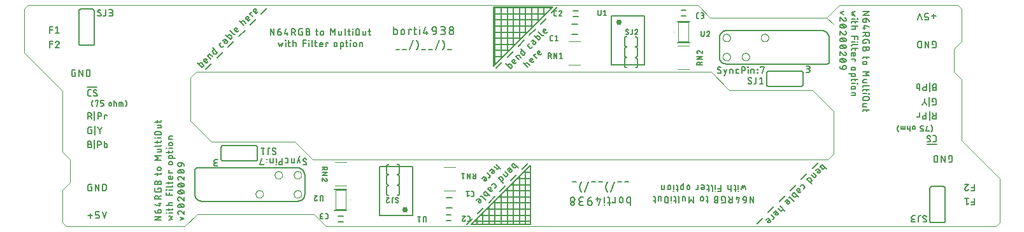
<source format=gto>
G04 EAGLE Gerber X2 export*
%TF.Part,Single*%
%TF.FileFunction,Other,silk top*%
%TF.FilePolarity,Positive*%
%TF.GenerationSoftware,Autodesk,EAGLE,9.5.2*%
%TF.CreationDate,2020-03-22T20:10:42Z*%
G75*
%MOMM*%
%FSLAX34Y34*%
%LPD*%
%INsilk top*%
%AMOC8*
5,1,8,0,0,1.08239X$1,22.5*%
G01*
%ADD10C,0.000000*%
%ADD11C,0.152400*%
%ADD12C,0.127000*%
%ADD13C,0.203200*%
%ADD14C,0.750000*%
%ADD15C,0.101600*%
%ADD16C,0.010000*%
%ADD17C,0.075000*%


D10*
X0Y232410D02*
X50800Y181610D01*
X50800Y100330D01*
X60960Y90170D01*
X60960Y59690D01*
X50800Y49530D01*
X50800Y6350D01*
X55880Y1270D01*
X213360Y1270D01*
D11*
X701006Y285716D02*
X708660Y293370D01*
X693935Y278645D02*
X686281Y270991D01*
X679210Y263920D02*
X671556Y256266D01*
X664484Y249194D02*
X656830Y241540D01*
X649759Y234469D02*
X642105Y226815D01*
X635034Y219744D02*
X627380Y212090D01*
X623570Y214630D02*
X702310Y293370D01*
X623570Y293370D02*
X623570Y214630D01*
X623570Y293370D02*
X702310Y293370D01*
X628396Y219456D02*
X623570Y219456D01*
X623570Y227584D02*
X636524Y227584D01*
X644652Y235712D02*
X623570Y235712D01*
X623570Y243840D02*
X652780Y243840D01*
X660908Y251968D02*
X623570Y251968D01*
X623570Y260096D02*
X669036Y260096D01*
X677164Y268224D02*
X623570Y268224D01*
X623570Y276352D02*
X685292Y276352D01*
X693420Y284480D02*
X623570Y284480D01*
X623570Y292608D02*
X701548Y292608D01*
X625856Y293370D02*
X625856Y216916D01*
X633984Y225044D02*
X633984Y293370D01*
X642112Y293370D02*
X642112Y233172D01*
X650240Y241300D02*
X650240Y293370D01*
X658368Y293370D02*
X658368Y249428D01*
X666496Y257556D02*
X666496Y293370D01*
X674624Y293370D02*
X674624Y265684D01*
X682752Y273812D02*
X682752Y293370D01*
X690880Y293370D02*
X690880Y281940D01*
X699008Y290068D02*
X699008Y293370D01*
X640210Y217853D02*
X646317Y211747D01*
X648013Y213443D01*
X648064Y213498D01*
X648113Y213555D01*
X648159Y213615D01*
X648202Y213677D01*
X648241Y213741D01*
X648277Y213808D01*
X648310Y213876D01*
X648338Y213945D01*
X648364Y214016D01*
X648385Y214089D01*
X648403Y214162D01*
X648416Y214236D01*
X648426Y214311D01*
X648432Y214386D01*
X648434Y214461D01*
X648432Y214536D01*
X648426Y214611D01*
X648416Y214686D01*
X648403Y214760D01*
X648385Y214833D01*
X648364Y214906D01*
X648338Y214977D01*
X648310Y215046D01*
X648277Y215114D01*
X648241Y215180D01*
X648202Y215245D01*
X648159Y215307D01*
X648113Y215367D01*
X648064Y215424D01*
X648013Y215478D01*
X648013Y215479D02*
X645977Y217514D01*
X645978Y217514D02*
X645925Y217564D01*
X645869Y217611D01*
X645812Y217656D01*
X645752Y217698D01*
X645690Y217736D01*
X645626Y217771D01*
X645561Y217804D01*
X645494Y217832D01*
X645425Y217858D01*
X645356Y217879D01*
X645285Y217898D01*
X645214Y217912D01*
X645142Y217923D01*
X645069Y217931D01*
X644996Y217935D01*
X644924Y217935D01*
X644851Y217931D01*
X644778Y217923D01*
X644706Y217912D01*
X644635Y217898D01*
X644564Y217879D01*
X644495Y217858D01*
X644426Y217832D01*
X644359Y217804D01*
X644294Y217771D01*
X644230Y217736D01*
X644168Y217698D01*
X644108Y217656D01*
X644051Y217611D01*
X643995Y217564D01*
X643942Y217514D01*
X642245Y215818D01*
X652890Y218320D02*
X654586Y220017D01*
X652890Y218320D02*
X652835Y218269D01*
X652778Y218220D01*
X652718Y218174D01*
X652656Y218131D01*
X652592Y218092D01*
X652525Y218056D01*
X652457Y218023D01*
X652388Y217995D01*
X652317Y217969D01*
X652244Y217948D01*
X652171Y217930D01*
X652097Y217917D01*
X652022Y217907D01*
X651947Y217901D01*
X651872Y217899D01*
X651797Y217901D01*
X651722Y217907D01*
X651647Y217917D01*
X651573Y217930D01*
X651500Y217948D01*
X651427Y217969D01*
X651356Y217995D01*
X651287Y218023D01*
X651219Y218056D01*
X651153Y218092D01*
X651088Y218131D01*
X651026Y218174D01*
X650966Y218220D01*
X650909Y218269D01*
X650854Y218320D01*
X650855Y218320D02*
X649158Y220017D01*
X649099Y220079D01*
X649042Y220144D01*
X648988Y220211D01*
X648938Y220281D01*
X648890Y220353D01*
X648846Y220427D01*
X648805Y220503D01*
X648768Y220580D01*
X648734Y220660D01*
X648704Y220740D01*
X648677Y220822D01*
X648654Y220905D01*
X648635Y220989D01*
X648620Y221074D01*
X648608Y221159D01*
X648600Y221245D01*
X648596Y221331D01*
X648596Y221417D01*
X648600Y221503D01*
X648608Y221589D01*
X648620Y221674D01*
X648635Y221759D01*
X648654Y221843D01*
X648677Y221926D01*
X648704Y222008D01*
X648734Y222088D01*
X648768Y222168D01*
X648805Y222245D01*
X648846Y222321D01*
X648890Y222395D01*
X648938Y222467D01*
X648988Y222537D01*
X649042Y222604D01*
X649099Y222669D01*
X649158Y222731D01*
X649220Y222790D01*
X649285Y222847D01*
X649352Y222901D01*
X649422Y222951D01*
X649494Y222999D01*
X649568Y223043D01*
X649644Y223084D01*
X649721Y223121D01*
X649801Y223155D01*
X649881Y223185D01*
X649963Y223212D01*
X650046Y223235D01*
X650130Y223254D01*
X650215Y223269D01*
X650300Y223281D01*
X650386Y223289D01*
X650472Y223293D01*
X650558Y223293D01*
X650644Y223289D01*
X650730Y223281D01*
X650815Y223269D01*
X650900Y223254D01*
X650984Y223235D01*
X651067Y223212D01*
X651149Y223185D01*
X651229Y223155D01*
X651309Y223121D01*
X651386Y223084D01*
X651462Y223043D01*
X651536Y222999D01*
X651608Y222951D01*
X651678Y222901D01*
X651745Y222847D01*
X651810Y222790D01*
X651872Y222731D01*
X652551Y222052D01*
X649837Y219338D01*
X657691Y223122D02*
X653620Y227193D01*
X655317Y228889D01*
X655316Y228889D02*
X655371Y228940D01*
X655428Y228989D01*
X655488Y229035D01*
X655550Y229078D01*
X655614Y229117D01*
X655681Y229153D01*
X655749Y229186D01*
X655818Y229214D01*
X655889Y229240D01*
X655962Y229261D01*
X656035Y229279D01*
X656109Y229292D01*
X656184Y229302D01*
X656259Y229308D01*
X656334Y229310D01*
X656409Y229308D01*
X656484Y229302D01*
X656559Y229292D01*
X656633Y229279D01*
X656706Y229261D01*
X656779Y229240D01*
X656850Y229214D01*
X656919Y229186D01*
X656987Y229153D01*
X657053Y229117D01*
X657118Y229078D01*
X657180Y229035D01*
X657240Y228989D01*
X657297Y228940D01*
X657351Y228889D01*
X657352Y228889D02*
X660405Y225836D01*
X666177Y231607D02*
X660070Y237714D01*
X666177Y231607D02*
X664480Y229911D01*
X664481Y229910D02*
X664426Y229859D01*
X664369Y229810D01*
X664309Y229764D01*
X664247Y229721D01*
X664183Y229682D01*
X664116Y229646D01*
X664048Y229613D01*
X663979Y229585D01*
X663908Y229559D01*
X663835Y229538D01*
X663762Y229520D01*
X663688Y229507D01*
X663613Y229497D01*
X663538Y229491D01*
X663463Y229489D01*
X663388Y229491D01*
X663313Y229497D01*
X663238Y229507D01*
X663164Y229520D01*
X663091Y229538D01*
X663018Y229559D01*
X662947Y229585D01*
X662878Y229613D01*
X662810Y229646D01*
X662744Y229682D01*
X662679Y229721D01*
X662617Y229764D01*
X662557Y229810D01*
X662500Y229859D01*
X662445Y229910D01*
X662445Y229911D02*
X660409Y231946D01*
X660358Y232001D01*
X660309Y232058D01*
X660263Y232118D01*
X660220Y232180D01*
X660181Y232245D01*
X660145Y232311D01*
X660112Y232379D01*
X660084Y232448D01*
X660058Y232519D01*
X660037Y232592D01*
X660019Y232665D01*
X660006Y232739D01*
X659996Y232814D01*
X659990Y232889D01*
X659988Y232964D01*
X659990Y233039D01*
X659996Y233114D01*
X660006Y233189D01*
X660019Y233263D01*
X660037Y233336D01*
X660058Y233409D01*
X660084Y233480D01*
X660112Y233549D01*
X660145Y233617D01*
X660181Y233684D01*
X660220Y233748D01*
X660263Y233810D01*
X660309Y233870D01*
X660358Y233927D01*
X660409Y233982D01*
X662106Y235678D01*
X673807Y239237D02*
X675164Y240594D01*
X673807Y239237D02*
X673752Y239186D01*
X673695Y239137D01*
X673635Y239091D01*
X673573Y239048D01*
X673509Y239009D01*
X673442Y238973D01*
X673374Y238940D01*
X673305Y238912D01*
X673234Y238886D01*
X673161Y238865D01*
X673088Y238847D01*
X673014Y238834D01*
X672939Y238824D01*
X672864Y238818D01*
X672789Y238816D01*
X672714Y238818D01*
X672639Y238824D01*
X672564Y238834D01*
X672490Y238847D01*
X672417Y238865D01*
X672344Y238886D01*
X672273Y238912D01*
X672204Y238940D01*
X672136Y238973D01*
X672070Y239009D01*
X672005Y239048D01*
X671943Y239091D01*
X671883Y239137D01*
X671826Y239186D01*
X671771Y239237D01*
X669736Y241272D01*
X669735Y241272D02*
X669684Y241327D01*
X669635Y241384D01*
X669589Y241444D01*
X669546Y241506D01*
X669507Y241571D01*
X669471Y241637D01*
X669438Y241705D01*
X669410Y241774D01*
X669384Y241845D01*
X669363Y241918D01*
X669345Y241991D01*
X669332Y242065D01*
X669322Y242140D01*
X669316Y242215D01*
X669314Y242290D01*
X669316Y242365D01*
X669322Y242440D01*
X669332Y242515D01*
X669345Y242589D01*
X669363Y242662D01*
X669384Y242735D01*
X669410Y242806D01*
X669438Y242875D01*
X669471Y242943D01*
X669507Y243010D01*
X669546Y243074D01*
X669589Y243136D01*
X669635Y243196D01*
X669684Y243253D01*
X669735Y243308D01*
X669736Y243308D02*
X671093Y244665D01*
X676500Y246680D02*
X678026Y248206D01*
X676500Y246679D02*
X676444Y246621D01*
X676391Y246559D01*
X676341Y246495D01*
X676294Y246429D01*
X676250Y246361D01*
X676210Y246290D01*
X676173Y246218D01*
X676140Y246144D01*
X676110Y246068D01*
X676084Y245992D01*
X676062Y245913D01*
X676043Y245834D01*
X676029Y245755D01*
X676018Y245674D01*
X676011Y245593D01*
X676008Y245512D01*
X676009Y245431D01*
X676014Y245350D01*
X676023Y245270D01*
X676036Y245189D01*
X676052Y245110D01*
X676072Y245031D01*
X676097Y244954D01*
X676124Y244878D01*
X676156Y244803D01*
X676191Y244730D01*
X676230Y244658D01*
X676272Y244589D01*
X676317Y244522D01*
X676365Y244457D01*
X676417Y244394D01*
X676471Y244334D01*
X676529Y244276D01*
X676589Y244222D01*
X676652Y244170D01*
X676717Y244122D01*
X676784Y244077D01*
X676853Y244035D01*
X676925Y243996D01*
X676998Y243961D01*
X677073Y243929D01*
X677149Y243902D01*
X677226Y243877D01*
X677305Y243857D01*
X677384Y243841D01*
X677465Y243828D01*
X677545Y243819D01*
X677626Y243814D01*
X677707Y243813D01*
X677788Y243816D01*
X677869Y243823D01*
X677950Y243834D01*
X678029Y243848D01*
X678108Y243867D01*
X678187Y243889D01*
X678263Y243915D01*
X678339Y243945D01*
X678413Y243978D01*
X678485Y244015D01*
X678556Y244055D01*
X678624Y244099D01*
X678690Y244146D01*
X678754Y244196D01*
X678816Y244249D01*
X678874Y244305D01*
X678875Y244305D02*
X680401Y245831D01*
X677348Y248885D01*
X677295Y248935D01*
X677239Y248982D01*
X677182Y249027D01*
X677122Y249069D01*
X677060Y249107D01*
X676996Y249142D01*
X676931Y249175D01*
X676864Y249203D01*
X676795Y249229D01*
X676726Y249250D01*
X676655Y249269D01*
X676584Y249283D01*
X676512Y249294D01*
X676439Y249302D01*
X676366Y249306D01*
X676294Y249306D01*
X676221Y249302D01*
X676148Y249294D01*
X676076Y249283D01*
X676005Y249269D01*
X675934Y249250D01*
X675865Y249229D01*
X675796Y249203D01*
X675729Y249175D01*
X675664Y249142D01*
X675600Y249107D01*
X675538Y249069D01*
X675478Y249027D01*
X675421Y248982D01*
X675365Y248935D01*
X675312Y248884D01*
X675312Y248885D02*
X673955Y247528D01*
X677711Y255354D02*
X683818Y249248D01*
X685514Y250944D01*
X685565Y250999D01*
X685614Y251056D01*
X685660Y251116D01*
X685703Y251178D01*
X685742Y251242D01*
X685778Y251309D01*
X685811Y251377D01*
X685839Y251446D01*
X685865Y251517D01*
X685886Y251590D01*
X685904Y251663D01*
X685917Y251737D01*
X685927Y251812D01*
X685933Y251887D01*
X685935Y251962D01*
X685933Y252037D01*
X685927Y252112D01*
X685917Y252187D01*
X685904Y252261D01*
X685886Y252334D01*
X685865Y252407D01*
X685839Y252478D01*
X685811Y252547D01*
X685778Y252615D01*
X685742Y252681D01*
X685703Y252746D01*
X685660Y252808D01*
X685614Y252868D01*
X685565Y252925D01*
X685514Y252979D01*
X685514Y252980D02*
X683478Y255015D01*
X683479Y255015D02*
X683426Y255065D01*
X683370Y255112D01*
X683313Y255157D01*
X683253Y255199D01*
X683191Y255237D01*
X683127Y255272D01*
X683062Y255305D01*
X682995Y255333D01*
X682926Y255359D01*
X682857Y255380D01*
X682786Y255399D01*
X682715Y255413D01*
X682643Y255424D01*
X682570Y255432D01*
X682497Y255436D01*
X682425Y255436D01*
X682352Y255432D01*
X682279Y255424D01*
X682207Y255413D01*
X682136Y255399D01*
X682065Y255380D01*
X681996Y255359D01*
X681927Y255333D01*
X681860Y255305D01*
X681795Y255272D01*
X681731Y255237D01*
X681669Y255199D01*
X681609Y255157D01*
X681552Y255112D01*
X681496Y255065D01*
X681443Y255015D01*
X679747Y253319D01*
X683294Y260937D02*
X688383Y255849D01*
X688383Y255848D02*
X688436Y255798D01*
X688492Y255751D01*
X688549Y255706D01*
X688609Y255664D01*
X688671Y255626D01*
X688735Y255591D01*
X688800Y255558D01*
X688867Y255530D01*
X688936Y255504D01*
X689005Y255483D01*
X689076Y255464D01*
X689147Y255450D01*
X689219Y255439D01*
X689292Y255431D01*
X689365Y255427D01*
X689437Y255427D01*
X689510Y255431D01*
X689583Y255439D01*
X689655Y255450D01*
X689726Y255464D01*
X689797Y255483D01*
X689866Y255504D01*
X689935Y255530D01*
X690002Y255558D01*
X690067Y255591D01*
X690131Y255626D01*
X690193Y255664D01*
X690253Y255706D01*
X690310Y255751D01*
X690366Y255798D01*
X690419Y255848D01*
X693839Y259270D02*
X695536Y260966D01*
X693840Y259269D02*
X693785Y259218D01*
X693728Y259169D01*
X693668Y259123D01*
X693606Y259080D01*
X693542Y259041D01*
X693475Y259005D01*
X693407Y258972D01*
X693338Y258944D01*
X693267Y258918D01*
X693194Y258897D01*
X693121Y258879D01*
X693047Y258866D01*
X692972Y258856D01*
X692897Y258850D01*
X692822Y258848D01*
X692747Y258850D01*
X692672Y258856D01*
X692597Y258866D01*
X692523Y258879D01*
X692450Y258897D01*
X692377Y258918D01*
X692306Y258944D01*
X692237Y258972D01*
X692169Y259005D01*
X692103Y259041D01*
X692038Y259080D01*
X691976Y259123D01*
X691916Y259169D01*
X691859Y259218D01*
X691804Y259269D01*
X691804Y259270D02*
X690108Y260966D01*
X690049Y261028D01*
X689992Y261093D01*
X689938Y261160D01*
X689888Y261230D01*
X689840Y261302D01*
X689796Y261376D01*
X689755Y261452D01*
X689718Y261529D01*
X689684Y261609D01*
X689654Y261689D01*
X689627Y261771D01*
X689604Y261854D01*
X689585Y261938D01*
X689570Y262023D01*
X689558Y262108D01*
X689550Y262194D01*
X689546Y262280D01*
X689546Y262366D01*
X689550Y262452D01*
X689558Y262538D01*
X689570Y262623D01*
X689585Y262708D01*
X689604Y262792D01*
X689627Y262875D01*
X689654Y262957D01*
X689684Y263037D01*
X689718Y263117D01*
X689755Y263194D01*
X689796Y263270D01*
X689840Y263344D01*
X689888Y263416D01*
X689938Y263486D01*
X689992Y263553D01*
X690049Y263618D01*
X690108Y263680D01*
X690170Y263739D01*
X690235Y263796D01*
X690302Y263850D01*
X690372Y263900D01*
X690444Y263948D01*
X690518Y263992D01*
X690594Y264033D01*
X690671Y264070D01*
X690751Y264104D01*
X690831Y264134D01*
X690913Y264161D01*
X690996Y264184D01*
X691080Y264203D01*
X691165Y264218D01*
X691250Y264230D01*
X691336Y264238D01*
X691422Y264242D01*
X691508Y264242D01*
X691594Y264238D01*
X691680Y264230D01*
X691765Y264218D01*
X691850Y264203D01*
X691934Y264184D01*
X692017Y264161D01*
X692099Y264134D01*
X692179Y264104D01*
X692259Y264070D01*
X692336Y264033D01*
X692412Y263992D01*
X692486Y263948D01*
X692558Y263900D01*
X692628Y263850D01*
X692695Y263796D01*
X692760Y263739D01*
X692822Y263680D01*
X693500Y263001D01*
X690786Y260287D01*
X663223Y219314D02*
X669330Y213207D01*
X665259Y217278D02*
X666955Y218975D01*
X667010Y219026D01*
X667067Y219075D01*
X667127Y219121D01*
X667189Y219164D01*
X667253Y219203D01*
X667320Y219239D01*
X667388Y219272D01*
X667457Y219300D01*
X667528Y219326D01*
X667601Y219347D01*
X667674Y219365D01*
X667748Y219378D01*
X667823Y219388D01*
X667898Y219394D01*
X667973Y219396D01*
X668048Y219394D01*
X668123Y219388D01*
X668198Y219378D01*
X668272Y219365D01*
X668345Y219347D01*
X668418Y219326D01*
X668489Y219300D01*
X668558Y219272D01*
X668626Y219239D01*
X668692Y219203D01*
X668757Y219164D01*
X668819Y219121D01*
X668879Y219075D01*
X668936Y219026D01*
X668990Y218975D01*
X672044Y215921D01*
X676167Y220044D02*
X677863Y221741D01*
X676167Y220044D02*
X676112Y219993D01*
X676055Y219944D01*
X675995Y219898D01*
X675933Y219855D01*
X675869Y219816D01*
X675802Y219780D01*
X675734Y219747D01*
X675665Y219719D01*
X675594Y219693D01*
X675521Y219672D01*
X675448Y219654D01*
X675374Y219641D01*
X675299Y219631D01*
X675224Y219625D01*
X675149Y219623D01*
X675074Y219625D01*
X674999Y219631D01*
X674924Y219641D01*
X674850Y219654D01*
X674777Y219672D01*
X674704Y219693D01*
X674633Y219719D01*
X674564Y219747D01*
X674496Y219780D01*
X674430Y219816D01*
X674365Y219855D01*
X674303Y219898D01*
X674243Y219944D01*
X674186Y219993D01*
X674131Y220044D01*
X672435Y221741D01*
X672376Y221803D01*
X672319Y221868D01*
X672265Y221935D01*
X672215Y222005D01*
X672167Y222077D01*
X672123Y222151D01*
X672082Y222227D01*
X672045Y222304D01*
X672011Y222384D01*
X671981Y222464D01*
X671954Y222546D01*
X671931Y222629D01*
X671912Y222713D01*
X671897Y222798D01*
X671885Y222883D01*
X671877Y222969D01*
X671873Y223055D01*
X671873Y223141D01*
X671877Y223227D01*
X671885Y223313D01*
X671897Y223398D01*
X671912Y223483D01*
X671931Y223567D01*
X671954Y223650D01*
X671981Y223732D01*
X672011Y223812D01*
X672045Y223892D01*
X672082Y223969D01*
X672123Y224045D01*
X672167Y224119D01*
X672215Y224191D01*
X672265Y224261D01*
X672319Y224328D01*
X672376Y224393D01*
X672435Y224455D01*
X672497Y224514D01*
X672562Y224571D01*
X672629Y224625D01*
X672699Y224675D01*
X672771Y224723D01*
X672845Y224767D01*
X672921Y224808D01*
X672998Y224845D01*
X673078Y224879D01*
X673158Y224909D01*
X673240Y224936D01*
X673323Y224959D01*
X673407Y224978D01*
X673492Y224993D01*
X673577Y225005D01*
X673663Y225013D01*
X673749Y225017D01*
X673835Y225017D01*
X673921Y225013D01*
X674007Y225005D01*
X674092Y224993D01*
X674177Y224978D01*
X674261Y224959D01*
X674344Y224936D01*
X674426Y224909D01*
X674506Y224879D01*
X674586Y224845D01*
X674663Y224808D01*
X674739Y224767D01*
X674813Y224723D01*
X674885Y224675D01*
X674955Y224625D01*
X675022Y224571D01*
X675087Y224514D01*
X675149Y224455D01*
X675827Y223776D01*
X673113Y221062D01*
X681022Y224900D02*
X676951Y228971D01*
X678987Y231006D01*
X679665Y230328D01*
X686296Y230174D02*
X687993Y231870D01*
X686297Y230174D02*
X686242Y230123D01*
X686185Y230074D01*
X686125Y230028D01*
X686063Y229985D01*
X685999Y229946D01*
X685932Y229910D01*
X685864Y229877D01*
X685795Y229849D01*
X685724Y229823D01*
X685651Y229802D01*
X685578Y229784D01*
X685504Y229771D01*
X685429Y229761D01*
X685354Y229755D01*
X685279Y229753D01*
X685204Y229755D01*
X685129Y229761D01*
X685054Y229771D01*
X684980Y229784D01*
X684907Y229802D01*
X684834Y229823D01*
X684763Y229849D01*
X684694Y229877D01*
X684626Y229910D01*
X684560Y229946D01*
X684495Y229985D01*
X684433Y230028D01*
X684373Y230074D01*
X684316Y230123D01*
X684261Y230174D01*
X682565Y231870D01*
X682506Y231932D01*
X682449Y231997D01*
X682395Y232064D01*
X682345Y232134D01*
X682297Y232206D01*
X682253Y232280D01*
X682212Y232356D01*
X682175Y232433D01*
X682141Y232513D01*
X682111Y232593D01*
X682084Y232675D01*
X682061Y232758D01*
X682042Y232842D01*
X682027Y232927D01*
X682015Y233012D01*
X682007Y233098D01*
X682003Y233184D01*
X682003Y233270D01*
X682007Y233356D01*
X682015Y233442D01*
X682027Y233527D01*
X682042Y233612D01*
X682061Y233696D01*
X682084Y233779D01*
X682111Y233861D01*
X682141Y233941D01*
X682175Y234021D01*
X682212Y234098D01*
X682253Y234174D01*
X682297Y234248D01*
X682345Y234320D01*
X682395Y234390D01*
X682449Y234457D01*
X682506Y234522D01*
X682565Y234584D01*
X682627Y234643D01*
X682692Y234700D01*
X682759Y234754D01*
X682829Y234804D01*
X682901Y234852D01*
X682975Y234896D01*
X683051Y234937D01*
X683128Y234974D01*
X683208Y235008D01*
X683288Y235038D01*
X683370Y235065D01*
X683453Y235088D01*
X683537Y235107D01*
X683622Y235122D01*
X683707Y235134D01*
X683793Y235142D01*
X683879Y235146D01*
X683965Y235146D01*
X684051Y235142D01*
X684137Y235134D01*
X684222Y235122D01*
X684307Y235107D01*
X684391Y235088D01*
X684474Y235065D01*
X684556Y235038D01*
X684636Y235008D01*
X684716Y234974D01*
X684793Y234937D01*
X684869Y234896D01*
X684943Y234852D01*
X685015Y234804D01*
X685085Y234754D01*
X685152Y234700D01*
X685217Y234643D01*
X685279Y234584D01*
X685957Y233906D01*
X683243Y231192D01*
X978662Y213868D02*
X978662Y212908D01*
X978662Y213868D02*
X983460Y213868D01*
X981061Y205232D01*
X67790Y206220D02*
X66350Y206220D01*
X67790Y206220D02*
X67790Y201422D01*
X64911Y201422D01*
X64825Y201424D01*
X64739Y201430D01*
X64653Y201439D01*
X64568Y201453D01*
X64484Y201470D01*
X64400Y201491D01*
X64318Y201516D01*
X64237Y201544D01*
X64157Y201576D01*
X64078Y201612D01*
X64002Y201651D01*
X63927Y201694D01*
X63854Y201739D01*
X63783Y201788D01*
X63715Y201841D01*
X63648Y201896D01*
X63585Y201954D01*
X63524Y202015D01*
X63466Y202078D01*
X63411Y202145D01*
X63358Y202213D01*
X63309Y202284D01*
X63264Y202357D01*
X63221Y202432D01*
X63182Y202508D01*
X63146Y202587D01*
X63114Y202667D01*
X63086Y202748D01*
X63061Y202830D01*
X63040Y202914D01*
X63023Y202998D01*
X63009Y203083D01*
X63000Y203169D01*
X62994Y203255D01*
X62992Y203341D01*
X62992Y208139D01*
X62994Y208225D01*
X63000Y208311D01*
X63009Y208397D01*
X63023Y208482D01*
X63040Y208566D01*
X63061Y208650D01*
X63086Y208732D01*
X63114Y208813D01*
X63146Y208893D01*
X63182Y208972D01*
X63221Y209048D01*
X63264Y209123D01*
X63309Y209196D01*
X63358Y209267D01*
X63411Y209335D01*
X63466Y209402D01*
X63524Y209465D01*
X63585Y209526D01*
X63648Y209584D01*
X63715Y209639D01*
X63783Y209691D01*
X63854Y209741D01*
X63927Y209786D01*
X64002Y209829D01*
X64078Y209868D01*
X64157Y209904D01*
X64237Y209936D01*
X64318Y209964D01*
X64400Y209989D01*
X64484Y210010D01*
X64568Y210027D01*
X64653Y210041D01*
X64739Y210050D01*
X64825Y210056D01*
X64911Y210058D01*
X67790Y210058D01*
X72746Y210058D02*
X72746Y201422D01*
X77543Y201422D02*
X72746Y210058D01*
X77543Y210058D02*
X77543Y201422D01*
X82499Y201422D02*
X82499Y210058D01*
X84898Y210058D01*
X84995Y210056D01*
X85091Y210050D01*
X85187Y210041D01*
X85283Y210027D01*
X85378Y210010D01*
X85472Y209988D01*
X85565Y209963D01*
X85658Y209935D01*
X85749Y209902D01*
X85838Y209866D01*
X85926Y209826D01*
X86013Y209783D01*
X86098Y209737D01*
X86180Y209687D01*
X86261Y209633D01*
X86339Y209577D01*
X86415Y209517D01*
X86489Y209455D01*
X86560Y209389D01*
X86628Y209321D01*
X86694Y209250D01*
X86756Y209176D01*
X86816Y209100D01*
X86872Y209022D01*
X86926Y208941D01*
X86976Y208859D01*
X87022Y208774D01*
X87065Y208687D01*
X87105Y208599D01*
X87141Y208510D01*
X87174Y208419D01*
X87202Y208326D01*
X87227Y208233D01*
X87249Y208139D01*
X87266Y208044D01*
X87280Y207948D01*
X87289Y207852D01*
X87295Y207756D01*
X87297Y207659D01*
X87297Y203821D01*
X87295Y203724D01*
X87289Y203628D01*
X87280Y203532D01*
X87266Y203436D01*
X87249Y203341D01*
X87227Y203247D01*
X87202Y203154D01*
X87174Y203061D01*
X87141Y202970D01*
X87105Y202881D01*
X87065Y202793D01*
X87022Y202706D01*
X86976Y202622D01*
X86926Y202539D01*
X86872Y202458D01*
X86816Y202380D01*
X86756Y202304D01*
X86694Y202230D01*
X86628Y202159D01*
X86560Y202091D01*
X86489Y202025D01*
X86415Y201963D01*
X86339Y201903D01*
X86261Y201847D01*
X86180Y201793D01*
X86098Y201743D01*
X86013Y201697D01*
X85926Y201654D01*
X85838Y201614D01*
X85749Y201578D01*
X85658Y201545D01*
X85565Y201517D01*
X85472Y201492D01*
X85378Y201470D01*
X85283Y201453D01*
X85187Y201439D01*
X85091Y201430D01*
X84995Y201424D01*
X84898Y201422D01*
X82499Y201422D01*
X87940Y53820D02*
X89380Y53820D01*
X89380Y49022D01*
X86501Y49022D01*
X86415Y49024D01*
X86329Y49030D01*
X86243Y49039D01*
X86158Y49053D01*
X86074Y49070D01*
X85990Y49091D01*
X85908Y49116D01*
X85827Y49144D01*
X85747Y49176D01*
X85668Y49212D01*
X85592Y49251D01*
X85517Y49294D01*
X85444Y49339D01*
X85373Y49388D01*
X85305Y49441D01*
X85238Y49496D01*
X85175Y49554D01*
X85114Y49615D01*
X85056Y49678D01*
X85001Y49745D01*
X84948Y49813D01*
X84899Y49884D01*
X84854Y49957D01*
X84811Y50032D01*
X84772Y50108D01*
X84736Y50187D01*
X84704Y50267D01*
X84676Y50348D01*
X84651Y50430D01*
X84630Y50514D01*
X84613Y50598D01*
X84599Y50683D01*
X84590Y50769D01*
X84584Y50855D01*
X84582Y50941D01*
X84582Y55739D01*
X84584Y55825D01*
X84590Y55911D01*
X84599Y55997D01*
X84613Y56082D01*
X84630Y56166D01*
X84651Y56250D01*
X84676Y56332D01*
X84704Y56413D01*
X84736Y56493D01*
X84772Y56572D01*
X84811Y56648D01*
X84854Y56723D01*
X84899Y56796D01*
X84948Y56867D01*
X85001Y56935D01*
X85056Y57002D01*
X85114Y57065D01*
X85175Y57126D01*
X85238Y57184D01*
X85305Y57239D01*
X85373Y57291D01*
X85444Y57341D01*
X85517Y57386D01*
X85592Y57429D01*
X85668Y57468D01*
X85747Y57504D01*
X85827Y57536D01*
X85908Y57564D01*
X85990Y57589D01*
X86074Y57610D01*
X86158Y57627D01*
X86243Y57641D01*
X86329Y57650D01*
X86415Y57656D01*
X86501Y57658D01*
X89380Y57658D01*
X94336Y57658D02*
X94336Y49022D01*
X99133Y49022D02*
X94336Y57658D01*
X99133Y57658D02*
X99133Y49022D01*
X104089Y49022D02*
X104089Y57658D01*
X106488Y57658D01*
X106585Y57656D01*
X106681Y57650D01*
X106777Y57641D01*
X106873Y57627D01*
X106968Y57610D01*
X107062Y57588D01*
X107155Y57563D01*
X107248Y57535D01*
X107339Y57502D01*
X107428Y57466D01*
X107516Y57426D01*
X107603Y57383D01*
X107688Y57337D01*
X107770Y57287D01*
X107851Y57233D01*
X107929Y57177D01*
X108005Y57117D01*
X108079Y57055D01*
X108150Y56989D01*
X108218Y56921D01*
X108284Y56850D01*
X108346Y56776D01*
X108406Y56700D01*
X108462Y56622D01*
X108516Y56541D01*
X108566Y56459D01*
X108612Y56374D01*
X108655Y56287D01*
X108695Y56199D01*
X108731Y56110D01*
X108764Y56019D01*
X108792Y55926D01*
X108817Y55833D01*
X108839Y55739D01*
X108856Y55644D01*
X108870Y55548D01*
X108879Y55452D01*
X108885Y55356D01*
X108887Y55259D01*
X108887Y51421D01*
X108885Y51324D01*
X108879Y51228D01*
X108870Y51132D01*
X108856Y51036D01*
X108839Y50941D01*
X108817Y50847D01*
X108792Y50754D01*
X108764Y50661D01*
X108731Y50570D01*
X108695Y50481D01*
X108655Y50393D01*
X108612Y50306D01*
X108566Y50221D01*
X108516Y50139D01*
X108462Y50058D01*
X108406Y49980D01*
X108346Y49904D01*
X108284Y49830D01*
X108218Y49759D01*
X108150Y49691D01*
X108079Y49625D01*
X108005Y49563D01*
X107929Y49503D01*
X107851Y49447D01*
X107770Y49393D01*
X107688Y49343D01*
X107603Y49297D01*
X107516Y49254D01*
X107428Y49214D01*
X107339Y49178D01*
X107248Y49145D01*
X107155Y49117D01*
X107062Y49092D01*
X106968Y49070D01*
X106873Y49053D01*
X106777Y49039D01*
X106681Y49030D01*
X106585Y49024D01*
X106488Y49022D01*
X104089Y49022D01*
X90339Y15550D02*
X84582Y15550D01*
X87461Y12672D02*
X87461Y18429D01*
X94815Y12192D02*
X97694Y12192D01*
X97780Y12194D01*
X97866Y12200D01*
X97952Y12209D01*
X98037Y12223D01*
X98121Y12240D01*
X98205Y12261D01*
X98287Y12286D01*
X98368Y12314D01*
X98448Y12346D01*
X98527Y12382D01*
X98603Y12421D01*
X98678Y12464D01*
X98751Y12509D01*
X98822Y12559D01*
X98890Y12611D01*
X98957Y12666D01*
X99020Y12724D01*
X99081Y12785D01*
X99139Y12848D01*
X99194Y12915D01*
X99247Y12983D01*
X99296Y13054D01*
X99341Y13127D01*
X99384Y13202D01*
X99423Y13278D01*
X99459Y13357D01*
X99491Y13437D01*
X99519Y13518D01*
X99544Y13601D01*
X99565Y13684D01*
X99582Y13768D01*
X99596Y13853D01*
X99605Y13939D01*
X99611Y14025D01*
X99613Y14111D01*
X99613Y15071D01*
X99611Y15157D01*
X99605Y15243D01*
X99596Y15329D01*
X99582Y15414D01*
X99565Y15498D01*
X99544Y15582D01*
X99519Y15664D01*
X99491Y15745D01*
X99459Y15825D01*
X99423Y15904D01*
X99384Y15980D01*
X99341Y16055D01*
X99296Y16128D01*
X99247Y16199D01*
X99194Y16267D01*
X99139Y16334D01*
X99081Y16397D01*
X99020Y16458D01*
X98957Y16516D01*
X98890Y16571D01*
X98822Y16624D01*
X98751Y16673D01*
X98678Y16718D01*
X98603Y16761D01*
X98527Y16800D01*
X98448Y16836D01*
X98368Y16868D01*
X98287Y16896D01*
X98205Y16921D01*
X98121Y16942D01*
X98037Y16959D01*
X97952Y16973D01*
X97866Y16982D01*
X97780Y16988D01*
X97694Y16990D01*
X94815Y16990D01*
X94815Y20828D01*
X99613Y20828D01*
X103480Y20828D02*
X106358Y12192D01*
X109237Y20828D01*
X86981Y110970D02*
X84582Y110970D01*
X86981Y110970D02*
X87078Y110968D01*
X87174Y110962D01*
X87270Y110953D01*
X87366Y110939D01*
X87461Y110922D01*
X87555Y110900D01*
X87648Y110875D01*
X87741Y110847D01*
X87832Y110814D01*
X87921Y110778D01*
X88009Y110738D01*
X88096Y110695D01*
X88181Y110649D01*
X88263Y110599D01*
X88344Y110545D01*
X88422Y110489D01*
X88498Y110429D01*
X88572Y110367D01*
X88643Y110301D01*
X88711Y110233D01*
X88777Y110162D01*
X88839Y110088D01*
X88899Y110012D01*
X88955Y109934D01*
X89009Y109853D01*
X89059Y109770D01*
X89105Y109686D01*
X89148Y109599D01*
X89188Y109511D01*
X89224Y109422D01*
X89257Y109331D01*
X89285Y109238D01*
X89310Y109145D01*
X89332Y109051D01*
X89349Y108956D01*
X89363Y108860D01*
X89372Y108764D01*
X89378Y108668D01*
X89380Y108571D01*
X89378Y108474D01*
X89372Y108378D01*
X89363Y108282D01*
X89349Y108186D01*
X89332Y108091D01*
X89310Y107997D01*
X89285Y107904D01*
X89257Y107811D01*
X89224Y107720D01*
X89188Y107631D01*
X89148Y107543D01*
X89105Y107456D01*
X89059Y107371D01*
X89009Y107289D01*
X88955Y107208D01*
X88899Y107130D01*
X88839Y107054D01*
X88777Y106980D01*
X88711Y106909D01*
X88643Y106841D01*
X88572Y106775D01*
X88498Y106713D01*
X88422Y106653D01*
X88344Y106597D01*
X88263Y106543D01*
X88181Y106493D01*
X88096Y106447D01*
X88009Y106404D01*
X87921Y106364D01*
X87832Y106328D01*
X87741Y106295D01*
X87648Y106267D01*
X87555Y106242D01*
X87461Y106220D01*
X87366Y106203D01*
X87270Y106189D01*
X87174Y106180D01*
X87078Y106174D01*
X86981Y106172D01*
X84582Y106172D01*
X84582Y114808D01*
X86981Y114808D01*
X87067Y114806D01*
X87153Y114800D01*
X87239Y114791D01*
X87324Y114777D01*
X87408Y114760D01*
X87492Y114739D01*
X87574Y114714D01*
X87655Y114686D01*
X87735Y114654D01*
X87814Y114618D01*
X87890Y114579D01*
X87965Y114536D01*
X88038Y114491D01*
X88109Y114442D01*
X88177Y114389D01*
X88244Y114334D01*
X88307Y114276D01*
X88368Y114215D01*
X88426Y114152D01*
X88481Y114085D01*
X88534Y114017D01*
X88583Y113946D01*
X88628Y113873D01*
X88671Y113798D01*
X88710Y113722D01*
X88746Y113643D01*
X88778Y113563D01*
X88806Y113482D01*
X88831Y113400D01*
X88852Y113316D01*
X88869Y113232D01*
X88883Y113147D01*
X88892Y113061D01*
X88898Y112975D01*
X88900Y112889D01*
X88898Y112803D01*
X88892Y112717D01*
X88883Y112631D01*
X88869Y112546D01*
X88852Y112462D01*
X88831Y112378D01*
X88806Y112296D01*
X88778Y112215D01*
X88746Y112135D01*
X88710Y112056D01*
X88671Y111980D01*
X88628Y111905D01*
X88583Y111832D01*
X88534Y111761D01*
X88481Y111693D01*
X88426Y111626D01*
X88368Y111563D01*
X88307Y111502D01*
X88244Y111444D01*
X88177Y111389D01*
X88109Y111336D01*
X88038Y111287D01*
X87965Y111242D01*
X87890Y111199D01*
X87814Y111160D01*
X87735Y111124D01*
X87655Y111092D01*
X87574Y111064D01*
X87492Y111039D01*
X87408Y111018D01*
X87324Y111001D01*
X87239Y110987D01*
X87153Y110978D01*
X87067Y110972D01*
X86981Y110970D01*
X92882Y116247D02*
X92882Y104733D01*
X97384Y106172D02*
X97384Y114808D01*
X99782Y114808D01*
X99879Y114806D01*
X99975Y114800D01*
X100071Y114791D01*
X100167Y114777D01*
X100262Y114760D01*
X100356Y114738D01*
X100449Y114713D01*
X100542Y114685D01*
X100633Y114652D01*
X100722Y114616D01*
X100810Y114576D01*
X100897Y114533D01*
X100982Y114487D01*
X101064Y114437D01*
X101145Y114383D01*
X101223Y114327D01*
X101299Y114267D01*
X101373Y114205D01*
X101444Y114139D01*
X101512Y114071D01*
X101578Y114000D01*
X101640Y113926D01*
X101700Y113850D01*
X101756Y113772D01*
X101810Y113691D01*
X101860Y113608D01*
X101906Y113524D01*
X101949Y113437D01*
X101989Y113349D01*
X102025Y113260D01*
X102058Y113169D01*
X102086Y113076D01*
X102111Y112983D01*
X102133Y112889D01*
X102150Y112794D01*
X102164Y112698D01*
X102173Y112602D01*
X102179Y112506D01*
X102181Y112409D01*
X102179Y112312D01*
X102173Y112216D01*
X102164Y112120D01*
X102150Y112024D01*
X102133Y111929D01*
X102111Y111835D01*
X102086Y111742D01*
X102058Y111649D01*
X102025Y111558D01*
X101989Y111469D01*
X101949Y111381D01*
X101906Y111294D01*
X101860Y111209D01*
X101810Y111127D01*
X101756Y111046D01*
X101700Y110968D01*
X101640Y110892D01*
X101578Y110818D01*
X101512Y110747D01*
X101444Y110679D01*
X101373Y110613D01*
X101299Y110551D01*
X101223Y110491D01*
X101145Y110435D01*
X101064Y110381D01*
X100982Y110331D01*
X100897Y110285D01*
X100810Y110242D01*
X100722Y110202D01*
X100633Y110166D01*
X100542Y110133D01*
X100449Y110105D01*
X100356Y110080D01*
X100262Y110058D01*
X100167Y110041D01*
X100071Y110027D01*
X99975Y110018D01*
X99879Y110012D01*
X99782Y110010D01*
X97384Y110010D01*
X106271Y106172D02*
X106271Y114808D01*
X106271Y106172D02*
X108670Y106172D01*
X108745Y106174D01*
X108820Y106180D01*
X108895Y106190D01*
X108969Y106203D01*
X109042Y106221D01*
X109115Y106242D01*
X109186Y106268D01*
X109255Y106296D01*
X109323Y106329D01*
X109389Y106365D01*
X109454Y106404D01*
X109516Y106447D01*
X109576Y106493D01*
X109633Y106542D01*
X109688Y106593D01*
X109739Y106648D01*
X109788Y106705D01*
X109834Y106765D01*
X109877Y106827D01*
X109916Y106891D01*
X109952Y106958D01*
X109985Y107026D01*
X110013Y107095D01*
X110039Y107166D01*
X110060Y107239D01*
X110078Y107312D01*
X110091Y107386D01*
X110101Y107461D01*
X110107Y107536D01*
X110109Y107611D01*
X110109Y110490D01*
X110107Y110565D01*
X110101Y110640D01*
X110091Y110715D01*
X110078Y110789D01*
X110060Y110862D01*
X110039Y110935D01*
X110013Y111006D01*
X109985Y111075D01*
X109952Y111143D01*
X109916Y111210D01*
X109877Y111274D01*
X109834Y111336D01*
X109788Y111396D01*
X109739Y111453D01*
X109688Y111508D01*
X109633Y111559D01*
X109576Y111608D01*
X109516Y111654D01*
X109454Y111697D01*
X109390Y111736D01*
X109323Y111772D01*
X109255Y111805D01*
X109186Y111833D01*
X109115Y111859D01*
X109042Y111880D01*
X108969Y111898D01*
X108895Y111911D01*
X108820Y111921D01*
X108745Y111927D01*
X108670Y111929D01*
X106271Y111929D01*
X89380Y130020D02*
X87940Y130020D01*
X89380Y130020D02*
X89380Y125222D01*
X86501Y125222D01*
X86415Y125224D01*
X86329Y125230D01*
X86243Y125239D01*
X86158Y125253D01*
X86074Y125270D01*
X85990Y125291D01*
X85908Y125316D01*
X85827Y125344D01*
X85747Y125376D01*
X85668Y125412D01*
X85592Y125451D01*
X85517Y125494D01*
X85444Y125539D01*
X85373Y125588D01*
X85305Y125641D01*
X85238Y125696D01*
X85175Y125754D01*
X85114Y125815D01*
X85056Y125878D01*
X85001Y125945D01*
X84948Y126013D01*
X84899Y126084D01*
X84854Y126157D01*
X84811Y126232D01*
X84772Y126308D01*
X84736Y126387D01*
X84704Y126467D01*
X84676Y126548D01*
X84651Y126630D01*
X84630Y126714D01*
X84613Y126798D01*
X84599Y126883D01*
X84590Y126969D01*
X84584Y127055D01*
X84582Y127141D01*
X84582Y131939D01*
X84584Y132025D01*
X84590Y132111D01*
X84599Y132197D01*
X84613Y132282D01*
X84630Y132366D01*
X84651Y132450D01*
X84676Y132532D01*
X84704Y132613D01*
X84736Y132693D01*
X84772Y132772D01*
X84811Y132848D01*
X84854Y132923D01*
X84899Y132996D01*
X84948Y133067D01*
X85001Y133135D01*
X85056Y133202D01*
X85114Y133265D01*
X85175Y133326D01*
X85238Y133384D01*
X85305Y133439D01*
X85373Y133491D01*
X85444Y133541D01*
X85517Y133586D01*
X85592Y133629D01*
X85668Y133668D01*
X85747Y133704D01*
X85827Y133736D01*
X85908Y133764D01*
X85990Y133789D01*
X86074Y133810D01*
X86158Y133827D01*
X86243Y133841D01*
X86329Y133850D01*
X86415Y133856D01*
X86501Y133858D01*
X89380Y133858D01*
X93686Y135297D02*
X93686Y123783D01*
X100087Y129780D02*
X97209Y133858D01*
X100087Y129780D02*
X102966Y133858D01*
X100087Y129780D02*
X100087Y125222D01*
X84582Y144272D02*
X84582Y152908D01*
X86981Y152908D01*
X87078Y152906D01*
X87174Y152900D01*
X87270Y152891D01*
X87366Y152877D01*
X87461Y152860D01*
X87555Y152838D01*
X87648Y152813D01*
X87741Y152785D01*
X87832Y152752D01*
X87921Y152716D01*
X88009Y152676D01*
X88096Y152633D01*
X88181Y152587D01*
X88263Y152537D01*
X88344Y152483D01*
X88422Y152427D01*
X88498Y152367D01*
X88572Y152305D01*
X88643Y152239D01*
X88711Y152171D01*
X88777Y152100D01*
X88839Y152026D01*
X88899Y151950D01*
X88955Y151872D01*
X89009Y151791D01*
X89059Y151708D01*
X89105Y151624D01*
X89148Y151537D01*
X89188Y151449D01*
X89224Y151360D01*
X89257Y151269D01*
X89285Y151176D01*
X89310Y151083D01*
X89332Y150989D01*
X89349Y150894D01*
X89363Y150798D01*
X89372Y150702D01*
X89378Y150606D01*
X89380Y150509D01*
X89378Y150412D01*
X89372Y150316D01*
X89363Y150220D01*
X89349Y150124D01*
X89332Y150029D01*
X89310Y149935D01*
X89285Y149842D01*
X89257Y149749D01*
X89224Y149658D01*
X89188Y149569D01*
X89148Y149481D01*
X89105Y149394D01*
X89059Y149310D01*
X89009Y149227D01*
X88955Y149146D01*
X88899Y149068D01*
X88839Y148992D01*
X88777Y148918D01*
X88711Y148847D01*
X88643Y148779D01*
X88572Y148713D01*
X88498Y148651D01*
X88422Y148591D01*
X88344Y148535D01*
X88263Y148481D01*
X88181Y148431D01*
X88096Y148385D01*
X88009Y148342D01*
X87921Y148302D01*
X87832Y148266D01*
X87741Y148233D01*
X87648Y148205D01*
X87555Y148180D01*
X87461Y148158D01*
X87366Y148141D01*
X87270Y148127D01*
X87174Y148118D01*
X87078Y148112D01*
X86981Y148110D01*
X84582Y148110D01*
X87461Y148110D02*
X89380Y144272D01*
X93297Y142833D02*
X93297Y154347D01*
X97798Y152908D02*
X97798Y144272D01*
X97798Y152908D02*
X100197Y152908D01*
X100294Y152906D01*
X100390Y152900D01*
X100486Y152891D01*
X100582Y152877D01*
X100677Y152860D01*
X100771Y152838D01*
X100864Y152813D01*
X100957Y152785D01*
X101048Y152752D01*
X101137Y152716D01*
X101225Y152676D01*
X101312Y152633D01*
X101397Y152587D01*
X101479Y152537D01*
X101560Y152483D01*
X101638Y152427D01*
X101714Y152367D01*
X101788Y152305D01*
X101859Y152239D01*
X101927Y152171D01*
X101993Y152100D01*
X102055Y152026D01*
X102115Y151950D01*
X102171Y151872D01*
X102225Y151791D01*
X102275Y151708D01*
X102321Y151624D01*
X102364Y151537D01*
X102404Y151449D01*
X102440Y151360D01*
X102473Y151269D01*
X102501Y151176D01*
X102526Y151083D01*
X102548Y150989D01*
X102565Y150894D01*
X102579Y150798D01*
X102588Y150702D01*
X102594Y150606D01*
X102596Y150509D01*
X102594Y150412D01*
X102588Y150316D01*
X102579Y150220D01*
X102565Y150124D01*
X102548Y150029D01*
X102526Y149935D01*
X102501Y149842D01*
X102473Y149749D01*
X102440Y149658D01*
X102404Y149569D01*
X102364Y149481D01*
X102321Y149394D01*
X102275Y149310D01*
X102225Y149227D01*
X102171Y149146D01*
X102115Y149068D01*
X102055Y148992D01*
X101993Y148918D01*
X101927Y148847D01*
X101859Y148779D01*
X101788Y148713D01*
X101714Y148651D01*
X101638Y148591D01*
X101560Y148535D01*
X101479Y148481D01*
X101397Y148431D01*
X101312Y148385D01*
X101225Y148342D01*
X101137Y148302D01*
X101048Y148266D01*
X100957Y148233D01*
X100864Y148205D01*
X100771Y148180D01*
X100677Y148158D01*
X100582Y148141D01*
X100486Y148127D01*
X100390Y148118D01*
X100294Y148112D01*
X100197Y148110D01*
X97798Y148110D01*
X106694Y150029D02*
X106694Y144272D01*
X106694Y150029D02*
X109573Y150029D01*
X109573Y149070D01*
X88420Y174752D02*
X86501Y174752D01*
X86415Y174754D01*
X86329Y174760D01*
X86243Y174769D01*
X86158Y174783D01*
X86074Y174800D01*
X85990Y174821D01*
X85908Y174846D01*
X85827Y174874D01*
X85747Y174906D01*
X85668Y174942D01*
X85592Y174981D01*
X85517Y175024D01*
X85444Y175069D01*
X85373Y175118D01*
X85305Y175171D01*
X85238Y175226D01*
X85175Y175284D01*
X85114Y175345D01*
X85056Y175408D01*
X85001Y175475D01*
X84948Y175543D01*
X84899Y175614D01*
X84854Y175687D01*
X84811Y175762D01*
X84772Y175838D01*
X84736Y175917D01*
X84704Y175997D01*
X84676Y176078D01*
X84651Y176160D01*
X84630Y176244D01*
X84613Y176328D01*
X84599Y176413D01*
X84590Y176499D01*
X84584Y176585D01*
X84582Y176671D01*
X84582Y181469D01*
X84584Y181555D01*
X84590Y181641D01*
X84599Y181727D01*
X84613Y181812D01*
X84630Y181896D01*
X84651Y181980D01*
X84676Y182062D01*
X84704Y182143D01*
X84736Y182223D01*
X84772Y182302D01*
X84811Y182378D01*
X84854Y182453D01*
X84899Y182526D01*
X84948Y182597D01*
X85001Y182665D01*
X85056Y182732D01*
X85114Y182795D01*
X85175Y182856D01*
X85238Y182914D01*
X85305Y182969D01*
X85373Y183021D01*
X85444Y183071D01*
X85517Y183116D01*
X85592Y183159D01*
X85668Y183198D01*
X85747Y183234D01*
X85827Y183266D01*
X85908Y183294D01*
X85990Y183319D01*
X86074Y183340D01*
X86158Y183357D01*
X86243Y183371D01*
X86329Y183380D01*
X86415Y183386D01*
X86501Y183388D01*
X88420Y183388D01*
X96733Y176671D02*
X96731Y176585D01*
X96725Y176499D01*
X96716Y176413D01*
X96702Y176328D01*
X96685Y176244D01*
X96664Y176160D01*
X96639Y176078D01*
X96611Y175997D01*
X96579Y175917D01*
X96543Y175838D01*
X96504Y175762D01*
X96461Y175687D01*
X96416Y175614D01*
X96367Y175543D01*
X96314Y175475D01*
X96259Y175408D01*
X96201Y175345D01*
X96140Y175284D01*
X96077Y175226D01*
X96010Y175171D01*
X95942Y175119D01*
X95871Y175069D01*
X95798Y175024D01*
X95723Y174981D01*
X95647Y174942D01*
X95568Y174906D01*
X95488Y174874D01*
X95407Y174846D01*
X95325Y174821D01*
X95241Y174800D01*
X95157Y174783D01*
X95072Y174769D01*
X94986Y174760D01*
X94900Y174754D01*
X94814Y174752D01*
X94691Y174754D01*
X94568Y174759D01*
X94445Y174769D01*
X94323Y174782D01*
X94201Y174799D01*
X94079Y174819D01*
X93959Y174843D01*
X93839Y174871D01*
X93720Y174902D01*
X93602Y174937D01*
X93485Y174976D01*
X93369Y175018D01*
X93255Y175064D01*
X93142Y175113D01*
X93031Y175165D01*
X92921Y175221D01*
X92813Y175280D01*
X92707Y175343D01*
X92602Y175408D01*
X92500Y175477D01*
X92400Y175549D01*
X92303Y175624D01*
X92207Y175701D01*
X92114Y175782D01*
X92023Y175865D01*
X91935Y175951D01*
X92175Y181469D02*
X92177Y181555D01*
X92183Y181641D01*
X92192Y181727D01*
X92206Y181812D01*
X92223Y181896D01*
X92244Y181980D01*
X92269Y182062D01*
X92297Y182143D01*
X92329Y182223D01*
X92365Y182302D01*
X92404Y182378D01*
X92447Y182453D01*
X92492Y182526D01*
X92541Y182597D01*
X92594Y182665D01*
X92649Y182732D01*
X92707Y182795D01*
X92768Y182856D01*
X92831Y182914D01*
X92898Y182969D01*
X92966Y183022D01*
X93037Y183071D01*
X93110Y183116D01*
X93185Y183159D01*
X93261Y183198D01*
X93340Y183234D01*
X93420Y183266D01*
X93501Y183294D01*
X93583Y183319D01*
X93667Y183340D01*
X93751Y183357D01*
X93836Y183371D01*
X93922Y183380D01*
X94008Y183386D01*
X94094Y183388D01*
X94210Y183386D01*
X94325Y183381D01*
X94441Y183371D01*
X94556Y183358D01*
X94670Y183342D01*
X94784Y183321D01*
X94898Y183297D01*
X95010Y183269D01*
X95121Y183238D01*
X95232Y183203D01*
X95341Y183165D01*
X95449Y183123D01*
X95555Y183078D01*
X95661Y183029D01*
X95764Y182977D01*
X95866Y182922D01*
X95965Y182863D01*
X96063Y182801D01*
X96159Y182736D01*
X96253Y182668D01*
X93134Y179790D02*
X93060Y179836D01*
X92987Y179886D01*
X92917Y179939D01*
X92849Y179995D01*
X92784Y180054D01*
X92721Y180116D01*
X92662Y180181D01*
X92605Y180248D01*
X92551Y180318D01*
X92501Y180390D01*
X92454Y180464D01*
X92410Y180540D01*
X92370Y180619D01*
X92334Y180699D01*
X92301Y180780D01*
X92272Y180863D01*
X92246Y180948D01*
X92224Y181033D01*
X92207Y181119D01*
X92193Y181206D01*
X92183Y181293D01*
X92177Y181381D01*
X92175Y181469D01*
X95774Y178350D02*
X95848Y178304D01*
X95921Y178254D01*
X95991Y178201D01*
X96059Y178145D01*
X96124Y178086D01*
X96187Y178024D01*
X96246Y177959D01*
X96303Y177892D01*
X96357Y177822D01*
X96407Y177750D01*
X96454Y177676D01*
X96498Y177600D01*
X96538Y177521D01*
X96574Y177441D01*
X96607Y177360D01*
X96636Y177277D01*
X96662Y177192D01*
X96684Y177107D01*
X96701Y177021D01*
X96715Y176934D01*
X96725Y176847D01*
X96731Y176759D01*
X96733Y176671D01*
X95774Y178350D02*
X93135Y179790D01*
D12*
X91059Y169545D02*
X90960Y169424D01*
X90863Y169300D01*
X90770Y169174D01*
X90680Y169045D01*
X90592Y168915D01*
X90508Y168782D01*
X90427Y168648D01*
X90350Y168512D01*
X90276Y168373D01*
X90205Y168233D01*
X90137Y168092D01*
X90073Y167948D01*
X90012Y167804D01*
X89955Y167657D01*
X89901Y167510D01*
X89851Y167361D01*
X89805Y167211D01*
X89762Y167060D01*
X89723Y166908D01*
X89687Y166756D01*
X89655Y166602D01*
X89627Y166447D01*
X89603Y166292D01*
X89582Y166137D01*
X89565Y165981D01*
X89552Y165824D01*
X89543Y165668D01*
X89537Y165511D01*
X89535Y165354D01*
X89537Y165197D01*
X89543Y165040D01*
X89552Y164884D01*
X89565Y164727D01*
X89582Y164571D01*
X89603Y164416D01*
X89627Y164261D01*
X89655Y164106D01*
X89687Y163952D01*
X89723Y163800D01*
X89762Y163648D01*
X89805Y163497D01*
X89851Y163347D01*
X89901Y163198D01*
X89955Y163051D01*
X90012Y162904D01*
X90073Y162760D01*
X90137Y162616D01*
X90205Y162475D01*
X90276Y162335D01*
X90350Y162196D01*
X90427Y162060D01*
X90508Y161926D01*
X90592Y161793D01*
X90680Y161663D01*
X90770Y161534D01*
X90863Y161408D01*
X90960Y161284D01*
X91059Y161163D01*
X94216Y168021D02*
X94216Y168783D01*
X98026Y168783D01*
X96121Y161925D01*
X101532Y161925D02*
X103818Y161925D01*
X103895Y161927D01*
X103972Y161933D01*
X104049Y161943D01*
X104125Y161956D01*
X104200Y161974D01*
X104274Y161995D01*
X104347Y162020D01*
X104419Y162049D01*
X104489Y162081D01*
X104558Y162116D01*
X104624Y162156D01*
X104689Y162198D01*
X104751Y162244D01*
X104811Y162293D01*
X104868Y162344D01*
X104923Y162399D01*
X104974Y162456D01*
X105023Y162516D01*
X105069Y162578D01*
X105111Y162643D01*
X105151Y162709D01*
X105186Y162778D01*
X105218Y162848D01*
X105247Y162920D01*
X105272Y162993D01*
X105293Y163067D01*
X105311Y163142D01*
X105324Y163218D01*
X105334Y163295D01*
X105340Y163372D01*
X105342Y163449D01*
X105342Y164211D01*
X105340Y164288D01*
X105334Y164365D01*
X105324Y164442D01*
X105311Y164518D01*
X105293Y164593D01*
X105272Y164667D01*
X105247Y164740D01*
X105218Y164812D01*
X105186Y164882D01*
X105151Y164951D01*
X105111Y165017D01*
X105069Y165082D01*
X105023Y165144D01*
X104974Y165204D01*
X104923Y165261D01*
X104868Y165316D01*
X104811Y165367D01*
X104751Y165416D01*
X104689Y165462D01*
X104624Y165504D01*
X104558Y165544D01*
X104489Y165579D01*
X104419Y165611D01*
X104347Y165640D01*
X104274Y165665D01*
X104200Y165686D01*
X104125Y165704D01*
X104049Y165717D01*
X103972Y165727D01*
X103895Y165733D01*
X103818Y165735D01*
X101532Y165735D01*
X101532Y168783D01*
X105342Y168783D01*
X112641Y164973D02*
X112641Y163449D01*
X112641Y164973D02*
X112643Y165050D01*
X112649Y165127D01*
X112659Y165204D01*
X112672Y165280D01*
X112690Y165355D01*
X112711Y165429D01*
X112736Y165502D01*
X112765Y165574D01*
X112797Y165644D01*
X112832Y165713D01*
X112872Y165779D01*
X112914Y165844D01*
X112960Y165906D01*
X113009Y165966D01*
X113060Y166023D01*
X113115Y166078D01*
X113172Y166129D01*
X113232Y166178D01*
X113294Y166224D01*
X113359Y166266D01*
X113425Y166306D01*
X113494Y166341D01*
X113564Y166373D01*
X113636Y166402D01*
X113709Y166427D01*
X113783Y166448D01*
X113858Y166466D01*
X113934Y166479D01*
X114011Y166489D01*
X114088Y166495D01*
X114165Y166497D01*
X114242Y166495D01*
X114319Y166489D01*
X114396Y166479D01*
X114472Y166466D01*
X114547Y166448D01*
X114621Y166427D01*
X114694Y166402D01*
X114766Y166373D01*
X114836Y166341D01*
X114905Y166306D01*
X114971Y166266D01*
X115036Y166224D01*
X115098Y166178D01*
X115158Y166129D01*
X115215Y166078D01*
X115270Y166023D01*
X115321Y165966D01*
X115370Y165906D01*
X115416Y165844D01*
X115458Y165779D01*
X115498Y165713D01*
X115533Y165644D01*
X115565Y165574D01*
X115594Y165502D01*
X115619Y165429D01*
X115640Y165355D01*
X115658Y165280D01*
X115671Y165204D01*
X115681Y165127D01*
X115687Y165050D01*
X115689Y164973D01*
X115689Y163449D01*
X115687Y163372D01*
X115681Y163295D01*
X115671Y163218D01*
X115658Y163142D01*
X115640Y163067D01*
X115619Y162993D01*
X115594Y162920D01*
X115565Y162848D01*
X115533Y162778D01*
X115498Y162709D01*
X115458Y162643D01*
X115416Y162578D01*
X115370Y162516D01*
X115321Y162456D01*
X115270Y162399D01*
X115215Y162344D01*
X115158Y162293D01*
X115098Y162244D01*
X115036Y162198D01*
X114971Y162156D01*
X114905Y162116D01*
X114836Y162081D01*
X114766Y162049D01*
X114694Y162020D01*
X114621Y161995D01*
X114547Y161974D01*
X114472Y161956D01*
X114396Y161943D01*
X114319Y161933D01*
X114242Y161927D01*
X114165Y161925D01*
X114088Y161927D01*
X114011Y161933D01*
X113934Y161943D01*
X113858Y161956D01*
X113783Y161974D01*
X113709Y161995D01*
X113636Y162020D01*
X113564Y162049D01*
X113494Y162081D01*
X113425Y162116D01*
X113359Y162156D01*
X113294Y162198D01*
X113232Y162244D01*
X113172Y162293D01*
X113115Y162344D01*
X113060Y162399D01*
X113009Y162456D01*
X112960Y162516D01*
X112914Y162578D01*
X112872Y162643D01*
X112832Y162709D01*
X112797Y162778D01*
X112765Y162848D01*
X112736Y162920D01*
X112711Y162993D01*
X112690Y163067D01*
X112672Y163142D01*
X112659Y163218D01*
X112649Y163295D01*
X112643Y163372D01*
X112641Y163449D01*
X119225Y161925D02*
X119225Y168783D01*
X119225Y166497D02*
X121130Y166497D01*
X121196Y166495D01*
X121263Y166489D01*
X121328Y166480D01*
X121394Y166466D01*
X121458Y166449D01*
X121521Y166428D01*
X121583Y166404D01*
X121643Y166375D01*
X121702Y166344D01*
X121758Y166309D01*
X121813Y166271D01*
X121865Y166230D01*
X121914Y166185D01*
X121961Y166138D01*
X122006Y166089D01*
X122047Y166037D01*
X122085Y165982D01*
X122120Y165926D01*
X122151Y165867D01*
X122180Y165807D01*
X122204Y165745D01*
X122225Y165682D01*
X122242Y165618D01*
X122256Y165552D01*
X122265Y165487D01*
X122271Y165420D01*
X122273Y165354D01*
X122273Y161925D01*
X126266Y161925D02*
X126266Y166497D01*
X129695Y166497D01*
X129761Y166495D01*
X129828Y166489D01*
X129893Y166480D01*
X129959Y166466D01*
X130023Y166449D01*
X130086Y166428D01*
X130148Y166404D01*
X130208Y166375D01*
X130267Y166344D01*
X130323Y166309D01*
X130378Y166271D01*
X130430Y166230D01*
X130479Y166185D01*
X130526Y166138D01*
X130571Y166089D01*
X130612Y166037D01*
X130650Y165982D01*
X130685Y165926D01*
X130716Y165867D01*
X130745Y165807D01*
X130769Y165745D01*
X130790Y165682D01*
X130807Y165618D01*
X130821Y165552D01*
X130830Y165487D01*
X130836Y165420D01*
X130838Y165354D01*
X130838Y161925D01*
X128552Y161925D02*
X128552Y166497D01*
X135870Y165354D02*
X135868Y165197D01*
X135862Y165040D01*
X135853Y164884D01*
X135840Y164727D01*
X135823Y164571D01*
X135802Y164416D01*
X135778Y164261D01*
X135750Y164106D01*
X135718Y163952D01*
X135682Y163800D01*
X135643Y163648D01*
X135600Y163497D01*
X135554Y163347D01*
X135504Y163198D01*
X135450Y163051D01*
X135393Y162904D01*
X135332Y162760D01*
X135268Y162616D01*
X135200Y162475D01*
X135129Y162335D01*
X135055Y162196D01*
X134978Y162060D01*
X134897Y161926D01*
X134813Y161793D01*
X134725Y161663D01*
X134635Y161534D01*
X134542Y161408D01*
X134445Y161284D01*
X134346Y161163D01*
X135870Y165354D02*
X135868Y165511D01*
X135862Y165668D01*
X135853Y165824D01*
X135840Y165981D01*
X135823Y166137D01*
X135802Y166292D01*
X135778Y166447D01*
X135750Y166602D01*
X135718Y166756D01*
X135682Y166908D01*
X135643Y167060D01*
X135600Y167211D01*
X135554Y167361D01*
X135504Y167510D01*
X135450Y167657D01*
X135393Y167804D01*
X135332Y167948D01*
X135268Y168092D01*
X135200Y168233D01*
X135129Y168373D01*
X135055Y168512D01*
X134978Y168648D01*
X134897Y168782D01*
X134813Y168915D01*
X134725Y169045D01*
X134635Y169174D01*
X134542Y169300D01*
X134445Y169424D01*
X134346Y169545D01*
D11*
X96520Y186690D02*
X83820Y186690D01*
X327217Y256032D02*
X327217Y264668D01*
X332014Y256032D01*
X332014Y264668D01*
X336665Y260830D02*
X339544Y260830D01*
X339630Y260828D01*
X339716Y260822D01*
X339802Y260813D01*
X339887Y260799D01*
X339971Y260782D01*
X340055Y260761D01*
X340137Y260736D01*
X340218Y260708D01*
X340298Y260676D01*
X340377Y260640D01*
X340453Y260601D01*
X340528Y260558D01*
X340601Y260513D01*
X340672Y260464D01*
X340740Y260411D01*
X340807Y260356D01*
X340870Y260298D01*
X340931Y260237D01*
X340989Y260174D01*
X341044Y260107D01*
X341097Y260039D01*
X341146Y259968D01*
X341191Y259895D01*
X341234Y259820D01*
X341273Y259744D01*
X341309Y259665D01*
X341341Y259585D01*
X341369Y259504D01*
X341394Y259422D01*
X341415Y259338D01*
X341432Y259254D01*
X341446Y259169D01*
X341455Y259083D01*
X341461Y258997D01*
X341463Y258911D01*
X341463Y258431D01*
X341461Y258334D01*
X341455Y258238D01*
X341446Y258142D01*
X341432Y258046D01*
X341415Y257951D01*
X341393Y257857D01*
X341368Y257764D01*
X341340Y257671D01*
X341307Y257580D01*
X341271Y257491D01*
X341231Y257403D01*
X341188Y257316D01*
X341142Y257231D01*
X341092Y257149D01*
X341038Y257068D01*
X340982Y256990D01*
X340922Y256914D01*
X340860Y256840D01*
X340794Y256769D01*
X340726Y256701D01*
X340655Y256635D01*
X340581Y256573D01*
X340505Y256513D01*
X340427Y256457D01*
X340346Y256403D01*
X340264Y256353D01*
X340179Y256307D01*
X340092Y256264D01*
X340004Y256224D01*
X339915Y256188D01*
X339824Y256155D01*
X339731Y256127D01*
X339638Y256102D01*
X339544Y256080D01*
X339449Y256063D01*
X339353Y256049D01*
X339257Y256040D01*
X339161Y256034D01*
X339064Y256032D01*
X338967Y256034D01*
X338871Y256040D01*
X338775Y256049D01*
X338679Y256063D01*
X338584Y256080D01*
X338490Y256102D01*
X338397Y256127D01*
X338304Y256155D01*
X338213Y256188D01*
X338124Y256224D01*
X338036Y256264D01*
X337949Y256307D01*
X337865Y256353D01*
X337782Y256403D01*
X337701Y256457D01*
X337623Y256513D01*
X337547Y256573D01*
X337473Y256635D01*
X337402Y256701D01*
X337334Y256769D01*
X337268Y256840D01*
X337206Y256914D01*
X337146Y256990D01*
X337090Y257068D01*
X337036Y257149D01*
X336986Y257232D01*
X336940Y257316D01*
X336897Y257403D01*
X336857Y257491D01*
X336821Y257580D01*
X336788Y257671D01*
X336760Y257764D01*
X336735Y257857D01*
X336713Y257951D01*
X336696Y258046D01*
X336682Y258142D01*
X336673Y258238D01*
X336667Y258334D01*
X336665Y258431D01*
X336665Y260830D01*
X336666Y260830D02*
X336668Y260953D01*
X336674Y261076D01*
X336684Y261199D01*
X336698Y261321D01*
X336715Y261443D01*
X336737Y261564D01*
X336762Y261684D01*
X336792Y261804D01*
X336825Y261922D01*
X336862Y262039D01*
X336902Y262156D01*
X336946Y262270D01*
X336994Y262384D01*
X337046Y262495D01*
X337101Y262605D01*
X337160Y262713D01*
X337222Y262820D01*
X337287Y262924D01*
X337356Y263026D01*
X337428Y263126D01*
X337503Y263223D01*
X337582Y263318D01*
X337663Y263410D01*
X337747Y263500D01*
X337834Y263587D01*
X337924Y263671D01*
X338016Y263752D01*
X338111Y263831D01*
X338208Y263906D01*
X338308Y263978D01*
X338410Y264047D01*
X338514Y264112D01*
X338621Y264174D01*
X338729Y264233D01*
X338839Y264288D01*
X338950Y264340D01*
X339064Y264387D01*
X339178Y264432D01*
X339295Y264472D01*
X339412Y264509D01*
X339530Y264542D01*
X339650Y264572D01*
X339770Y264597D01*
X339891Y264619D01*
X340013Y264636D01*
X340135Y264650D01*
X340258Y264660D01*
X340381Y264666D01*
X340504Y264668D01*
X347729Y264668D02*
X345809Y257951D01*
X350607Y257951D01*
X349168Y259870D02*
X349168Y256032D01*
X355343Y256032D02*
X355343Y264668D01*
X357742Y264668D01*
X357839Y264666D01*
X357935Y264660D01*
X358031Y264651D01*
X358127Y264637D01*
X358222Y264620D01*
X358316Y264598D01*
X358409Y264573D01*
X358502Y264545D01*
X358593Y264512D01*
X358682Y264476D01*
X358770Y264436D01*
X358857Y264393D01*
X358942Y264347D01*
X359024Y264297D01*
X359105Y264243D01*
X359183Y264187D01*
X359259Y264127D01*
X359333Y264065D01*
X359404Y263999D01*
X359472Y263931D01*
X359538Y263860D01*
X359600Y263786D01*
X359660Y263710D01*
X359716Y263632D01*
X359770Y263551D01*
X359820Y263469D01*
X359866Y263384D01*
X359909Y263297D01*
X359949Y263209D01*
X359985Y263120D01*
X360018Y263029D01*
X360046Y262936D01*
X360071Y262843D01*
X360093Y262749D01*
X360110Y262654D01*
X360124Y262558D01*
X360133Y262462D01*
X360139Y262366D01*
X360141Y262269D01*
X360139Y262172D01*
X360133Y262076D01*
X360124Y261980D01*
X360110Y261884D01*
X360093Y261789D01*
X360071Y261695D01*
X360046Y261602D01*
X360018Y261509D01*
X359985Y261418D01*
X359949Y261329D01*
X359909Y261241D01*
X359866Y261154D01*
X359820Y261070D01*
X359770Y260987D01*
X359716Y260906D01*
X359660Y260828D01*
X359600Y260752D01*
X359538Y260678D01*
X359472Y260607D01*
X359404Y260539D01*
X359333Y260473D01*
X359259Y260411D01*
X359183Y260351D01*
X359105Y260295D01*
X359024Y260241D01*
X358942Y260191D01*
X358857Y260145D01*
X358770Y260102D01*
X358682Y260062D01*
X358593Y260026D01*
X358502Y259993D01*
X358409Y259965D01*
X358316Y259940D01*
X358222Y259918D01*
X358127Y259901D01*
X358031Y259887D01*
X357935Y259878D01*
X357839Y259872D01*
X357742Y259870D01*
X355343Y259870D01*
X358222Y259870D02*
X360141Y256032D01*
X368065Y260830D02*
X369505Y260830D01*
X369505Y256032D01*
X366626Y256032D01*
X366540Y256034D01*
X366454Y256040D01*
X366368Y256049D01*
X366283Y256063D01*
X366199Y256080D01*
X366115Y256101D01*
X366033Y256126D01*
X365952Y256154D01*
X365872Y256186D01*
X365793Y256222D01*
X365717Y256261D01*
X365642Y256304D01*
X365569Y256349D01*
X365498Y256398D01*
X365430Y256451D01*
X365363Y256506D01*
X365300Y256564D01*
X365239Y256625D01*
X365181Y256688D01*
X365126Y256755D01*
X365073Y256823D01*
X365024Y256894D01*
X364979Y256967D01*
X364936Y257042D01*
X364897Y257118D01*
X364861Y257197D01*
X364829Y257277D01*
X364801Y257358D01*
X364776Y257440D01*
X364755Y257524D01*
X364738Y257608D01*
X364724Y257693D01*
X364715Y257779D01*
X364709Y257865D01*
X364707Y257951D01*
X364707Y262749D01*
X364709Y262835D01*
X364715Y262921D01*
X364724Y263007D01*
X364738Y263092D01*
X364755Y263176D01*
X364776Y263260D01*
X364801Y263342D01*
X364829Y263423D01*
X364861Y263503D01*
X364897Y263582D01*
X364936Y263658D01*
X364979Y263733D01*
X365024Y263806D01*
X365073Y263877D01*
X365126Y263945D01*
X365181Y264012D01*
X365239Y264075D01*
X365300Y264136D01*
X365363Y264194D01*
X365430Y264249D01*
X365498Y264301D01*
X365569Y264351D01*
X365642Y264396D01*
X365717Y264439D01*
X365793Y264478D01*
X365872Y264514D01*
X365952Y264546D01*
X366033Y264574D01*
X366115Y264599D01*
X366199Y264620D01*
X366283Y264637D01*
X366368Y264651D01*
X366454Y264660D01*
X366540Y264666D01*
X366626Y264668D01*
X369505Y264668D01*
X374655Y260830D02*
X377054Y260830D01*
X377151Y260828D01*
X377247Y260822D01*
X377343Y260813D01*
X377439Y260799D01*
X377534Y260782D01*
X377628Y260760D01*
X377721Y260735D01*
X377814Y260707D01*
X377905Y260674D01*
X377994Y260638D01*
X378082Y260598D01*
X378169Y260555D01*
X378254Y260509D01*
X378336Y260459D01*
X378417Y260405D01*
X378495Y260349D01*
X378571Y260289D01*
X378645Y260227D01*
X378716Y260161D01*
X378784Y260093D01*
X378850Y260022D01*
X378912Y259948D01*
X378972Y259872D01*
X379028Y259794D01*
X379082Y259713D01*
X379132Y259630D01*
X379178Y259546D01*
X379221Y259459D01*
X379261Y259371D01*
X379297Y259282D01*
X379330Y259191D01*
X379358Y259098D01*
X379383Y259005D01*
X379405Y258911D01*
X379422Y258816D01*
X379436Y258720D01*
X379445Y258624D01*
X379451Y258528D01*
X379453Y258431D01*
X379451Y258334D01*
X379445Y258238D01*
X379436Y258142D01*
X379422Y258046D01*
X379405Y257951D01*
X379383Y257857D01*
X379358Y257764D01*
X379330Y257671D01*
X379297Y257580D01*
X379261Y257491D01*
X379221Y257403D01*
X379178Y257316D01*
X379132Y257232D01*
X379082Y257149D01*
X379028Y257068D01*
X378972Y256990D01*
X378912Y256914D01*
X378850Y256840D01*
X378784Y256769D01*
X378716Y256701D01*
X378645Y256635D01*
X378571Y256573D01*
X378495Y256513D01*
X378417Y256457D01*
X378336Y256403D01*
X378254Y256353D01*
X378169Y256307D01*
X378082Y256264D01*
X377994Y256224D01*
X377905Y256188D01*
X377814Y256155D01*
X377721Y256127D01*
X377628Y256102D01*
X377534Y256080D01*
X377439Y256063D01*
X377343Y256049D01*
X377247Y256040D01*
X377151Y256034D01*
X377054Y256032D01*
X374655Y256032D01*
X374655Y264668D01*
X377054Y264668D01*
X377140Y264666D01*
X377226Y264660D01*
X377312Y264651D01*
X377397Y264637D01*
X377481Y264620D01*
X377565Y264599D01*
X377647Y264574D01*
X377728Y264546D01*
X377808Y264514D01*
X377887Y264478D01*
X377963Y264439D01*
X378038Y264396D01*
X378111Y264351D01*
X378182Y264302D01*
X378250Y264249D01*
X378317Y264194D01*
X378380Y264136D01*
X378441Y264075D01*
X378499Y264012D01*
X378554Y263945D01*
X378607Y263877D01*
X378656Y263806D01*
X378701Y263733D01*
X378744Y263658D01*
X378783Y263582D01*
X378819Y263503D01*
X378851Y263423D01*
X378879Y263342D01*
X378904Y263260D01*
X378925Y263176D01*
X378942Y263092D01*
X378956Y263007D01*
X378965Y262921D01*
X378971Y262835D01*
X378973Y262749D01*
X378971Y262663D01*
X378965Y262577D01*
X378956Y262491D01*
X378942Y262406D01*
X378925Y262322D01*
X378904Y262238D01*
X378879Y262156D01*
X378851Y262075D01*
X378819Y261995D01*
X378783Y261916D01*
X378744Y261840D01*
X378701Y261765D01*
X378656Y261692D01*
X378607Y261621D01*
X378554Y261553D01*
X378499Y261486D01*
X378441Y261423D01*
X378380Y261362D01*
X378317Y261304D01*
X378250Y261249D01*
X378182Y261196D01*
X378111Y261147D01*
X378038Y261102D01*
X377963Y261059D01*
X377887Y261020D01*
X377808Y260984D01*
X377728Y260952D01*
X377647Y260924D01*
X377565Y260899D01*
X377481Y260878D01*
X377397Y260861D01*
X377312Y260847D01*
X377226Y260838D01*
X377140Y260832D01*
X377054Y260830D01*
X387201Y261789D02*
X390080Y261789D01*
X388161Y264668D02*
X388161Y257471D01*
X388163Y257398D01*
X388168Y257325D01*
X388178Y257253D01*
X388190Y257181D01*
X388207Y257110D01*
X388227Y257040D01*
X388251Y256971D01*
X388278Y256904D01*
X388308Y256837D01*
X388342Y256773D01*
X388379Y256710D01*
X388419Y256649D01*
X388462Y256590D01*
X388508Y256534D01*
X388557Y256480D01*
X388609Y256428D01*
X388663Y256379D01*
X388719Y256333D01*
X388778Y256290D01*
X388839Y256250D01*
X388902Y256213D01*
X388966Y256179D01*
X389033Y256149D01*
X389100Y256122D01*
X389169Y256098D01*
X389239Y256078D01*
X389310Y256061D01*
X389382Y256049D01*
X389454Y256039D01*
X389527Y256034D01*
X389600Y256032D01*
X390080Y256032D01*
X393838Y257951D02*
X393838Y259870D01*
X393840Y259956D01*
X393846Y260042D01*
X393855Y260128D01*
X393869Y260213D01*
X393886Y260297D01*
X393907Y260381D01*
X393932Y260463D01*
X393960Y260544D01*
X393992Y260624D01*
X394028Y260703D01*
X394067Y260779D01*
X394110Y260854D01*
X394155Y260927D01*
X394204Y260998D01*
X394257Y261066D01*
X394312Y261133D01*
X394370Y261196D01*
X394431Y261257D01*
X394494Y261315D01*
X394561Y261370D01*
X394629Y261423D01*
X394700Y261472D01*
X394773Y261517D01*
X394848Y261560D01*
X394924Y261599D01*
X395003Y261635D01*
X395083Y261667D01*
X395164Y261695D01*
X395246Y261720D01*
X395330Y261741D01*
X395414Y261758D01*
X395499Y261772D01*
X395585Y261781D01*
X395671Y261787D01*
X395757Y261789D01*
X395843Y261787D01*
X395929Y261781D01*
X396015Y261772D01*
X396100Y261758D01*
X396184Y261741D01*
X396268Y261720D01*
X396350Y261695D01*
X396431Y261667D01*
X396511Y261635D01*
X396590Y261599D01*
X396666Y261560D01*
X396741Y261517D01*
X396814Y261472D01*
X396885Y261423D01*
X396953Y261370D01*
X397020Y261315D01*
X397083Y261257D01*
X397144Y261196D01*
X397202Y261133D01*
X397257Y261066D01*
X397310Y260998D01*
X397359Y260927D01*
X397404Y260854D01*
X397447Y260779D01*
X397486Y260703D01*
X397522Y260624D01*
X397554Y260544D01*
X397582Y260463D01*
X397607Y260381D01*
X397628Y260297D01*
X397645Y260213D01*
X397659Y260128D01*
X397668Y260042D01*
X397674Y259956D01*
X397676Y259870D01*
X397676Y257951D01*
X397674Y257865D01*
X397668Y257779D01*
X397659Y257693D01*
X397645Y257608D01*
X397628Y257524D01*
X397607Y257440D01*
X397582Y257358D01*
X397554Y257277D01*
X397522Y257197D01*
X397486Y257118D01*
X397447Y257042D01*
X397404Y256967D01*
X397359Y256894D01*
X397310Y256823D01*
X397257Y256755D01*
X397202Y256688D01*
X397144Y256625D01*
X397083Y256564D01*
X397020Y256506D01*
X396953Y256451D01*
X396885Y256398D01*
X396814Y256349D01*
X396741Y256304D01*
X396666Y256261D01*
X396590Y256222D01*
X396511Y256186D01*
X396431Y256154D01*
X396350Y256126D01*
X396268Y256101D01*
X396184Y256080D01*
X396100Y256063D01*
X396015Y256049D01*
X395929Y256040D01*
X395843Y256034D01*
X395757Y256032D01*
X395671Y256034D01*
X395585Y256040D01*
X395499Y256049D01*
X395414Y256063D01*
X395330Y256080D01*
X395246Y256101D01*
X395164Y256126D01*
X395083Y256154D01*
X395003Y256186D01*
X394924Y256222D01*
X394848Y256261D01*
X394773Y256304D01*
X394700Y256349D01*
X394629Y256398D01*
X394561Y256451D01*
X394494Y256506D01*
X394431Y256564D01*
X394370Y256625D01*
X394312Y256688D01*
X394257Y256755D01*
X394204Y256823D01*
X394155Y256894D01*
X394110Y256967D01*
X394067Y257042D01*
X394028Y257118D01*
X393992Y257197D01*
X393960Y257277D01*
X393932Y257358D01*
X393907Y257440D01*
X393886Y257524D01*
X393869Y257608D01*
X393855Y257693D01*
X393846Y257779D01*
X393840Y257865D01*
X393838Y257951D01*
X407204Y256032D02*
X407204Y264668D01*
X410083Y259870D01*
X412961Y264668D01*
X412961Y256032D01*
X417917Y257471D02*
X417917Y261789D01*
X417917Y257471D02*
X417919Y257396D01*
X417925Y257321D01*
X417935Y257246D01*
X417948Y257172D01*
X417966Y257099D01*
X417987Y257026D01*
X418013Y256955D01*
X418041Y256886D01*
X418074Y256818D01*
X418110Y256752D01*
X418149Y256687D01*
X418192Y256625D01*
X418238Y256565D01*
X418287Y256508D01*
X418338Y256453D01*
X418393Y256402D01*
X418450Y256353D01*
X418510Y256307D01*
X418572Y256264D01*
X418637Y256225D01*
X418703Y256189D01*
X418771Y256156D01*
X418840Y256128D01*
X418911Y256102D01*
X418984Y256081D01*
X419057Y256063D01*
X419131Y256050D01*
X419206Y256040D01*
X419281Y256034D01*
X419356Y256032D01*
X421755Y256032D01*
X421755Y261789D01*
X426185Y264668D02*
X426185Y257471D01*
X426187Y257396D01*
X426193Y257321D01*
X426203Y257246D01*
X426216Y257172D01*
X426234Y257099D01*
X426255Y257026D01*
X426281Y256955D01*
X426309Y256886D01*
X426342Y256818D01*
X426378Y256752D01*
X426417Y256687D01*
X426460Y256625D01*
X426506Y256565D01*
X426555Y256508D01*
X426606Y256453D01*
X426661Y256402D01*
X426718Y256353D01*
X426778Y256307D01*
X426840Y256264D01*
X426905Y256225D01*
X426971Y256189D01*
X427039Y256156D01*
X427108Y256128D01*
X427179Y256102D01*
X427252Y256081D01*
X427325Y256063D01*
X427399Y256050D01*
X427474Y256040D01*
X427549Y256034D01*
X427624Y256032D01*
X430178Y261789D02*
X433056Y261789D01*
X431137Y264668D02*
X431137Y257471D01*
X431139Y257398D01*
X431144Y257325D01*
X431154Y257253D01*
X431166Y257181D01*
X431183Y257110D01*
X431203Y257040D01*
X431227Y256971D01*
X431254Y256904D01*
X431284Y256837D01*
X431318Y256773D01*
X431355Y256710D01*
X431395Y256649D01*
X431438Y256590D01*
X431484Y256534D01*
X431533Y256480D01*
X431585Y256428D01*
X431639Y256379D01*
X431695Y256333D01*
X431754Y256290D01*
X431815Y256250D01*
X431878Y256213D01*
X431942Y256179D01*
X432009Y256149D01*
X432076Y256122D01*
X432145Y256098D01*
X432215Y256078D01*
X432286Y256061D01*
X432358Y256049D01*
X432430Y256039D01*
X432503Y256034D01*
X432576Y256032D01*
X433056Y256032D01*
X436600Y256032D02*
X436600Y261789D01*
X436360Y264188D02*
X436360Y264668D01*
X436840Y264668D01*
X436840Y264188D01*
X436360Y264188D01*
X440602Y262269D02*
X440602Y258431D01*
X440602Y262269D02*
X440604Y262366D01*
X440610Y262462D01*
X440619Y262558D01*
X440633Y262654D01*
X440650Y262749D01*
X440672Y262843D01*
X440697Y262936D01*
X440725Y263029D01*
X440758Y263120D01*
X440794Y263209D01*
X440834Y263297D01*
X440877Y263384D01*
X440923Y263469D01*
X440973Y263551D01*
X441027Y263632D01*
X441083Y263710D01*
X441143Y263786D01*
X441205Y263860D01*
X441271Y263931D01*
X441339Y263999D01*
X441410Y264065D01*
X441484Y264127D01*
X441560Y264187D01*
X441638Y264243D01*
X441719Y264297D01*
X441802Y264347D01*
X441886Y264393D01*
X441973Y264436D01*
X442061Y264476D01*
X442150Y264512D01*
X442241Y264545D01*
X442334Y264573D01*
X442427Y264598D01*
X442521Y264620D01*
X442616Y264637D01*
X442712Y264651D01*
X442808Y264660D01*
X442904Y264666D01*
X443001Y264668D01*
X443098Y264666D01*
X443194Y264660D01*
X443290Y264651D01*
X443386Y264637D01*
X443481Y264620D01*
X443575Y264598D01*
X443668Y264573D01*
X443761Y264545D01*
X443852Y264512D01*
X443941Y264476D01*
X444029Y264436D01*
X444116Y264393D01*
X444201Y264347D01*
X444283Y264297D01*
X444364Y264243D01*
X444442Y264187D01*
X444518Y264127D01*
X444592Y264065D01*
X444663Y263999D01*
X444731Y263931D01*
X444797Y263860D01*
X444859Y263786D01*
X444919Y263710D01*
X444975Y263632D01*
X445029Y263551D01*
X445079Y263469D01*
X445125Y263384D01*
X445168Y263297D01*
X445208Y263209D01*
X445244Y263120D01*
X445277Y263029D01*
X445305Y262936D01*
X445330Y262843D01*
X445352Y262749D01*
X445369Y262654D01*
X445383Y262558D01*
X445392Y262462D01*
X445398Y262366D01*
X445400Y262269D01*
X445400Y258431D01*
X445398Y258334D01*
X445392Y258238D01*
X445383Y258142D01*
X445369Y258046D01*
X445352Y257951D01*
X445330Y257857D01*
X445305Y257764D01*
X445277Y257671D01*
X445244Y257580D01*
X445208Y257491D01*
X445168Y257403D01*
X445125Y257316D01*
X445079Y257231D01*
X445029Y257149D01*
X444975Y257068D01*
X444919Y256990D01*
X444859Y256914D01*
X444797Y256840D01*
X444731Y256769D01*
X444663Y256701D01*
X444592Y256635D01*
X444518Y256573D01*
X444442Y256513D01*
X444364Y256457D01*
X444283Y256403D01*
X444201Y256353D01*
X444116Y256307D01*
X444029Y256264D01*
X443941Y256224D01*
X443852Y256188D01*
X443761Y256155D01*
X443668Y256127D01*
X443575Y256102D01*
X443481Y256080D01*
X443386Y256063D01*
X443290Y256049D01*
X443194Y256040D01*
X443098Y256034D01*
X443001Y256032D01*
X442904Y256034D01*
X442808Y256040D01*
X442712Y256049D01*
X442616Y256063D01*
X442521Y256080D01*
X442427Y256102D01*
X442334Y256127D01*
X442241Y256155D01*
X442150Y256188D01*
X442061Y256224D01*
X441973Y256264D01*
X441886Y256307D01*
X441802Y256353D01*
X441719Y256403D01*
X441638Y256457D01*
X441560Y256513D01*
X441484Y256573D01*
X441410Y256635D01*
X441339Y256701D01*
X441271Y256769D01*
X441205Y256840D01*
X441143Y256914D01*
X441083Y256990D01*
X441027Y257068D01*
X440973Y257149D01*
X440923Y257232D01*
X440877Y257316D01*
X440834Y257403D01*
X440794Y257491D01*
X440758Y257580D01*
X440725Y257671D01*
X440697Y257764D01*
X440672Y257857D01*
X440650Y257951D01*
X440633Y258046D01*
X440619Y258142D01*
X440610Y258238D01*
X440604Y258334D01*
X440602Y258431D01*
X449921Y257471D02*
X449921Y261789D01*
X449921Y257471D02*
X449923Y257396D01*
X449929Y257321D01*
X449939Y257246D01*
X449952Y257172D01*
X449970Y257099D01*
X449991Y257026D01*
X450017Y256955D01*
X450045Y256886D01*
X450078Y256818D01*
X450114Y256752D01*
X450153Y256687D01*
X450196Y256625D01*
X450242Y256565D01*
X450291Y256508D01*
X450342Y256453D01*
X450397Y256402D01*
X450454Y256353D01*
X450514Y256307D01*
X450576Y256264D01*
X450641Y256225D01*
X450707Y256189D01*
X450775Y256156D01*
X450844Y256128D01*
X450915Y256102D01*
X450988Y256081D01*
X451061Y256063D01*
X451135Y256050D01*
X451210Y256040D01*
X451285Y256034D01*
X451360Y256032D01*
X453759Y256032D01*
X453759Y261789D01*
X457305Y261789D02*
X460183Y261789D01*
X458264Y264668D02*
X458264Y257471D01*
X458265Y257471D02*
X458267Y257398D01*
X458272Y257325D01*
X458282Y257253D01*
X458294Y257181D01*
X458311Y257110D01*
X458331Y257040D01*
X458355Y256971D01*
X458382Y256904D01*
X458412Y256837D01*
X458446Y256773D01*
X458483Y256710D01*
X458523Y256649D01*
X458566Y256590D01*
X458612Y256534D01*
X458661Y256480D01*
X458713Y256428D01*
X458767Y256379D01*
X458823Y256333D01*
X458882Y256290D01*
X458943Y256250D01*
X459006Y256213D01*
X459070Y256179D01*
X459137Y256149D01*
X459204Y256122D01*
X459273Y256098D01*
X459343Y256078D01*
X459414Y256061D01*
X459486Y256049D01*
X459558Y256039D01*
X459631Y256034D01*
X459704Y256032D01*
X460183Y256032D01*
X339248Y240792D02*
X337809Y246549D01*
X340688Y244630D02*
X339248Y240792D01*
X342127Y240792D02*
X340688Y244630D01*
X343566Y246549D02*
X342127Y240792D01*
X347393Y240792D02*
X347393Y246549D01*
X347153Y248948D02*
X347153Y249428D01*
X347633Y249428D01*
X347633Y248948D01*
X347153Y248948D01*
X350420Y246549D02*
X353298Y246549D01*
X351379Y249428D02*
X351379Y242231D01*
X351380Y242231D02*
X351382Y242158D01*
X351387Y242085D01*
X351397Y242013D01*
X351409Y241941D01*
X351426Y241870D01*
X351446Y241800D01*
X351470Y241731D01*
X351497Y241664D01*
X351527Y241597D01*
X351561Y241533D01*
X351598Y241470D01*
X351638Y241409D01*
X351681Y241350D01*
X351727Y241294D01*
X351776Y241240D01*
X351828Y241188D01*
X351882Y241139D01*
X351938Y241093D01*
X351997Y241050D01*
X352058Y241010D01*
X352121Y240973D01*
X352185Y240939D01*
X352252Y240909D01*
X352319Y240882D01*
X352388Y240858D01*
X352458Y240838D01*
X352529Y240821D01*
X352601Y240809D01*
X352673Y240799D01*
X352746Y240794D01*
X352819Y240792D01*
X353298Y240792D01*
X357361Y240792D02*
X357361Y249428D01*
X357361Y246549D02*
X359760Y246549D01*
X359835Y246547D01*
X359910Y246541D01*
X359985Y246531D01*
X360059Y246518D01*
X360132Y246500D01*
X360205Y246479D01*
X360276Y246453D01*
X360345Y246425D01*
X360413Y246392D01*
X360479Y246356D01*
X360544Y246317D01*
X360606Y246274D01*
X360666Y246228D01*
X360723Y246179D01*
X360778Y246128D01*
X360829Y246073D01*
X360878Y246016D01*
X360924Y245956D01*
X360967Y245894D01*
X361006Y245830D01*
X361042Y245763D01*
X361075Y245695D01*
X361103Y245626D01*
X361129Y245555D01*
X361150Y245482D01*
X361168Y245409D01*
X361181Y245335D01*
X361191Y245260D01*
X361197Y245185D01*
X361199Y245110D01*
X361199Y240792D01*
X370928Y240792D02*
X370928Y249428D01*
X374766Y249428D01*
X374766Y245590D02*
X370928Y245590D01*
X378178Y246549D02*
X378178Y240792D01*
X377938Y248948D02*
X377938Y249428D01*
X378418Y249428D01*
X378418Y248948D01*
X377938Y248948D01*
X382089Y249428D02*
X382089Y242231D01*
X382091Y242156D01*
X382097Y242081D01*
X382107Y242006D01*
X382120Y241932D01*
X382138Y241859D01*
X382159Y241786D01*
X382185Y241715D01*
X382213Y241646D01*
X382246Y241578D01*
X382282Y241512D01*
X382321Y241447D01*
X382364Y241385D01*
X382410Y241325D01*
X382459Y241268D01*
X382510Y241213D01*
X382565Y241162D01*
X382622Y241113D01*
X382682Y241067D01*
X382744Y241024D01*
X382809Y240985D01*
X382875Y240949D01*
X382943Y240916D01*
X383012Y240888D01*
X383083Y240862D01*
X383156Y240841D01*
X383229Y240823D01*
X383303Y240810D01*
X383378Y240800D01*
X383453Y240794D01*
X383528Y240792D01*
X386081Y246549D02*
X388960Y246549D01*
X387041Y249428D02*
X387041Y242231D01*
X387043Y242158D01*
X387048Y242085D01*
X387058Y242013D01*
X387070Y241941D01*
X387087Y241870D01*
X387107Y241800D01*
X387131Y241731D01*
X387158Y241664D01*
X387188Y241597D01*
X387222Y241533D01*
X387259Y241470D01*
X387299Y241409D01*
X387342Y241350D01*
X387388Y241294D01*
X387437Y241240D01*
X387489Y241188D01*
X387543Y241139D01*
X387599Y241093D01*
X387658Y241050D01*
X387719Y241010D01*
X387782Y240973D01*
X387846Y240939D01*
X387913Y240909D01*
X387980Y240882D01*
X388049Y240858D01*
X388119Y240838D01*
X388190Y240821D01*
X388262Y240809D01*
X388334Y240799D01*
X388407Y240794D01*
X388480Y240792D01*
X388960Y240792D01*
X394157Y240792D02*
X396556Y240792D01*
X394157Y240792D02*
X394082Y240794D01*
X394007Y240800D01*
X393932Y240810D01*
X393858Y240823D01*
X393785Y240841D01*
X393712Y240862D01*
X393641Y240888D01*
X393572Y240916D01*
X393504Y240949D01*
X393438Y240985D01*
X393373Y241024D01*
X393311Y241067D01*
X393251Y241113D01*
X393194Y241162D01*
X393139Y241213D01*
X393088Y241268D01*
X393039Y241325D01*
X392993Y241385D01*
X392950Y241447D01*
X392911Y241512D01*
X392875Y241578D01*
X392842Y241646D01*
X392814Y241715D01*
X392788Y241786D01*
X392767Y241859D01*
X392749Y241932D01*
X392736Y242006D01*
X392726Y242081D01*
X392720Y242156D01*
X392718Y242231D01*
X392718Y244630D01*
X392720Y244716D01*
X392726Y244802D01*
X392735Y244888D01*
X392749Y244973D01*
X392766Y245057D01*
X392787Y245141D01*
X392812Y245223D01*
X392840Y245304D01*
X392872Y245384D01*
X392908Y245463D01*
X392947Y245539D01*
X392990Y245614D01*
X393035Y245687D01*
X393084Y245758D01*
X393137Y245826D01*
X393192Y245893D01*
X393250Y245956D01*
X393311Y246017D01*
X393374Y246075D01*
X393441Y246130D01*
X393509Y246183D01*
X393580Y246232D01*
X393653Y246277D01*
X393728Y246320D01*
X393804Y246359D01*
X393883Y246395D01*
X393963Y246427D01*
X394044Y246455D01*
X394126Y246480D01*
X394210Y246501D01*
X394294Y246518D01*
X394379Y246532D01*
X394465Y246541D01*
X394551Y246547D01*
X394637Y246549D01*
X394723Y246547D01*
X394809Y246541D01*
X394895Y246532D01*
X394980Y246518D01*
X395064Y246501D01*
X395148Y246480D01*
X395230Y246455D01*
X395311Y246427D01*
X395391Y246395D01*
X395470Y246359D01*
X395546Y246320D01*
X395621Y246277D01*
X395694Y246232D01*
X395765Y246183D01*
X395833Y246130D01*
X395900Y246075D01*
X395963Y246017D01*
X396024Y245956D01*
X396082Y245893D01*
X396137Y245826D01*
X396190Y245758D01*
X396239Y245687D01*
X396284Y245614D01*
X396327Y245539D01*
X396366Y245463D01*
X396402Y245384D01*
X396434Y245304D01*
X396462Y245223D01*
X396487Y245141D01*
X396508Y245057D01*
X396525Y244973D01*
X396539Y244888D01*
X396548Y244802D01*
X396554Y244716D01*
X396556Y244630D01*
X396556Y243671D01*
X392718Y243671D01*
X401024Y240792D02*
X401024Y246549D01*
X403902Y246549D01*
X403902Y245590D01*
X411920Y244630D02*
X411920Y242711D01*
X411920Y244630D02*
X411922Y244716D01*
X411928Y244802D01*
X411937Y244888D01*
X411951Y244973D01*
X411968Y245057D01*
X411989Y245141D01*
X412014Y245223D01*
X412042Y245304D01*
X412074Y245384D01*
X412110Y245463D01*
X412149Y245539D01*
X412192Y245614D01*
X412237Y245687D01*
X412286Y245758D01*
X412339Y245826D01*
X412394Y245893D01*
X412452Y245956D01*
X412513Y246017D01*
X412576Y246075D01*
X412643Y246130D01*
X412711Y246183D01*
X412782Y246232D01*
X412855Y246277D01*
X412930Y246320D01*
X413006Y246359D01*
X413085Y246395D01*
X413165Y246427D01*
X413246Y246455D01*
X413328Y246480D01*
X413412Y246501D01*
X413496Y246518D01*
X413581Y246532D01*
X413667Y246541D01*
X413753Y246547D01*
X413839Y246549D01*
X413925Y246547D01*
X414011Y246541D01*
X414097Y246532D01*
X414182Y246518D01*
X414266Y246501D01*
X414350Y246480D01*
X414432Y246455D01*
X414513Y246427D01*
X414593Y246395D01*
X414672Y246359D01*
X414748Y246320D01*
X414823Y246277D01*
X414896Y246232D01*
X414967Y246183D01*
X415035Y246130D01*
X415102Y246075D01*
X415165Y246017D01*
X415226Y245956D01*
X415284Y245893D01*
X415339Y245826D01*
X415392Y245758D01*
X415441Y245687D01*
X415486Y245614D01*
X415529Y245539D01*
X415568Y245463D01*
X415604Y245384D01*
X415636Y245304D01*
X415664Y245223D01*
X415689Y245141D01*
X415710Y245057D01*
X415727Y244973D01*
X415741Y244888D01*
X415750Y244802D01*
X415756Y244716D01*
X415758Y244630D01*
X415758Y242711D01*
X415756Y242625D01*
X415750Y242539D01*
X415741Y242453D01*
X415727Y242368D01*
X415710Y242284D01*
X415689Y242200D01*
X415664Y242118D01*
X415636Y242037D01*
X415604Y241957D01*
X415568Y241878D01*
X415529Y241802D01*
X415486Y241727D01*
X415441Y241654D01*
X415392Y241583D01*
X415339Y241515D01*
X415284Y241448D01*
X415226Y241385D01*
X415165Y241324D01*
X415102Y241266D01*
X415035Y241211D01*
X414967Y241158D01*
X414896Y241109D01*
X414823Y241064D01*
X414748Y241021D01*
X414672Y240982D01*
X414593Y240946D01*
X414513Y240914D01*
X414432Y240886D01*
X414350Y240861D01*
X414266Y240840D01*
X414182Y240823D01*
X414097Y240809D01*
X414011Y240800D01*
X413925Y240794D01*
X413839Y240792D01*
X413753Y240794D01*
X413667Y240800D01*
X413581Y240809D01*
X413496Y240823D01*
X413412Y240840D01*
X413328Y240861D01*
X413246Y240886D01*
X413165Y240914D01*
X413085Y240946D01*
X413006Y240982D01*
X412930Y241021D01*
X412855Y241064D01*
X412782Y241109D01*
X412711Y241158D01*
X412643Y241211D01*
X412576Y241266D01*
X412513Y241324D01*
X412452Y241385D01*
X412394Y241448D01*
X412339Y241515D01*
X412286Y241583D01*
X412237Y241654D01*
X412192Y241727D01*
X412149Y241802D01*
X412110Y241878D01*
X412074Y241957D01*
X412042Y242037D01*
X412014Y242118D01*
X411989Y242200D01*
X411968Y242284D01*
X411951Y242368D01*
X411937Y242453D01*
X411928Y242539D01*
X411922Y242625D01*
X411920Y242711D01*
X420217Y246549D02*
X420217Y237913D01*
X420217Y246549D02*
X422616Y246549D01*
X422691Y246547D01*
X422766Y246541D01*
X422841Y246531D01*
X422915Y246518D01*
X422988Y246500D01*
X423061Y246479D01*
X423132Y246453D01*
X423201Y246425D01*
X423269Y246392D01*
X423335Y246356D01*
X423400Y246317D01*
X423462Y246274D01*
X423522Y246228D01*
X423579Y246179D01*
X423634Y246128D01*
X423685Y246073D01*
X423734Y246016D01*
X423780Y245956D01*
X423823Y245894D01*
X423862Y245830D01*
X423898Y245763D01*
X423931Y245695D01*
X423959Y245626D01*
X423985Y245555D01*
X424006Y245482D01*
X424024Y245409D01*
X424037Y245335D01*
X424047Y245260D01*
X424053Y245185D01*
X424055Y245110D01*
X424056Y245110D02*
X424056Y242231D01*
X424055Y242231D02*
X424053Y242156D01*
X424047Y242081D01*
X424037Y242006D01*
X424024Y241932D01*
X424006Y241859D01*
X423985Y241786D01*
X423959Y241715D01*
X423931Y241646D01*
X423898Y241578D01*
X423862Y241512D01*
X423823Y241447D01*
X423780Y241385D01*
X423734Y241325D01*
X423685Y241268D01*
X423634Y241213D01*
X423579Y241162D01*
X423522Y241113D01*
X423462Y241067D01*
X423400Y241024D01*
X423336Y240985D01*
X423269Y240949D01*
X423201Y240916D01*
X423132Y240888D01*
X423061Y240862D01*
X422988Y240841D01*
X422915Y240823D01*
X422841Y240810D01*
X422766Y240800D01*
X422691Y240794D01*
X422616Y240792D01*
X420217Y240792D01*
X427229Y246549D02*
X430107Y246549D01*
X428188Y249428D02*
X428188Y242231D01*
X428189Y242231D02*
X428191Y242158D01*
X428196Y242085D01*
X428206Y242013D01*
X428218Y241941D01*
X428235Y241870D01*
X428255Y241800D01*
X428279Y241731D01*
X428306Y241664D01*
X428336Y241597D01*
X428370Y241533D01*
X428407Y241470D01*
X428447Y241409D01*
X428490Y241350D01*
X428536Y241294D01*
X428585Y241240D01*
X428637Y241188D01*
X428691Y241139D01*
X428747Y241093D01*
X428806Y241050D01*
X428867Y241010D01*
X428930Y240973D01*
X428994Y240939D01*
X429061Y240909D01*
X429128Y240882D01*
X429197Y240858D01*
X429267Y240838D01*
X429338Y240821D01*
X429410Y240809D01*
X429482Y240799D01*
X429555Y240794D01*
X429628Y240792D01*
X430107Y240792D01*
X433651Y240792D02*
X433651Y246549D01*
X433411Y248948D02*
X433411Y249428D01*
X433891Y249428D01*
X433891Y248948D01*
X433411Y248948D01*
X437523Y244630D02*
X437523Y242711D01*
X437523Y244630D02*
X437525Y244716D01*
X437531Y244802D01*
X437540Y244888D01*
X437554Y244973D01*
X437571Y245057D01*
X437592Y245141D01*
X437617Y245223D01*
X437645Y245304D01*
X437677Y245384D01*
X437713Y245463D01*
X437752Y245539D01*
X437795Y245614D01*
X437840Y245687D01*
X437889Y245758D01*
X437942Y245826D01*
X437997Y245893D01*
X438055Y245956D01*
X438116Y246017D01*
X438179Y246075D01*
X438246Y246130D01*
X438314Y246183D01*
X438385Y246232D01*
X438458Y246277D01*
X438533Y246320D01*
X438609Y246359D01*
X438688Y246395D01*
X438768Y246427D01*
X438849Y246455D01*
X438931Y246480D01*
X439015Y246501D01*
X439099Y246518D01*
X439184Y246532D01*
X439270Y246541D01*
X439356Y246547D01*
X439442Y246549D01*
X439528Y246547D01*
X439614Y246541D01*
X439700Y246532D01*
X439785Y246518D01*
X439869Y246501D01*
X439953Y246480D01*
X440035Y246455D01*
X440116Y246427D01*
X440196Y246395D01*
X440275Y246359D01*
X440351Y246320D01*
X440426Y246277D01*
X440499Y246232D01*
X440570Y246183D01*
X440638Y246130D01*
X440705Y246075D01*
X440768Y246017D01*
X440829Y245956D01*
X440887Y245893D01*
X440942Y245826D01*
X440995Y245758D01*
X441044Y245687D01*
X441089Y245614D01*
X441132Y245539D01*
X441171Y245463D01*
X441207Y245384D01*
X441239Y245304D01*
X441267Y245223D01*
X441292Y245141D01*
X441313Y245057D01*
X441330Y244973D01*
X441344Y244888D01*
X441353Y244802D01*
X441359Y244716D01*
X441361Y244630D01*
X441361Y242711D01*
X441359Y242625D01*
X441353Y242539D01*
X441344Y242453D01*
X441330Y242368D01*
X441313Y242284D01*
X441292Y242200D01*
X441267Y242118D01*
X441239Y242037D01*
X441207Y241957D01*
X441171Y241878D01*
X441132Y241802D01*
X441089Y241727D01*
X441044Y241654D01*
X440995Y241583D01*
X440942Y241515D01*
X440887Y241448D01*
X440829Y241385D01*
X440768Y241324D01*
X440705Y241266D01*
X440638Y241211D01*
X440570Y241158D01*
X440499Y241109D01*
X440426Y241064D01*
X440351Y241021D01*
X440275Y240982D01*
X440196Y240946D01*
X440116Y240914D01*
X440035Y240886D01*
X439953Y240861D01*
X439869Y240840D01*
X439785Y240823D01*
X439700Y240809D01*
X439614Y240800D01*
X439528Y240794D01*
X439442Y240792D01*
X439356Y240794D01*
X439270Y240800D01*
X439184Y240809D01*
X439099Y240823D01*
X439015Y240840D01*
X438931Y240861D01*
X438849Y240886D01*
X438768Y240914D01*
X438688Y240946D01*
X438609Y240982D01*
X438533Y241021D01*
X438458Y241064D01*
X438385Y241109D01*
X438314Y241158D01*
X438246Y241211D01*
X438179Y241266D01*
X438116Y241324D01*
X438055Y241385D01*
X437997Y241448D01*
X437942Y241515D01*
X437889Y241583D01*
X437840Y241654D01*
X437795Y241727D01*
X437752Y241802D01*
X437713Y241878D01*
X437677Y241957D01*
X437645Y242037D01*
X437617Y242118D01*
X437592Y242200D01*
X437571Y242284D01*
X437554Y242368D01*
X437540Y242453D01*
X437531Y242539D01*
X437525Y242625D01*
X437523Y242711D01*
X445753Y240792D02*
X445753Y246549D01*
X448152Y246549D01*
X448227Y246547D01*
X448302Y246541D01*
X448377Y246531D01*
X448451Y246518D01*
X448524Y246500D01*
X448597Y246479D01*
X448668Y246453D01*
X448737Y246425D01*
X448805Y246392D01*
X448871Y246356D01*
X448936Y246317D01*
X448998Y246274D01*
X449058Y246228D01*
X449115Y246179D01*
X449170Y246128D01*
X449221Y246073D01*
X449270Y246016D01*
X449316Y245956D01*
X449359Y245894D01*
X449398Y245830D01*
X449434Y245763D01*
X449467Y245695D01*
X449495Y245626D01*
X449521Y245555D01*
X449542Y245482D01*
X449560Y245409D01*
X449573Y245335D01*
X449583Y245260D01*
X449589Y245185D01*
X449591Y245110D01*
X449591Y240792D01*
D13*
X490899Y256921D02*
X490899Y267589D01*
X490899Y256921D02*
X493863Y256921D01*
X493945Y256923D01*
X494027Y256929D01*
X494109Y256938D01*
X494190Y256951D01*
X494270Y256968D01*
X494350Y256989D01*
X494428Y257013D01*
X494505Y257041D01*
X494581Y257072D01*
X494656Y257107D01*
X494728Y257146D01*
X494799Y257187D01*
X494868Y257232D01*
X494934Y257280D01*
X494999Y257331D01*
X495061Y257385D01*
X495120Y257442D01*
X495177Y257501D01*
X495231Y257563D01*
X495282Y257628D01*
X495330Y257694D01*
X495375Y257763D01*
X495416Y257834D01*
X495455Y257906D01*
X495490Y257981D01*
X495521Y258057D01*
X495549Y258134D01*
X495573Y258212D01*
X495594Y258292D01*
X495611Y258372D01*
X495624Y258453D01*
X495633Y258535D01*
X495639Y258617D01*
X495641Y258699D01*
X495641Y262255D01*
X495639Y262337D01*
X495633Y262419D01*
X495624Y262501D01*
X495611Y262582D01*
X495594Y262662D01*
X495573Y262742D01*
X495549Y262820D01*
X495521Y262897D01*
X495490Y262973D01*
X495455Y263048D01*
X495416Y263120D01*
X495375Y263191D01*
X495330Y263260D01*
X495282Y263326D01*
X495231Y263391D01*
X495177Y263453D01*
X495120Y263512D01*
X495061Y263569D01*
X494999Y263623D01*
X494934Y263674D01*
X494868Y263722D01*
X494799Y263767D01*
X494728Y263808D01*
X494656Y263847D01*
X494581Y263882D01*
X494505Y263913D01*
X494428Y263941D01*
X494350Y263965D01*
X494270Y263986D01*
X494190Y264003D01*
X494109Y264016D01*
X494027Y264025D01*
X493945Y264031D01*
X493863Y264033D01*
X490899Y264033D01*
X500717Y261662D02*
X500717Y259292D01*
X500717Y261662D02*
X500719Y261759D01*
X500725Y261855D01*
X500735Y261951D01*
X500749Y262047D01*
X500766Y262142D01*
X500788Y262237D01*
X500813Y262330D01*
X500842Y262422D01*
X500875Y262513D01*
X500912Y262603D01*
X500952Y262691D01*
X500996Y262777D01*
X501043Y262861D01*
X501093Y262944D01*
X501147Y263024D01*
X501205Y263102D01*
X501265Y263178D01*
X501328Y263251D01*
X501394Y263321D01*
X501464Y263389D01*
X501535Y263454D01*
X501610Y263516D01*
X501687Y263574D01*
X501766Y263630D01*
X501847Y263682D01*
X501931Y263731D01*
X502016Y263777D01*
X502103Y263819D01*
X502192Y263857D01*
X502282Y263892D01*
X502374Y263923D01*
X502467Y263950D01*
X502560Y263974D01*
X502655Y263993D01*
X502751Y264009D01*
X502847Y264021D01*
X502943Y264029D01*
X503040Y264033D01*
X503136Y264033D01*
X503233Y264029D01*
X503329Y264021D01*
X503425Y264009D01*
X503521Y263993D01*
X503616Y263974D01*
X503709Y263950D01*
X503802Y263923D01*
X503894Y263892D01*
X503984Y263857D01*
X504073Y263819D01*
X504160Y263777D01*
X504245Y263731D01*
X504329Y263682D01*
X504410Y263630D01*
X504489Y263574D01*
X504566Y263516D01*
X504641Y263454D01*
X504712Y263389D01*
X504782Y263321D01*
X504848Y263251D01*
X504911Y263178D01*
X504971Y263102D01*
X505029Y263024D01*
X505083Y262944D01*
X505133Y262861D01*
X505180Y262777D01*
X505224Y262691D01*
X505264Y262603D01*
X505301Y262513D01*
X505334Y262422D01*
X505363Y262330D01*
X505388Y262237D01*
X505410Y262142D01*
X505427Y262047D01*
X505441Y261951D01*
X505451Y261855D01*
X505457Y261759D01*
X505459Y261662D01*
X505458Y261662D02*
X505458Y259292D01*
X505459Y259292D02*
X505457Y259195D01*
X505451Y259099D01*
X505441Y259003D01*
X505427Y258907D01*
X505410Y258812D01*
X505388Y258717D01*
X505363Y258624D01*
X505334Y258532D01*
X505301Y258441D01*
X505264Y258351D01*
X505224Y258263D01*
X505180Y258177D01*
X505133Y258093D01*
X505083Y258010D01*
X505029Y257930D01*
X504971Y257852D01*
X504911Y257776D01*
X504848Y257703D01*
X504782Y257633D01*
X504712Y257565D01*
X504641Y257500D01*
X504566Y257438D01*
X504489Y257380D01*
X504410Y257324D01*
X504329Y257272D01*
X504245Y257223D01*
X504160Y257177D01*
X504073Y257135D01*
X503984Y257097D01*
X503894Y257062D01*
X503802Y257031D01*
X503709Y257004D01*
X503616Y256980D01*
X503521Y256961D01*
X503425Y256945D01*
X503329Y256933D01*
X503233Y256925D01*
X503136Y256921D01*
X503040Y256921D01*
X502943Y256925D01*
X502847Y256933D01*
X502751Y256945D01*
X502655Y256961D01*
X502560Y256980D01*
X502467Y257004D01*
X502374Y257031D01*
X502282Y257062D01*
X502192Y257097D01*
X502103Y257135D01*
X502016Y257177D01*
X501931Y257223D01*
X501847Y257272D01*
X501766Y257324D01*
X501687Y257380D01*
X501610Y257438D01*
X501535Y257500D01*
X501464Y257565D01*
X501394Y257633D01*
X501328Y257703D01*
X501265Y257776D01*
X501205Y257852D01*
X501147Y257930D01*
X501093Y258010D01*
X501043Y258093D01*
X500996Y258177D01*
X500952Y258263D01*
X500912Y258351D01*
X500875Y258441D01*
X500842Y258532D01*
X500813Y258624D01*
X500788Y258717D01*
X500766Y258812D01*
X500749Y258907D01*
X500735Y259003D01*
X500725Y259099D01*
X500719Y259195D01*
X500717Y259292D01*
X511104Y256921D02*
X511104Y264033D01*
X514660Y264033D01*
X514660Y262848D01*
X517554Y264033D02*
X521110Y264033D01*
X518739Y267589D02*
X518739Y258699D01*
X518741Y258617D01*
X518747Y258535D01*
X518756Y258453D01*
X518769Y258372D01*
X518786Y258292D01*
X518807Y258212D01*
X518831Y258134D01*
X518859Y258057D01*
X518890Y257981D01*
X518925Y257906D01*
X518964Y257834D01*
X519005Y257763D01*
X519050Y257694D01*
X519098Y257628D01*
X519149Y257563D01*
X519203Y257501D01*
X519260Y257442D01*
X519319Y257385D01*
X519381Y257331D01*
X519446Y257280D01*
X519512Y257232D01*
X519581Y257187D01*
X519652Y257146D01*
X519724Y257107D01*
X519799Y257072D01*
X519875Y257041D01*
X519952Y257013D01*
X520030Y256989D01*
X520110Y256968D01*
X520190Y256951D01*
X520271Y256938D01*
X520353Y256929D01*
X520435Y256923D01*
X520517Y256921D01*
X521110Y256921D01*
X525567Y256921D02*
X525567Y264033D01*
X525270Y266996D02*
X525270Y267589D01*
X525863Y267589D01*
X525863Y266996D01*
X525270Y266996D01*
X532975Y267589D02*
X530604Y259292D01*
X536531Y259292D01*
X534753Y261662D02*
X534753Y256921D01*
X544405Y261662D02*
X547961Y261662D01*
X544405Y261662D02*
X544310Y261664D01*
X544214Y261670D01*
X544119Y261679D01*
X544025Y261693D01*
X543931Y261710D01*
X543838Y261731D01*
X543745Y261756D01*
X543654Y261784D01*
X543564Y261816D01*
X543476Y261852D01*
X543389Y261891D01*
X543303Y261934D01*
X543220Y261980D01*
X543138Y262029D01*
X543058Y262082D01*
X542981Y262138D01*
X542905Y262196D01*
X542833Y262258D01*
X542763Y262323D01*
X542695Y262391D01*
X542630Y262461D01*
X542568Y262533D01*
X542510Y262609D01*
X542454Y262686D01*
X542401Y262766D01*
X542352Y262848D01*
X542306Y262931D01*
X542263Y263017D01*
X542224Y263104D01*
X542188Y263192D01*
X542156Y263282D01*
X542128Y263373D01*
X542103Y263466D01*
X542082Y263559D01*
X542065Y263653D01*
X542051Y263747D01*
X542042Y263842D01*
X542036Y263938D01*
X542034Y264033D01*
X542034Y264626D01*
X542036Y264733D01*
X542042Y264840D01*
X542051Y264946D01*
X542065Y265052D01*
X542082Y265158D01*
X542103Y265263D01*
X542128Y265367D01*
X542157Y265470D01*
X542189Y265572D01*
X542225Y265673D01*
X542265Y265772D01*
X542308Y265870D01*
X542355Y265966D01*
X542405Y266061D01*
X542458Y266154D01*
X542515Y266244D01*
X542575Y266333D01*
X542638Y266419D01*
X542704Y266503D01*
X542774Y266585D01*
X542846Y266664D01*
X542921Y266740D01*
X542999Y266814D01*
X543079Y266884D01*
X543162Y266952D01*
X543247Y267017D01*
X543334Y267078D01*
X543424Y267137D01*
X543516Y267192D01*
X543609Y267244D01*
X543705Y267292D01*
X543802Y267337D01*
X543900Y267379D01*
X544000Y267416D01*
X544102Y267451D01*
X544204Y267481D01*
X544308Y267508D01*
X544412Y267531D01*
X544518Y267550D01*
X544624Y267565D01*
X544730Y267577D01*
X544837Y267585D01*
X544944Y267589D01*
X545050Y267589D01*
X545157Y267585D01*
X545264Y267577D01*
X545370Y267565D01*
X545476Y267550D01*
X545582Y267531D01*
X545686Y267508D01*
X545790Y267481D01*
X545892Y267451D01*
X545994Y267416D01*
X546094Y267379D01*
X546192Y267337D01*
X546289Y267292D01*
X546385Y267244D01*
X546479Y267192D01*
X546570Y267137D01*
X546660Y267078D01*
X546747Y267017D01*
X546832Y266952D01*
X546915Y266884D01*
X546995Y266814D01*
X547073Y266740D01*
X547148Y266664D01*
X547220Y266585D01*
X547290Y266503D01*
X547356Y266419D01*
X547419Y266333D01*
X547479Y266244D01*
X547536Y266154D01*
X547589Y266061D01*
X547639Y265966D01*
X547686Y265870D01*
X547729Y265772D01*
X547769Y265673D01*
X547805Y265572D01*
X547837Y265470D01*
X547866Y265367D01*
X547891Y265263D01*
X547912Y265158D01*
X547929Y265052D01*
X547943Y264946D01*
X547952Y264840D01*
X547958Y264733D01*
X547960Y264626D01*
X547961Y264626D02*
X547961Y261662D01*
X547960Y261662D02*
X547958Y261527D01*
X547952Y261391D01*
X547943Y261256D01*
X547929Y261122D01*
X547912Y260987D01*
X547891Y260854D01*
X547866Y260720D01*
X547837Y260588D01*
X547804Y260457D01*
X547768Y260326D01*
X547728Y260197D01*
X547684Y260069D01*
X547637Y259942D01*
X547586Y259816D01*
X547532Y259693D01*
X547474Y259570D01*
X547412Y259450D01*
X547347Y259331D01*
X547279Y259214D01*
X547207Y259099D01*
X547133Y258986D01*
X547055Y258875D01*
X546973Y258767D01*
X546889Y258661D01*
X546802Y258557D01*
X546712Y258456D01*
X546619Y258358D01*
X546523Y258262D01*
X546425Y258169D01*
X546324Y258079D01*
X546220Y257992D01*
X546114Y257908D01*
X546006Y257826D01*
X545895Y257748D01*
X545782Y257674D01*
X545667Y257602D01*
X545550Y257534D01*
X545431Y257469D01*
X545311Y257407D01*
X545188Y257349D01*
X545065Y257295D01*
X544939Y257244D01*
X544812Y257197D01*
X544684Y257153D01*
X544555Y257113D01*
X544424Y257077D01*
X544293Y257044D01*
X544161Y257015D01*
X544027Y256990D01*
X543894Y256969D01*
X543759Y256952D01*
X543625Y256938D01*
X543490Y256929D01*
X543354Y256923D01*
X543219Y256921D01*
X553464Y256921D02*
X556427Y256921D01*
X556534Y256923D01*
X556641Y256929D01*
X556747Y256938D01*
X556853Y256952D01*
X556959Y256969D01*
X557064Y256990D01*
X557168Y257015D01*
X557271Y257044D01*
X557373Y257076D01*
X557474Y257112D01*
X557573Y257152D01*
X557671Y257195D01*
X557767Y257242D01*
X557862Y257292D01*
X557955Y257345D01*
X558045Y257402D01*
X558134Y257462D01*
X558220Y257525D01*
X558304Y257591D01*
X558386Y257661D01*
X558465Y257733D01*
X558541Y257808D01*
X558615Y257886D01*
X558685Y257966D01*
X558753Y258049D01*
X558818Y258134D01*
X558879Y258221D01*
X558938Y258311D01*
X558993Y258403D01*
X559045Y258496D01*
X559093Y258592D01*
X559138Y258689D01*
X559180Y258787D01*
X559217Y258887D01*
X559252Y258989D01*
X559282Y259091D01*
X559309Y259195D01*
X559332Y259299D01*
X559351Y259405D01*
X559366Y259511D01*
X559378Y259617D01*
X559386Y259724D01*
X559390Y259831D01*
X559390Y259937D01*
X559386Y260044D01*
X559378Y260151D01*
X559366Y260257D01*
X559351Y260363D01*
X559332Y260469D01*
X559309Y260573D01*
X559282Y260677D01*
X559252Y260779D01*
X559217Y260881D01*
X559180Y260981D01*
X559138Y261079D01*
X559093Y261176D01*
X559045Y261272D01*
X558993Y261365D01*
X558938Y261457D01*
X558879Y261547D01*
X558818Y261634D01*
X558753Y261719D01*
X558685Y261802D01*
X558615Y261882D01*
X558541Y261960D01*
X558465Y262035D01*
X558386Y262107D01*
X558304Y262177D01*
X558220Y262243D01*
X558134Y262306D01*
X558045Y262366D01*
X557955Y262423D01*
X557862Y262476D01*
X557767Y262526D01*
X557671Y262573D01*
X557573Y262616D01*
X557474Y262656D01*
X557373Y262692D01*
X557271Y262724D01*
X557168Y262753D01*
X557064Y262778D01*
X556959Y262799D01*
X556853Y262816D01*
X556747Y262830D01*
X556641Y262839D01*
X556534Y262845D01*
X556427Y262847D01*
X557020Y267589D02*
X553464Y267589D01*
X557020Y267589D02*
X557117Y267587D01*
X557213Y267581D01*
X557309Y267571D01*
X557405Y267557D01*
X557500Y267540D01*
X557595Y267518D01*
X557688Y267493D01*
X557780Y267464D01*
X557871Y267431D01*
X557961Y267394D01*
X558049Y267354D01*
X558135Y267310D01*
X558219Y267263D01*
X558302Y267213D01*
X558382Y267159D01*
X558460Y267101D01*
X558536Y267041D01*
X558609Y266978D01*
X558679Y266912D01*
X558747Y266842D01*
X558812Y266771D01*
X558874Y266696D01*
X558932Y266619D01*
X558988Y266540D01*
X559040Y266459D01*
X559089Y266375D01*
X559135Y266290D01*
X559177Y266203D01*
X559215Y266114D01*
X559250Y266024D01*
X559281Y265932D01*
X559308Y265839D01*
X559332Y265746D01*
X559351Y265651D01*
X559367Y265555D01*
X559379Y265459D01*
X559387Y265363D01*
X559391Y265266D01*
X559391Y265170D01*
X559387Y265073D01*
X559379Y264977D01*
X559367Y264881D01*
X559351Y264785D01*
X559332Y264690D01*
X559308Y264597D01*
X559281Y264504D01*
X559250Y264412D01*
X559215Y264322D01*
X559177Y264233D01*
X559135Y264146D01*
X559089Y264061D01*
X559040Y263977D01*
X558988Y263896D01*
X558932Y263817D01*
X558874Y263740D01*
X558812Y263665D01*
X558747Y263594D01*
X558679Y263524D01*
X558609Y263458D01*
X558536Y263395D01*
X558460Y263335D01*
X558382Y263277D01*
X558302Y263223D01*
X558219Y263173D01*
X558135Y263126D01*
X558049Y263082D01*
X557961Y263042D01*
X557871Y263005D01*
X557780Y262972D01*
X557688Y262943D01*
X557595Y262918D01*
X557500Y262896D01*
X557405Y262879D01*
X557309Y262865D01*
X557213Y262855D01*
X557117Y262849D01*
X557020Y262847D01*
X557020Y262848D02*
X554649Y262848D01*
X564894Y259884D02*
X564896Y259991D01*
X564902Y260098D01*
X564911Y260204D01*
X564925Y260310D01*
X564942Y260416D01*
X564963Y260521D01*
X564988Y260625D01*
X565017Y260728D01*
X565049Y260830D01*
X565085Y260931D01*
X565125Y261030D01*
X565168Y261128D01*
X565215Y261224D01*
X565265Y261319D01*
X565318Y261412D01*
X565375Y261502D01*
X565435Y261591D01*
X565498Y261677D01*
X565564Y261761D01*
X565634Y261843D01*
X565706Y261922D01*
X565781Y261998D01*
X565859Y262072D01*
X565939Y262142D01*
X566022Y262210D01*
X566107Y262275D01*
X566194Y262336D01*
X566284Y262395D01*
X566376Y262450D01*
X566469Y262502D01*
X566565Y262550D01*
X566662Y262595D01*
X566760Y262637D01*
X566860Y262674D01*
X566962Y262709D01*
X567064Y262739D01*
X567168Y262766D01*
X567272Y262789D01*
X567378Y262808D01*
X567484Y262823D01*
X567590Y262835D01*
X567697Y262843D01*
X567804Y262847D01*
X567910Y262847D01*
X568017Y262843D01*
X568124Y262835D01*
X568230Y262823D01*
X568336Y262808D01*
X568442Y262789D01*
X568546Y262766D01*
X568650Y262739D01*
X568752Y262709D01*
X568854Y262674D01*
X568954Y262637D01*
X569052Y262595D01*
X569149Y262550D01*
X569245Y262502D01*
X569339Y262450D01*
X569430Y262395D01*
X569520Y262336D01*
X569607Y262275D01*
X569692Y262210D01*
X569775Y262142D01*
X569855Y262072D01*
X569933Y261998D01*
X570008Y261922D01*
X570080Y261843D01*
X570150Y261761D01*
X570216Y261677D01*
X570279Y261591D01*
X570339Y261502D01*
X570396Y261412D01*
X570449Y261319D01*
X570499Y261224D01*
X570546Y261128D01*
X570589Y261030D01*
X570629Y260931D01*
X570665Y260830D01*
X570697Y260728D01*
X570726Y260625D01*
X570751Y260521D01*
X570772Y260416D01*
X570789Y260310D01*
X570803Y260204D01*
X570812Y260098D01*
X570818Y259991D01*
X570820Y259884D01*
X570818Y259777D01*
X570812Y259670D01*
X570803Y259564D01*
X570789Y259458D01*
X570772Y259352D01*
X570751Y259247D01*
X570726Y259143D01*
X570697Y259040D01*
X570665Y258938D01*
X570629Y258837D01*
X570589Y258738D01*
X570546Y258640D01*
X570499Y258544D01*
X570449Y258449D01*
X570396Y258356D01*
X570339Y258266D01*
X570279Y258177D01*
X570216Y258091D01*
X570150Y258007D01*
X570080Y257925D01*
X570008Y257846D01*
X569933Y257770D01*
X569855Y257696D01*
X569775Y257626D01*
X569692Y257558D01*
X569607Y257493D01*
X569520Y257432D01*
X569430Y257373D01*
X569339Y257318D01*
X569245Y257266D01*
X569149Y257218D01*
X569052Y257173D01*
X568954Y257131D01*
X568854Y257094D01*
X568752Y257059D01*
X568650Y257029D01*
X568546Y257002D01*
X568442Y256979D01*
X568336Y256960D01*
X568230Y256945D01*
X568124Y256933D01*
X568017Y256925D01*
X567910Y256921D01*
X567804Y256921D01*
X567697Y256925D01*
X567590Y256933D01*
X567484Y256945D01*
X567378Y256960D01*
X567272Y256979D01*
X567168Y257002D01*
X567064Y257029D01*
X566962Y257059D01*
X566860Y257094D01*
X566760Y257131D01*
X566662Y257173D01*
X566565Y257218D01*
X566469Y257266D01*
X566376Y257318D01*
X566284Y257373D01*
X566194Y257432D01*
X566107Y257493D01*
X566022Y257558D01*
X565939Y257626D01*
X565859Y257696D01*
X565781Y257770D01*
X565706Y257846D01*
X565634Y257925D01*
X565564Y258007D01*
X565498Y258091D01*
X565435Y258177D01*
X565375Y258266D01*
X565318Y258356D01*
X565265Y258449D01*
X565215Y258544D01*
X565168Y258640D01*
X565125Y258738D01*
X565085Y258837D01*
X565049Y258938D01*
X565017Y259040D01*
X564988Y259143D01*
X564963Y259247D01*
X564942Y259352D01*
X564925Y259458D01*
X564911Y259564D01*
X564902Y259670D01*
X564896Y259777D01*
X564894Y259884D01*
X565486Y265218D02*
X565488Y265315D01*
X565494Y265411D01*
X565504Y265507D01*
X565518Y265603D01*
X565535Y265698D01*
X565557Y265793D01*
X565582Y265886D01*
X565611Y265978D01*
X565644Y266069D01*
X565681Y266159D01*
X565721Y266247D01*
X565765Y266333D01*
X565812Y266417D01*
X565862Y266500D01*
X565916Y266580D01*
X565974Y266658D01*
X566034Y266734D01*
X566097Y266807D01*
X566163Y266877D01*
X566233Y266945D01*
X566304Y267010D01*
X566379Y267072D01*
X566456Y267130D01*
X566535Y267186D01*
X566616Y267238D01*
X566700Y267287D01*
X566785Y267333D01*
X566872Y267375D01*
X566961Y267413D01*
X567051Y267448D01*
X567143Y267479D01*
X567236Y267506D01*
X567329Y267530D01*
X567424Y267549D01*
X567520Y267565D01*
X567616Y267577D01*
X567712Y267585D01*
X567809Y267589D01*
X567905Y267589D01*
X568002Y267585D01*
X568098Y267577D01*
X568194Y267565D01*
X568290Y267549D01*
X568385Y267530D01*
X568478Y267506D01*
X568571Y267479D01*
X568663Y267448D01*
X568753Y267413D01*
X568842Y267375D01*
X568929Y267333D01*
X569014Y267287D01*
X569098Y267238D01*
X569179Y267186D01*
X569258Y267130D01*
X569335Y267072D01*
X569410Y267010D01*
X569481Y266945D01*
X569551Y266877D01*
X569617Y266807D01*
X569680Y266734D01*
X569740Y266658D01*
X569798Y266580D01*
X569852Y266500D01*
X569902Y266417D01*
X569949Y266333D01*
X569993Y266247D01*
X570033Y266159D01*
X570070Y266069D01*
X570103Y265978D01*
X570132Y265886D01*
X570157Y265793D01*
X570179Y265698D01*
X570196Y265603D01*
X570210Y265507D01*
X570220Y265411D01*
X570226Y265315D01*
X570228Y265218D01*
X570226Y265121D01*
X570220Y265025D01*
X570210Y264929D01*
X570196Y264833D01*
X570179Y264738D01*
X570157Y264643D01*
X570132Y264550D01*
X570103Y264458D01*
X570070Y264367D01*
X570033Y264277D01*
X569993Y264189D01*
X569949Y264103D01*
X569902Y264019D01*
X569852Y263936D01*
X569798Y263856D01*
X569740Y263778D01*
X569680Y263702D01*
X569617Y263629D01*
X569551Y263559D01*
X569481Y263491D01*
X569410Y263426D01*
X569335Y263364D01*
X569258Y263306D01*
X569179Y263250D01*
X569098Y263198D01*
X569014Y263149D01*
X568929Y263103D01*
X568842Y263061D01*
X568753Y263023D01*
X568663Y262988D01*
X568571Y262957D01*
X568478Y262930D01*
X568385Y262906D01*
X568290Y262887D01*
X568194Y262871D01*
X568098Y262859D01*
X568002Y262851D01*
X567905Y262847D01*
X567809Y262847D01*
X567712Y262851D01*
X567616Y262859D01*
X567520Y262871D01*
X567424Y262887D01*
X567329Y262906D01*
X567236Y262930D01*
X567143Y262957D01*
X567051Y262988D01*
X566961Y263023D01*
X566872Y263061D01*
X566785Y263103D01*
X566700Y263149D01*
X566616Y263198D01*
X566535Y263250D01*
X566456Y263306D01*
X566379Y263364D01*
X566304Y263426D01*
X566233Y263491D01*
X566163Y263559D01*
X566097Y263629D01*
X566034Y263702D01*
X565974Y263778D01*
X565916Y263856D01*
X565862Y263936D01*
X565812Y264019D01*
X565765Y264103D01*
X565721Y264189D01*
X565681Y264277D01*
X565644Y264367D01*
X565611Y264458D01*
X565582Y264550D01*
X565557Y264643D01*
X565535Y264738D01*
X565518Y264833D01*
X565504Y264929D01*
X565494Y265025D01*
X565488Y265121D01*
X565486Y265218D01*
X498560Y236686D02*
X493818Y236686D01*
X502962Y236686D02*
X507704Y236686D01*
X512106Y236686D02*
X516848Y249724D01*
X523619Y243205D02*
X523616Y242961D01*
X523607Y242717D01*
X523593Y242473D01*
X523572Y242230D01*
X523546Y241987D01*
X523513Y241745D01*
X523475Y241504D01*
X523432Y241264D01*
X523382Y241025D01*
X523327Y240787D01*
X523266Y240551D01*
X523199Y240316D01*
X523127Y240083D01*
X523049Y239852D01*
X522966Y239622D01*
X522877Y239395D01*
X522782Y239170D01*
X522683Y238947D01*
X522577Y238727D01*
X522467Y238509D01*
X522352Y238294D01*
X522231Y238082D01*
X522105Y237872D01*
X521974Y237666D01*
X521839Y237463D01*
X521698Y237264D01*
X521553Y237068D01*
X521403Y236875D01*
X521248Y236686D01*
X523619Y243205D02*
X523616Y243449D01*
X523607Y243693D01*
X523593Y243937D01*
X523572Y244180D01*
X523546Y244423D01*
X523513Y244665D01*
X523475Y244906D01*
X523432Y245146D01*
X523382Y245385D01*
X523327Y245623D01*
X523266Y245859D01*
X523199Y246094D01*
X523127Y246327D01*
X523049Y246558D01*
X522966Y246788D01*
X522877Y247015D01*
X522782Y247240D01*
X522683Y247463D01*
X522577Y247683D01*
X522467Y247901D01*
X522352Y248116D01*
X522231Y248328D01*
X522105Y248538D01*
X521974Y248744D01*
X521839Y248947D01*
X521698Y249146D01*
X521553Y249342D01*
X521403Y249535D01*
X521248Y249724D01*
X528489Y236686D02*
X533231Y236686D01*
X537633Y236686D02*
X542375Y236686D01*
X546777Y236686D02*
X551519Y249724D01*
X558290Y243205D02*
X558287Y242961D01*
X558278Y242717D01*
X558264Y242473D01*
X558243Y242230D01*
X558217Y241987D01*
X558184Y241745D01*
X558146Y241504D01*
X558103Y241264D01*
X558053Y241025D01*
X557998Y240787D01*
X557937Y240551D01*
X557870Y240316D01*
X557798Y240083D01*
X557720Y239852D01*
X557637Y239622D01*
X557548Y239395D01*
X557453Y239170D01*
X557354Y238947D01*
X557248Y238727D01*
X557138Y238509D01*
X557023Y238294D01*
X556902Y238082D01*
X556776Y237872D01*
X556645Y237666D01*
X556510Y237463D01*
X556369Y237264D01*
X556224Y237068D01*
X556074Y236875D01*
X555919Y236686D01*
X558290Y243205D02*
X558287Y243449D01*
X558278Y243693D01*
X558264Y243937D01*
X558243Y244180D01*
X558217Y244423D01*
X558184Y244665D01*
X558146Y244906D01*
X558103Y245146D01*
X558053Y245385D01*
X557998Y245623D01*
X557937Y245859D01*
X557870Y246094D01*
X557798Y246327D01*
X557720Y246558D01*
X557637Y246788D01*
X557548Y247015D01*
X557453Y247240D01*
X557354Y247463D01*
X557248Y247683D01*
X557138Y247901D01*
X557023Y248116D01*
X556902Y248328D01*
X556776Y248538D01*
X556645Y248744D01*
X556510Y248947D01*
X556369Y249146D01*
X556224Y249342D01*
X556074Y249535D01*
X555919Y249724D01*
X563160Y236686D02*
X567902Y236686D01*
D10*
X0Y232410D02*
X0Y290830D01*
X5080Y295910D01*
X220980Y199390D02*
X220980Y142240D01*
X220980Y199390D02*
X228600Y207010D01*
X913130Y207010D01*
X895350Y295910D02*
X5080Y295910D01*
X913130Y207010D02*
X937260Y182880D01*
X1047750Y182880D01*
D11*
X248954Y218474D02*
X241300Y210820D01*
X256025Y225545D02*
X263679Y233199D01*
X270750Y240270D02*
X278404Y247924D01*
X285476Y254996D02*
X293130Y262650D01*
X300201Y269721D02*
X307855Y277375D01*
X314926Y284446D02*
X322580Y292100D01*
X236220Y213168D02*
X230113Y219274D01*
X236220Y213168D02*
X237916Y214864D01*
X237967Y214919D01*
X238016Y214976D01*
X238062Y215036D01*
X238105Y215098D01*
X238144Y215162D01*
X238180Y215229D01*
X238213Y215297D01*
X238241Y215366D01*
X238267Y215437D01*
X238288Y215510D01*
X238306Y215583D01*
X238319Y215657D01*
X238329Y215732D01*
X238335Y215807D01*
X238337Y215882D01*
X238335Y215957D01*
X238329Y216032D01*
X238319Y216107D01*
X238306Y216181D01*
X238288Y216254D01*
X238267Y216327D01*
X238241Y216398D01*
X238213Y216467D01*
X238180Y216535D01*
X238144Y216601D01*
X238105Y216666D01*
X238062Y216728D01*
X238016Y216788D01*
X237967Y216845D01*
X237916Y216899D01*
X235881Y218935D01*
X235828Y218985D01*
X235772Y219032D01*
X235715Y219077D01*
X235655Y219119D01*
X235593Y219157D01*
X235529Y219192D01*
X235464Y219225D01*
X235397Y219253D01*
X235328Y219279D01*
X235259Y219300D01*
X235188Y219319D01*
X235117Y219333D01*
X235045Y219344D01*
X234972Y219352D01*
X234899Y219356D01*
X234827Y219356D01*
X234754Y219352D01*
X234681Y219344D01*
X234609Y219333D01*
X234538Y219319D01*
X234467Y219300D01*
X234398Y219279D01*
X234329Y219253D01*
X234262Y219225D01*
X234197Y219192D01*
X234133Y219157D01*
X234071Y219119D01*
X234011Y219077D01*
X233954Y219032D01*
X233898Y218985D01*
X233845Y218935D01*
X232149Y217239D01*
X242793Y219741D02*
X244490Y221437D01*
X242794Y219741D02*
X242739Y219690D01*
X242682Y219641D01*
X242622Y219595D01*
X242560Y219552D01*
X242496Y219513D01*
X242429Y219477D01*
X242361Y219444D01*
X242292Y219416D01*
X242221Y219390D01*
X242148Y219369D01*
X242075Y219351D01*
X242001Y219338D01*
X241926Y219328D01*
X241851Y219322D01*
X241776Y219320D01*
X241701Y219322D01*
X241626Y219328D01*
X241551Y219338D01*
X241477Y219351D01*
X241404Y219369D01*
X241331Y219390D01*
X241260Y219416D01*
X241191Y219444D01*
X241123Y219477D01*
X241057Y219513D01*
X240992Y219552D01*
X240930Y219595D01*
X240870Y219641D01*
X240813Y219690D01*
X240758Y219741D01*
X239062Y221437D01*
X239003Y221499D01*
X238946Y221564D01*
X238892Y221631D01*
X238842Y221701D01*
X238794Y221773D01*
X238750Y221847D01*
X238709Y221923D01*
X238672Y222000D01*
X238638Y222080D01*
X238608Y222160D01*
X238581Y222242D01*
X238558Y222325D01*
X238539Y222409D01*
X238524Y222494D01*
X238512Y222579D01*
X238504Y222665D01*
X238500Y222751D01*
X238500Y222837D01*
X238504Y222923D01*
X238512Y223009D01*
X238524Y223094D01*
X238539Y223179D01*
X238558Y223263D01*
X238581Y223346D01*
X238608Y223428D01*
X238638Y223508D01*
X238672Y223588D01*
X238709Y223665D01*
X238750Y223741D01*
X238794Y223815D01*
X238842Y223887D01*
X238892Y223957D01*
X238946Y224024D01*
X239003Y224089D01*
X239062Y224151D01*
X239124Y224210D01*
X239189Y224267D01*
X239256Y224321D01*
X239326Y224371D01*
X239398Y224419D01*
X239472Y224463D01*
X239548Y224504D01*
X239625Y224541D01*
X239705Y224575D01*
X239785Y224605D01*
X239867Y224632D01*
X239950Y224655D01*
X240034Y224674D01*
X240119Y224689D01*
X240204Y224701D01*
X240290Y224709D01*
X240376Y224713D01*
X240462Y224713D01*
X240548Y224709D01*
X240634Y224701D01*
X240719Y224689D01*
X240804Y224674D01*
X240888Y224655D01*
X240971Y224632D01*
X241053Y224605D01*
X241133Y224575D01*
X241213Y224541D01*
X241290Y224504D01*
X241366Y224463D01*
X241440Y224419D01*
X241512Y224371D01*
X241582Y224321D01*
X241649Y224267D01*
X241714Y224210D01*
X241776Y224151D01*
X242454Y223473D01*
X239740Y220759D01*
X247595Y224543D02*
X243524Y228614D01*
X245220Y230310D01*
X245275Y230361D01*
X245332Y230410D01*
X245392Y230456D01*
X245454Y230499D01*
X245518Y230538D01*
X245585Y230574D01*
X245653Y230607D01*
X245722Y230635D01*
X245793Y230661D01*
X245866Y230682D01*
X245939Y230700D01*
X246013Y230713D01*
X246088Y230723D01*
X246163Y230729D01*
X246238Y230731D01*
X246313Y230729D01*
X246388Y230723D01*
X246463Y230713D01*
X246537Y230700D01*
X246610Y230682D01*
X246683Y230661D01*
X246754Y230635D01*
X246823Y230607D01*
X246891Y230574D01*
X246957Y230538D01*
X247022Y230499D01*
X247084Y230456D01*
X247144Y230410D01*
X247201Y230361D01*
X247255Y230310D01*
X247256Y230310D02*
X250309Y227257D01*
X256080Y233028D02*
X249974Y239134D01*
X256080Y233028D02*
X254384Y231332D01*
X254384Y231331D02*
X254329Y231280D01*
X254272Y231231D01*
X254212Y231185D01*
X254150Y231142D01*
X254086Y231103D01*
X254019Y231067D01*
X253951Y231034D01*
X253882Y231006D01*
X253811Y230980D01*
X253738Y230959D01*
X253665Y230941D01*
X253591Y230928D01*
X253516Y230918D01*
X253441Y230912D01*
X253366Y230910D01*
X253291Y230912D01*
X253216Y230918D01*
X253141Y230928D01*
X253067Y230941D01*
X252994Y230959D01*
X252921Y230980D01*
X252850Y231006D01*
X252781Y231034D01*
X252713Y231067D01*
X252647Y231103D01*
X252582Y231142D01*
X252520Y231185D01*
X252460Y231231D01*
X252403Y231280D01*
X252348Y231331D01*
X252348Y231332D02*
X250313Y233367D01*
X250262Y233422D01*
X250213Y233479D01*
X250167Y233539D01*
X250124Y233601D01*
X250085Y233666D01*
X250049Y233732D01*
X250016Y233800D01*
X249988Y233869D01*
X249962Y233940D01*
X249941Y234013D01*
X249923Y234086D01*
X249910Y234160D01*
X249900Y234235D01*
X249894Y234310D01*
X249892Y234385D01*
X249894Y234460D01*
X249900Y234535D01*
X249910Y234610D01*
X249923Y234684D01*
X249941Y234757D01*
X249962Y234830D01*
X249988Y234901D01*
X250016Y234970D01*
X250049Y235038D01*
X250085Y235105D01*
X250124Y235169D01*
X250167Y235231D01*
X250213Y235291D01*
X250262Y235348D01*
X250313Y235403D01*
X252009Y237099D01*
X263710Y240658D02*
X265067Y242015D01*
X263710Y240657D02*
X263655Y240606D01*
X263598Y240557D01*
X263538Y240511D01*
X263476Y240468D01*
X263412Y240429D01*
X263345Y240393D01*
X263277Y240360D01*
X263208Y240332D01*
X263137Y240306D01*
X263064Y240285D01*
X262991Y240267D01*
X262917Y240254D01*
X262842Y240244D01*
X262767Y240238D01*
X262692Y240236D01*
X262617Y240238D01*
X262542Y240244D01*
X262467Y240254D01*
X262393Y240267D01*
X262320Y240285D01*
X262247Y240306D01*
X262176Y240332D01*
X262107Y240360D01*
X262039Y240393D01*
X261973Y240429D01*
X261908Y240468D01*
X261846Y240511D01*
X261786Y240557D01*
X261729Y240606D01*
X261674Y240657D01*
X261675Y240658D02*
X259639Y242693D01*
X259588Y242748D01*
X259539Y242805D01*
X259493Y242865D01*
X259450Y242927D01*
X259411Y242992D01*
X259375Y243058D01*
X259342Y243126D01*
X259314Y243195D01*
X259288Y243266D01*
X259267Y243339D01*
X259249Y243412D01*
X259236Y243486D01*
X259226Y243561D01*
X259220Y243636D01*
X259218Y243711D01*
X259220Y243786D01*
X259226Y243861D01*
X259236Y243936D01*
X259249Y244010D01*
X259267Y244083D01*
X259288Y244156D01*
X259314Y244227D01*
X259342Y244296D01*
X259375Y244364D01*
X259411Y244431D01*
X259450Y244495D01*
X259493Y244557D01*
X259539Y244617D01*
X259588Y244674D01*
X259639Y244729D01*
X260996Y246086D01*
X266403Y248100D02*
X267930Y249627D01*
X266404Y248100D02*
X266348Y248042D01*
X266295Y247980D01*
X266245Y247916D01*
X266198Y247850D01*
X266154Y247782D01*
X266114Y247711D01*
X266077Y247639D01*
X266044Y247565D01*
X266014Y247489D01*
X265988Y247413D01*
X265966Y247334D01*
X265947Y247255D01*
X265933Y247176D01*
X265922Y247095D01*
X265915Y247014D01*
X265912Y246933D01*
X265913Y246852D01*
X265918Y246771D01*
X265927Y246691D01*
X265940Y246610D01*
X265956Y246531D01*
X265976Y246452D01*
X266001Y246375D01*
X266028Y246299D01*
X266060Y246224D01*
X266095Y246151D01*
X266134Y246079D01*
X266176Y246010D01*
X266221Y245943D01*
X266269Y245878D01*
X266321Y245815D01*
X266375Y245755D01*
X266433Y245697D01*
X266493Y245643D01*
X266556Y245591D01*
X266621Y245543D01*
X266688Y245498D01*
X266757Y245456D01*
X266829Y245417D01*
X266902Y245382D01*
X266977Y245350D01*
X267053Y245323D01*
X267130Y245298D01*
X267209Y245278D01*
X267288Y245262D01*
X267369Y245249D01*
X267449Y245240D01*
X267530Y245235D01*
X267611Y245234D01*
X267692Y245237D01*
X267773Y245244D01*
X267854Y245255D01*
X267933Y245269D01*
X268012Y245288D01*
X268091Y245310D01*
X268167Y245336D01*
X268243Y245366D01*
X268317Y245399D01*
X268389Y245436D01*
X268460Y245476D01*
X268528Y245520D01*
X268594Y245567D01*
X268658Y245617D01*
X268720Y245670D01*
X268778Y245726D01*
X270305Y247252D01*
X267251Y250306D01*
X267252Y250306D02*
X267199Y250356D01*
X267143Y250403D01*
X267086Y250448D01*
X267026Y250490D01*
X266964Y250528D01*
X266900Y250563D01*
X266835Y250596D01*
X266768Y250624D01*
X266699Y250650D01*
X266630Y250671D01*
X266559Y250690D01*
X266488Y250704D01*
X266416Y250715D01*
X266343Y250723D01*
X266270Y250727D01*
X266198Y250727D01*
X266125Y250723D01*
X266052Y250715D01*
X265980Y250704D01*
X265909Y250690D01*
X265838Y250671D01*
X265769Y250650D01*
X265700Y250624D01*
X265633Y250596D01*
X265568Y250563D01*
X265504Y250528D01*
X265442Y250490D01*
X265382Y250448D01*
X265325Y250403D01*
X265269Y250356D01*
X265216Y250305D01*
X265216Y250306D02*
X263859Y248949D01*
X267614Y256775D02*
X273721Y250669D01*
X275417Y252365D01*
X275418Y252365D02*
X275469Y252420D01*
X275518Y252477D01*
X275564Y252537D01*
X275607Y252599D01*
X275646Y252663D01*
X275682Y252730D01*
X275715Y252798D01*
X275743Y252867D01*
X275769Y252938D01*
X275790Y253011D01*
X275808Y253084D01*
X275821Y253158D01*
X275831Y253233D01*
X275837Y253308D01*
X275839Y253383D01*
X275837Y253458D01*
X275831Y253533D01*
X275821Y253608D01*
X275808Y253682D01*
X275790Y253755D01*
X275769Y253828D01*
X275743Y253899D01*
X275715Y253968D01*
X275682Y254036D01*
X275646Y254102D01*
X275607Y254167D01*
X275564Y254229D01*
X275518Y254289D01*
X275469Y254346D01*
X275418Y254400D01*
X275417Y254400D02*
X273382Y256436D01*
X273329Y256486D01*
X273273Y256533D01*
X273216Y256578D01*
X273156Y256620D01*
X273094Y256658D01*
X273030Y256693D01*
X272965Y256726D01*
X272898Y256754D01*
X272829Y256780D01*
X272760Y256801D01*
X272689Y256820D01*
X272618Y256834D01*
X272546Y256845D01*
X272473Y256853D01*
X272400Y256857D01*
X272328Y256857D01*
X272255Y256853D01*
X272182Y256845D01*
X272110Y256834D01*
X272039Y256820D01*
X271968Y256801D01*
X271899Y256780D01*
X271830Y256754D01*
X271763Y256726D01*
X271698Y256693D01*
X271634Y256658D01*
X271572Y256620D01*
X271512Y256578D01*
X271455Y256533D01*
X271399Y256486D01*
X271346Y256436D01*
X269650Y254740D01*
X273198Y262358D02*
X278286Y257269D01*
X278339Y257219D01*
X278395Y257172D01*
X278452Y257127D01*
X278512Y257085D01*
X278574Y257047D01*
X278638Y257012D01*
X278703Y256979D01*
X278770Y256951D01*
X278839Y256925D01*
X278908Y256904D01*
X278979Y256885D01*
X279050Y256871D01*
X279122Y256860D01*
X279195Y256852D01*
X279268Y256848D01*
X279340Y256848D01*
X279413Y256852D01*
X279486Y256860D01*
X279558Y256871D01*
X279629Y256885D01*
X279700Y256904D01*
X279769Y256925D01*
X279838Y256951D01*
X279905Y256979D01*
X279970Y257012D01*
X280034Y257047D01*
X280096Y257085D01*
X280156Y257127D01*
X280213Y257172D01*
X280269Y257219D01*
X280322Y257269D01*
X283743Y260691D02*
X285439Y262387D01*
X283743Y260690D02*
X283688Y260639D01*
X283631Y260590D01*
X283571Y260544D01*
X283509Y260501D01*
X283445Y260462D01*
X283378Y260426D01*
X283310Y260393D01*
X283241Y260365D01*
X283170Y260339D01*
X283097Y260318D01*
X283024Y260300D01*
X282950Y260287D01*
X282875Y260277D01*
X282800Y260271D01*
X282725Y260269D01*
X282650Y260271D01*
X282575Y260277D01*
X282500Y260287D01*
X282426Y260300D01*
X282353Y260318D01*
X282280Y260339D01*
X282209Y260365D01*
X282140Y260393D01*
X282072Y260426D01*
X282006Y260462D01*
X281941Y260501D01*
X281879Y260544D01*
X281819Y260590D01*
X281762Y260639D01*
X281707Y260690D01*
X281707Y260691D02*
X280011Y262387D01*
X279952Y262449D01*
X279895Y262514D01*
X279841Y262581D01*
X279791Y262651D01*
X279743Y262723D01*
X279699Y262797D01*
X279658Y262873D01*
X279621Y262950D01*
X279587Y263030D01*
X279557Y263110D01*
X279530Y263192D01*
X279507Y263275D01*
X279488Y263359D01*
X279473Y263444D01*
X279461Y263529D01*
X279453Y263615D01*
X279449Y263701D01*
X279449Y263787D01*
X279453Y263873D01*
X279461Y263959D01*
X279473Y264044D01*
X279488Y264129D01*
X279507Y264213D01*
X279530Y264296D01*
X279557Y264378D01*
X279587Y264458D01*
X279621Y264538D01*
X279658Y264615D01*
X279699Y264691D01*
X279743Y264765D01*
X279791Y264837D01*
X279841Y264907D01*
X279895Y264974D01*
X279952Y265039D01*
X280011Y265101D01*
X280073Y265160D01*
X280138Y265217D01*
X280205Y265271D01*
X280275Y265321D01*
X280347Y265369D01*
X280421Y265413D01*
X280497Y265454D01*
X280574Y265491D01*
X280654Y265525D01*
X280734Y265555D01*
X280816Y265582D01*
X280899Y265605D01*
X280983Y265624D01*
X281068Y265639D01*
X281153Y265651D01*
X281239Y265659D01*
X281325Y265663D01*
X281411Y265663D01*
X281497Y265659D01*
X281583Y265651D01*
X281668Y265639D01*
X281753Y265624D01*
X281837Y265605D01*
X281920Y265582D01*
X282002Y265555D01*
X282082Y265525D01*
X282162Y265491D01*
X282239Y265454D01*
X282315Y265413D01*
X282389Y265369D01*
X282461Y265321D01*
X282531Y265271D01*
X282598Y265217D01*
X282663Y265160D01*
X282725Y265101D01*
X283404Y264422D01*
X280690Y261708D01*
X291993Y268940D02*
X285886Y275047D01*
X287922Y273011D02*
X289618Y274708D01*
X289673Y274759D01*
X289730Y274808D01*
X289790Y274854D01*
X289852Y274897D01*
X289916Y274936D01*
X289983Y274972D01*
X290051Y275005D01*
X290120Y275033D01*
X290191Y275059D01*
X290264Y275080D01*
X290337Y275098D01*
X290411Y275111D01*
X290486Y275121D01*
X290561Y275127D01*
X290636Y275129D01*
X290711Y275127D01*
X290786Y275121D01*
X290861Y275111D01*
X290935Y275098D01*
X291008Y275080D01*
X291081Y275059D01*
X291152Y275033D01*
X291221Y275005D01*
X291289Y274972D01*
X291355Y274936D01*
X291420Y274897D01*
X291482Y274854D01*
X291542Y274808D01*
X291599Y274759D01*
X291653Y274708D01*
X294707Y271654D01*
X298830Y275777D02*
X300526Y277473D01*
X298830Y275777D02*
X298775Y275726D01*
X298718Y275677D01*
X298658Y275631D01*
X298596Y275588D01*
X298532Y275549D01*
X298465Y275513D01*
X298397Y275480D01*
X298328Y275452D01*
X298257Y275426D01*
X298184Y275405D01*
X298111Y275387D01*
X298037Y275374D01*
X297962Y275364D01*
X297887Y275358D01*
X297812Y275356D01*
X297737Y275358D01*
X297662Y275364D01*
X297587Y275374D01*
X297513Y275387D01*
X297440Y275405D01*
X297367Y275426D01*
X297296Y275452D01*
X297227Y275480D01*
X297159Y275513D01*
X297093Y275549D01*
X297028Y275588D01*
X296966Y275631D01*
X296906Y275677D01*
X296849Y275726D01*
X296794Y275777D01*
X295098Y277473D01*
X295039Y277535D01*
X294982Y277600D01*
X294928Y277667D01*
X294878Y277737D01*
X294830Y277809D01*
X294786Y277883D01*
X294745Y277959D01*
X294708Y278036D01*
X294674Y278116D01*
X294644Y278196D01*
X294617Y278278D01*
X294594Y278361D01*
X294575Y278445D01*
X294560Y278530D01*
X294548Y278615D01*
X294540Y278701D01*
X294536Y278787D01*
X294536Y278873D01*
X294540Y278959D01*
X294548Y279045D01*
X294560Y279130D01*
X294575Y279215D01*
X294594Y279299D01*
X294617Y279382D01*
X294644Y279464D01*
X294674Y279544D01*
X294708Y279624D01*
X294745Y279701D01*
X294786Y279777D01*
X294830Y279851D01*
X294878Y279923D01*
X294928Y279993D01*
X294982Y280060D01*
X295039Y280125D01*
X295098Y280187D01*
X295160Y280246D01*
X295225Y280303D01*
X295292Y280357D01*
X295362Y280407D01*
X295434Y280455D01*
X295508Y280499D01*
X295584Y280540D01*
X295661Y280577D01*
X295741Y280611D01*
X295821Y280641D01*
X295903Y280668D01*
X295986Y280691D01*
X296070Y280710D01*
X296155Y280725D01*
X296240Y280737D01*
X296326Y280745D01*
X296412Y280749D01*
X296498Y280749D01*
X296584Y280745D01*
X296670Y280737D01*
X296755Y280725D01*
X296840Y280710D01*
X296924Y280691D01*
X297007Y280668D01*
X297089Y280641D01*
X297169Y280611D01*
X297249Y280577D01*
X297326Y280540D01*
X297402Y280499D01*
X297476Y280455D01*
X297548Y280407D01*
X297618Y280357D01*
X297685Y280303D01*
X297750Y280246D01*
X297812Y280187D01*
X298490Y279509D01*
X295776Y276795D01*
X303685Y280633D02*
X299614Y284704D01*
X301649Y286739D01*
X302328Y286061D01*
X308959Y285907D02*
X310655Y287603D01*
X308959Y285907D02*
X308904Y285856D01*
X308847Y285807D01*
X308787Y285761D01*
X308725Y285718D01*
X308661Y285679D01*
X308594Y285643D01*
X308526Y285610D01*
X308457Y285582D01*
X308386Y285556D01*
X308313Y285535D01*
X308240Y285517D01*
X308166Y285504D01*
X308091Y285494D01*
X308016Y285488D01*
X307941Y285486D01*
X307866Y285488D01*
X307791Y285494D01*
X307716Y285504D01*
X307642Y285517D01*
X307569Y285535D01*
X307496Y285556D01*
X307425Y285582D01*
X307356Y285610D01*
X307288Y285643D01*
X307222Y285679D01*
X307157Y285718D01*
X307095Y285761D01*
X307035Y285807D01*
X306978Y285856D01*
X306923Y285907D01*
X306924Y285907D02*
X305227Y287603D01*
X305168Y287665D01*
X305111Y287730D01*
X305057Y287797D01*
X305007Y287867D01*
X304959Y287939D01*
X304915Y288013D01*
X304874Y288089D01*
X304837Y288166D01*
X304803Y288246D01*
X304773Y288326D01*
X304746Y288408D01*
X304723Y288491D01*
X304704Y288575D01*
X304689Y288660D01*
X304677Y288745D01*
X304669Y288831D01*
X304665Y288917D01*
X304665Y289003D01*
X304669Y289089D01*
X304677Y289175D01*
X304689Y289260D01*
X304704Y289345D01*
X304723Y289429D01*
X304746Y289512D01*
X304773Y289594D01*
X304803Y289674D01*
X304837Y289754D01*
X304874Y289831D01*
X304915Y289907D01*
X304959Y289981D01*
X305007Y290053D01*
X305057Y290123D01*
X305111Y290190D01*
X305168Y290255D01*
X305227Y290317D01*
X305289Y290376D01*
X305354Y290433D01*
X305421Y290487D01*
X305491Y290537D01*
X305563Y290585D01*
X305637Y290629D01*
X305713Y290670D01*
X305790Y290707D01*
X305870Y290741D01*
X305950Y290771D01*
X306032Y290798D01*
X306115Y290821D01*
X306199Y290840D01*
X306284Y290855D01*
X306369Y290867D01*
X306455Y290875D01*
X306541Y290879D01*
X306627Y290879D01*
X306713Y290875D01*
X306799Y290867D01*
X306884Y290855D01*
X306969Y290840D01*
X307053Y290821D01*
X307136Y290798D01*
X307218Y290771D01*
X307298Y290741D01*
X307378Y290707D01*
X307455Y290670D01*
X307531Y290629D01*
X307605Y290585D01*
X307677Y290537D01*
X307747Y290487D01*
X307814Y290433D01*
X307879Y290376D01*
X307941Y290317D01*
X308620Y289639D01*
X305906Y286925D01*
X182118Y9652D02*
X173482Y9652D01*
X182118Y14450D01*
X173482Y14450D01*
X177320Y19101D02*
X177320Y21979D01*
X177322Y22065D01*
X177328Y22151D01*
X177337Y22237D01*
X177351Y22322D01*
X177368Y22406D01*
X177389Y22490D01*
X177414Y22572D01*
X177442Y22653D01*
X177474Y22733D01*
X177510Y22812D01*
X177549Y22888D01*
X177592Y22963D01*
X177637Y23036D01*
X177687Y23107D01*
X177739Y23175D01*
X177794Y23242D01*
X177852Y23305D01*
X177913Y23366D01*
X177976Y23424D01*
X178043Y23479D01*
X178111Y23532D01*
X178182Y23581D01*
X178255Y23626D01*
X178330Y23669D01*
X178406Y23708D01*
X178485Y23744D01*
X178565Y23776D01*
X178646Y23804D01*
X178729Y23829D01*
X178812Y23850D01*
X178896Y23867D01*
X178981Y23881D01*
X179067Y23890D01*
X179153Y23896D01*
X179239Y23898D01*
X179239Y23899D02*
X179719Y23899D01*
X179816Y23897D01*
X179912Y23891D01*
X180008Y23882D01*
X180104Y23868D01*
X180199Y23851D01*
X180293Y23829D01*
X180386Y23804D01*
X180479Y23776D01*
X180570Y23743D01*
X180659Y23707D01*
X180747Y23667D01*
X180834Y23624D01*
X180919Y23578D01*
X181001Y23528D01*
X181082Y23474D01*
X181160Y23418D01*
X181236Y23358D01*
X181310Y23296D01*
X181381Y23230D01*
X181449Y23162D01*
X181515Y23091D01*
X181577Y23017D01*
X181637Y22941D01*
X181693Y22863D01*
X181747Y22782D01*
X181797Y22699D01*
X181843Y22615D01*
X181886Y22528D01*
X181926Y22440D01*
X181962Y22351D01*
X181995Y22260D01*
X182023Y22167D01*
X182048Y22074D01*
X182070Y21980D01*
X182087Y21885D01*
X182101Y21789D01*
X182110Y21693D01*
X182116Y21597D01*
X182118Y21500D01*
X182116Y21403D01*
X182110Y21307D01*
X182101Y21211D01*
X182087Y21115D01*
X182070Y21020D01*
X182048Y20926D01*
X182023Y20833D01*
X181995Y20740D01*
X181962Y20649D01*
X181926Y20560D01*
X181886Y20472D01*
X181843Y20385D01*
X181797Y20300D01*
X181747Y20218D01*
X181693Y20137D01*
X181637Y20059D01*
X181577Y19983D01*
X181515Y19909D01*
X181449Y19838D01*
X181381Y19770D01*
X181310Y19704D01*
X181236Y19642D01*
X181160Y19582D01*
X181082Y19526D01*
X181001Y19472D01*
X180919Y19422D01*
X180834Y19376D01*
X180747Y19333D01*
X180659Y19293D01*
X180570Y19257D01*
X180479Y19224D01*
X180386Y19196D01*
X180293Y19171D01*
X180199Y19149D01*
X180104Y19132D01*
X180008Y19118D01*
X179912Y19109D01*
X179816Y19103D01*
X179719Y19101D01*
X177320Y19101D01*
X177197Y19103D01*
X177074Y19109D01*
X176951Y19119D01*
X176829Y19133D01*
X176707Y19150D01*
X176586Y19172D01*
X176466Y19197D01*
X176346Y19227D01*
X176228Y19260D01*
X176111Y19297D01*
X175994Y19337D01*
X175880Y19381D01*
X175766Y19429D01*
X175655Y19481D01*
X175545Y19536D01*
X175437Y19595D01*
X175330Y19657D01*
X175226Y19722D01*
X175124Y19791D01*
X175024Y19863D01*
X174927Y19938D01*
X174832Y20017D01*
X174740Y20098D01*
X174650Y20182D01*
X174563Y20269D01*
X174479Y20359D01*
X174398Y20451D01*
X174319Y20546D01*
X174244Y20643D01*
X174172Y20743D01*
X174103Y20845D01*
X174038Y20949D01*
X173976Y21056D01*
X173917Y21164D01*
X173862Y21274D01*
X173810Y21385D01*
X173763Y21499D01*
X173718Y21613D01*
X173678Y21730D01*
X173641Y21847D01*
X173608Y21965D01*
X173578Y22085D01*
X173553Y22205D01*
X173531Y22326D01*
X173514Y22448D01*
X173500Y22570D01*
X173490Y22693D01*
X173484Y22816D01*
X173482Y22939D01*
X173482Y30164D02*
X180199Y28245D01*
X180199Y33043D01*
X178280Y31603D02*
X182118Y31603D01*
X182118Y37778D02*
X173482Y37778D01*
X173482Y40177D01*
X173484Y40274D01*
X173490Y40370D01*
X173499Y40466D01*
X173513Y40562D01*
X173530Y40657D01*
X173552Y40751D01*
X173577Y40844D01*
X173605Y40937D01*
X173638Y41028D01*
X173674Y41117D01*
X173714Y41205D01*
X173757Y41292D01*
X173803Y41377D01*
X173853Y41459D01*
X173907Y41540D01*
X173963Y41618D01*
X174023Y41694D01*
X174085Y41768D01*
X174151Y41839D01*
X174219Y41907D01*
X174290Y41973D01*
X174364Y42035D01*
X174440Y42095D01*
X174518Y42151D01*
X174599Y42205D01*
X174682Y42255D01*
X174766Y42301D01*
X174853Y42344D01*
X174941Y42384D01*
X175030Y42420D01*
X175121Y42453D01*
X175214Y42481D01*
X175307Y42506D01*
X175401Y42528D01*
X175496Y42545D01*
X175592Y42559D01*
X175688Y42568D01*
X175784Y42574D01*
X175881Y42576D01*
X175978Y42574D01*
X176074Y42568D01*
X176170Y42559D01*
X176266Y42545D01*
X176361Y42528D01*
X176455Y42506D01*
X176548Y42481D01*
X176641Y42453D01*
X176732Y42420D01*
X176821Y42384D01*
X176909Y42344D01*
X176996Y42301D01*
X177081Y42255D01*
X177163Y42205D01*
X177244Y42151D01*
X177322Y42095D01*
X177398Y42035D01*
X177472Y41973D01*
X177543Y41907D01*
X177611Y41839D01*
X177677Y41768D01*
X177739Y41694D01*
X177799Y41618D01*
X177855Y41540D01*
X177909Y41459D01*
X177959Y41377D01*
X178005Y41292D01*
X178048Y41205D01*
X178088Y41117D01*
X178124Y41028D01*
X178157Y40937D01*
X178185Y40844D01*
X178210Y40751D01*
X178232Y40657D01*
X178249Y40562D01*
X178263Y40466D01*
X178272Y40370D01*
X178278Y40274D01*
X178280Y40177D01*
X178280Y37778D01*
X178280Y40657D02*
X182118Y42576D01*
X177320Y50501D02*
X177320Y51940D01*
X182118Y51940D01*
X182118Y49061D01*
X182116Y48975D01*
X182110Y48889D01*
X182101Y48803D01*
X182087Y48718D01*
X182070Y48634D01*
X182049Y48550D01*
X182024Y48468D01*
X181996Y48387D01*
X181964Y48307D01*
X181928Y48228D01*
X181889Y48152D01*
X181846Y48077D01*
X181801Y48004D01*
X181752Y47933D01*
X181699Y47865D01*
X181644Y47798D01*
X181586Y47735D01*
X181525Y47674D01*
X181462Y47616D01*
X181395Y47561D01*
X181327Y47509D01*
X181256Y47459D01*
X181183Y47414D01*
X181108Y47371D01*
X181032Y47332D01*
X180953Y47296D01*
X180873Y47264D01*
X180792Y47236D01*
X180710Y47211D01*
X180626Y47190D01*
X180542Y47173D01*
X180457Y47159D01*
X180371Y47150D01*
X180285Y47144D01*
X180199Y47142D01*
X175401Y47142D01*
X175315Y47144D01*
X175229Y47150D01*
X175143Y47159D01*
X175058Y47173D01*
X174974Y47190D01*
X174890Y47211D01*
X174808Y47236D01*
X174727Y47264D01*
X174647Y47296D01*
X174568Y47332D01*
X174492Y47371D01*
X174417Y47414D01*
X174344Y47459D01*
X174273Y47508D01*
X174205Y47561D01*
X174138Y47616D01*
X174075Y47674D01*
X174014Y47735D01*
X173956Y47798D01*
X173901Y47865D01*
X173849Y47933D01*
X173799Y48004D01*
X173754Y48077D01*
X173711Y48152D01*
X173672Y48228D01*
X173636Y48307D01*
X173604Y48387D01*
X173576Y48468D01*
X173551Y48550D01*
X173530Y48634D01*
X173513Y48718D01*
X173499Y48803D01*
X173490Y48889D01*
X173484Y48975D01*
X173482Y49061D01*
X173482Y51940D01*
X177320Y57091D02*
X177320Y59490D01*
X177322Y59587D01*
X177328Y59683D01*
X177337Y59779D01*
X177351Y59875D01*
X177368Y59970D01*
X177390Y60064D01*
X177415Y60157D01*
X177443Y60250D01*
X177476Y60341D01*
X177512Y60430D01*
X177552Y60518D01*
X177595Y60605D01*
X177641Y60690D01*
X177691Y60772D01*
X177745Y60853D01*
X177801Y60931D01*
X177861Y61007D01*
X177923Y61081D01*
X177989Y61152D01*
X178057Y61220D01*
X178128Y61286D01*
X178202Y61348D01*
X178278Y61408D01*
X178356Y61464D01*
X178437Y61518D01*
X178520Y61568D01*
X178604Y61614D01*
X178691Y61657D01*
X178779Y61697D01*
X178868Y61733D01*
X178959Y61766D01*
X179052Y61794D01*
X179145Y61819D01*
X179239Y61841D01*
X179334Y61858D01*
X179430Y61872D01*
X179526Y61881D01*
X179622Y61887D01*
X179719Y61889D01*
X179816Y61887D01*
X179912Y61881D01*
X180008Y61872D01*
X180104Y61858D01*
X180199Y61841D01*
X180293Y61819D01*
X180386Y61794D01*
X180479Y61766D01*
X180570Y61733D01*
X180659Y61697D01*
X180747Y61657D01*
X180834Y61614D01*
X180919Y61568D01*
X181001Y61518D01*
X181082Y61464D01*
X181160Y61408D01*
X181236Y61348D01*
X181310Y61286D01*
X181381Y61220D01*
X181449Y61152D01*
X181515Y61081D01*
X181577Y61007D01*
X181637Y60931D01*
X181693Y60853D01*
X181747Y60772D01*
X181797Y60690D01*
X181843Y60605D01*
X181886Y60518D01*
X181926Y60430D01*
X181962Y60341D01*
X181995Y60250D01*
X182023Y60157D01*
X182048Y60064D01*
X182070Y59970D01*
X182087Y59875D01*
X182101Y59779D01*
X182110Y59683D01*
X182116Y59587D01*
X182118Y59490D01*
X182118Y57091D01*
X173482Y57091D01*
X173482Y59490D01*
X173484Y59576D01*
X173490Y59662D01*
X173499Y59748D01*
X173513Y59833D01*
X173530Y59917D01*
X173551Y60001D01*
X173576Y60083D01*
X173604Y60164D01*
X173636Y60244D01*
X173672Y60323D01*
X173711Y60399D01*
X173754Y60474D01*
X173799Y60547D01*
X173848Y60618D01*
X173901Y60686D01*
X173956Y60753D01*
X174014Y60816D01*
X174075Y60877D01*
X174138Y60935D01*
X174205Y60990D01*
X174273Y61043D01*
X174344Y61092D01*
X174417Y61137D01*
X174492Y61180D01*
X174568Y61219D01*
X174647Y61255D01*
X174727Y61287D01*
X174808Y61315D01*
X174890Y61340D01*
X174974Y61361D01*
X175058Y61378D01*
X175143Y61392D01*
X175229Y61401D01*
X175315Y61407D01*
X175401Y61409D01*
X175487Y61407D01*
X175573Y61401D01*
X175659Y61392D01*
X175744Y61378D01*
X175828Y61361D01*
X175912Y61340D01*
X175994Y61315D01*
X176075Y61287D01*
X176155Y61255D01*
X176234Y61219D01*
X176310Y61180D01*
X176385Y61137D01*
X176458Y61092D01*
X176529Y61043D01*
X176597Y60990D01*
X176664Y60935D01*
X176727Y60877D01*
X176788Y60816D01*
X176846Y60753D01*
X176901Y60686D01*
X176954Y60618D01*
X177003Y60547D01*
X177048Y60474D01*
X177091Y60399D01*
X177130Y60323D01*
X177166Y60244D01*
X177198Y60164D01*
X177226Y60083D01*
X177251Y60001D01*
X177272Y59917D01*
X177289Y59833D01*
X177303Y59748D01*
X177312Y59662D01*
X177318Y59576D01*
X177320Y59490D01*
X176361Y69636D02*
X176361Y72515D01*
X173482Y70596D02*
X180679Y70596D01*
X180752Y70598D01*
X180825Y70603D01*
X180897Y70613D01*
X180969Y70625D01*
X181040Y70642D01*
X181110Y70662D01*
X181179Y70686D01*
X181246Y70713D01*
X181313Y70743D01*
X181377Y70777D01*
X181440Y70814D01*
X181501Y70854D01*
X181560Y70897D01*
X181616Y70943D01*
X181670Y70992D01*
X181722Y71044D01*
X181771Y71098D01*
X181817Y71154D01*
X181860Y71213D01*
X181900Y71274D01*
X181937Y71337D01*
X181971Y71401D01*
X182001Y71468D01*
X182028Y71535D01*
X182052Y71604D01*
X182072Y71674D01*
X182089Y71745D01*
X182101Y71817D01*
X182111Y71889D01*
X182116Y71962D01*
X182118Y72035D01*
X182118Y72515D01*
X180199Y76273D02*
X178280Y76273D01*
X178194Y76275D01*
X178108Y76281D01*
X178022Y76290D01*
X177937Y76304D01*
X177853Y76321D01*
X177769Y76342D01*
X177687Y76367D01*
X177606Y76395D01*
X177526Y76427D01*
X177447Y76463D01*
X177371Y76502D01*
X177296Y76545D01*
X177223Y76590D01*
X177152Y76639D01*
X177084Y76692D01*
X177017Y76747D01*
X176954Y76805D01*
X176893Y76866D01*
X176835Y76929D01*
X176780Y76996D01*
X176727Y77064D01*
X176678Y77135D01*
X176633Y77208D01*
X176590Y77283D01*
X176551Y77359D01*
X176515Y77438D01*
X176483Y77518D01*
X176455Y77599D01*
X176430Y77681D01*
X176409Y77765D01*
X176392Y77849D01*
X176378Y77934D01*
X176369Y78020D01*
X176363Y78106D01*
X176361Y78192D01*
X176363Y78278D01*
X176369Y78364D01*
X176378Y78450D01*
X176392Y78535D01*
X176409Y78619D01*
X176430Y78703D01*
X176455Y78785D01*
X176483Y78866D01*
X176515Y78946D01*
X176551Y79025D01*
X176590Y79101D01*
X176633Y79176D01*
X176678Y79249D01*
X176727Y79320D01*
X176780Y79388D01*
X176835Y79455D01*
X176893Y79518D01*
X176954Y79579D01*
X177017Y79637D01*
X177084Y79692D01*
X177152Y79745D01*
X177223Y79794D01*
X177296Y79839D01*
X177371Y79882D01*
X177447Y79921D01*
X177526Y79957D01*
X177606Y79989D01*
X177687Y80017D01*
X177769Y80042D01*
X177853Y80063D01*
X177937Y80080D01*
X178022Y80094D01*
X178108Y80103D01*
X178194Y80109D01*
X178280Y80111D01*
X180199Y80111D01*
X180285Y80109D01*
X180371Y80103D01*
X180457Y80094D01*
X180542Y80080D01*
X180626Y80063D01*
X180710Y80042D01*
X180792Y80017D01*
X180873Y79989D01*
X180953Y79957D01*
X181032Y79921D01*
X181108Y79882D01*
X181183Y79839D01*
X181256Y79794D01*
X181327Y79745D01*
X181395Y79692D01*
X181462Y79637D01*
X181525Y79579D01*
X181586Y79518D01*
X181644Y79455D01*
X181699Y79388D01*
X181752Y79320D01*
X181801Y79249D01*
X181846Y79176D01*
X181889Y79101D01*
X181928Y79025D01*
X181964Y78946D01*
X181996Y78866D01*
X182024Y78785D01*
X182049Y78703D01*
X182070Y78619D01*
X182087Y78535D01*
X182101Y78450D01*
X182110Y78364D01*
X182116Y78278D01*
X182118Y78192D01*
X182116Y78106D01*
X182110Y78020D01*
X182101Y77934D01*
X182087Y77849D01*
X182070Y77765D01*
X182049Y77681D01*
X182024Y77599D01*
X181996Y77518D01*
X181964Y77438D01*
X181928Y77359D01*
X181889Y77283D01*
X181846Y77208D01*
X181801Y77135D01*
X181752Y77064D01*
X181699Y76996D01*
X181644Y76929D01*
X181586Y76866D01*
X181525Y76805D01*
X181462Y76747D01*
X181395Y76692D01*
X181327Y76639D01*
X181256Y76590D01*
X181183Y76545D01*
X181108Y76502D01*
X181032Y76463D01*
X180953Y76427D01*
X180873Y76395D01*
X180792Y76367D01*
X180710Y76342D01*
X180626Y76321D01*
X180542Y76304D01*
X180457Y76290D01*
X180371Y76281D01*
X180285Y76275D01*
X180199Y76273D01*
X182118Y89639D02*
X173482Y89639D01*
X178280Y92518D01*
X173482Y95396D01*
X182118Y95396D01*
X180679Y100352D02*
X176361Y100352D01*
X180679Y100353D02*
X180754Y100355D01*
X180829Y100361D01*
X180904Y100371D01*
X180978Y100384D01*
X181051Y100402D01*
X181124Y100423D01*
X181195Y100449D01*
X181264Y100477D01*
X181332Y100510D01*
X181399Y100546D01*
X181463Y100585D01*
X181525Y100628D01*
X181585Y100674D01*
X181642Y100723D01*
X181697Y100774D01*
X181748Y100829D01*
X181797Y100886D01*
X181843Y100946D01*
X181886Y101008D01*
X181925Y101073D01*
X181961Y101139D01*
X181994Y101207D01*
X182022Y101276D01*
X182048Y101347D01*
X182069Y101420D01*
X182087Y101493D01*
X182100Y101567D01*
X182110Y101642D01*
X182116Y101717D01*
X182118Y101792D01*
X182118Y104190D01*
X176361Y104190D01*
X173482Y108620D02*
X180679Y108620D01*
X180679Y108621D02*
X180754Y108623D01*
X180829Y108629D01*
X180904Y108639D01*
X180978Y108652D01*
X181051Y108670D01*
X181124Y108691D01*
X181195Y108717D01*
X181264Y108745D01*
X181332Y108778D01*
X181399Y108814D01*
X181463Y108853D01*
X181525Y108896D01*
X181585Y108942D01*
X181642Y108991D01*
X181697Y109042D01*
X181748Y109097D01*
X181797Y109154D01*
X181843Y109214D01*
X181886Y109276D01*
X181925Y109341D01*
X181961Y109407D01*
X181994Y109475D01*
X182022Y109544D01*
X182048Y109615D01*
X182069Y109688D01*
X182087Y109761D01*
X182100Y109835D01*
X182110Y109910D01*
X182116Y109985D01*
X182118Y110060D01*
X176361Y112613D02*
X176361Y115492D01*
X173482Y113572D02*
X180679Y113572D01*
X180679Y113573D02*
X180752Y113575D01*
X180825Y113580D01*
X180897Y113590D01*
X180969Y113602D01*
X181040Y113619D01*
X181110Y113639D01*
X181179Y113663D01*
X181246Y113690D01*
X181313Y113720D01*
X181377Y113754D01*
X181440Y113791D01*
X181501Y113831D01*
X181560Y113874D01*
X181616Y113920D01*
X181670Y113969D01*
X181722Y114021D01*
X181771Y114075D01*
X181817Y114131D01*
X181860Y114190D01*
X181900Y114251D01*
X181937Y114314D01*
X181971Y114378D01*
X182001Y114445D01*
X182028Y114512D01*
X182052Y114581D01*
X182072Y114651D01*
X182089Y114722D01*
X182101Y114794D01*
X182111Y114866D01*
X182116Y114939D01*
X182118Y115012D01*
X182118Y115492D01*
X182118Y119035D02*
X176361Y119035D01*
X173962Y118795D02*
X173482Y118795D01*
X173482Y119275D01*
X173962Y119275D01*
X173962Y118795D01*
X175881Y123037D02*
X179719Y123037D01*
X175881Y123037D02*
X175784Y123039D01*
X175688Y123045D01*
X175592Y123054D01*
X175496Y123068D01*
X175401Y123085D01*
X175307Y123107D01*
X175214Y123132D01*
X175121Y123160D01*
X175030Y123193D01*
X174941Y123229D01*
X174853Y123269D01*
X174766Y123312D01*
X174681Y123358D01*
X174599Y123408D01*
X174518Y123462D01*
X174440Y123518D01*
X174364Y123578D01*
X174290Y123640D01*
X174219Y123706D01*
X174151Y123774D01*
X174085Y123845D01*
X174023Y123919D01*
X173963Y123995D01*
X173907Y124073D01*
X173853Y124154D01*
X173803Y124237D01*
X173757Y124321D01*
X173714Y124408D01*
X173674Y124496D01*
X173638Y124585D01*
X173605Y124676D01*
X173577Y124769D01*
X173552Y124862D01*
X173530Y124956D01*
X173513Y125051D01*
X173499Y125147D01*
X173490Y125243D01*
X173484Y125339D01*
X173482Y125436D01*
X173484Y125533D01*
X173490Y125629D01*
X173499Y125725D01*
X173513Y125821D01*
X173530Y125916D01*
X173552Y126010D01*
X173577Y126103D01*
X173605Y126196D01*
X173638Y126287D01*
X173674Y126376D01*
X173714Y126464D01*
X173757Y126551D01*
X173803Y126636D01*
X173853Y126718D01*
X173907Y126799D01*
X173963Y126877D01*
X174023Y126953D01*
X174085Y127027D01*
X174151Y127098D01*
X174219Y127166D01*
X174290Y127232D01*
X174364Y127294D01*
X174440Y127354D01*
X174518Y127410D01*
X174599Y127464D01*
X174682Y127514D01*
X174766Y127560D01*
X174853Y127603D01*
X174941Y127643D01*
X175030Y127679D01*
X175121Y127712D01*
X175214Y127740D01*
X175307Y127765D01*
X175401Y127787D01*
X175496Y127804D01*
X175592Y127818D01*
X175688Y127827D01*
X175784Y127833D01*
X175881Y127835D01*
X179719Y127835D01*
X179816Y127833D01*
X179912Y127827D01*
X180008Y127818D01*
X180104Y127804D01*
X180199Y127787D01*
X180293Y127765D01*
X180386Y127740D01*
X180479Y127712D01*
X180570Y127679D01*
X180659Y127643D01*
X180747Y127603D01*
X180834Y127560D01*
X180919Y127514D01*
X181001Y127464D01*
X181082Y127410D01*
X181160Y127354D01*
X181236Y127294D01*
X181310Y127232D01*
X181381Y127166D01*
X181449Y127098D01*
X181515Y127027D01*
X181577Y126953D01*
X181637Y126877D01*
X181693Y126799D01*
X181747Y126718D01*
X181797Y126635D01*
X181843Y126551D01*
X181886Y126464D01*
X181926Y126376D01*
X181962Y126287D01*
X181995Y126196D01*
X182023Y126103D01*
X182048Y126010D01*
X182070Y125916D01*
X182087Y125821D01*
X182101Y125725D01*
X182110Y125629D01*
X182116Y125533D01*
X182118Y125436D01*
X182116Y125339D01*
X182110Y125243D01*
X182101Y125147D01*
X182087Y125051D01*
X182070Y124956D01*
X182048Y124862D01*
X182023Y124769D01*
X181995Y124676D01*
X181962Y124585D01*
X181926Y124496D01*
X181886Y124408D01*
X181843Y124321D01*
X181797Y124236D01*
X181747Y124154D01*
X181693Y124073D01*
X181637Y123995D01*
X181577Y123919D01*
X181515Y123845D01*
X181449Y123774D01*
X181381Y123706D01*
X181310Y123640D01*
X181236Y123578D01*
X181160Y123518D01*
X181082Y123462D01*
X181001Y123408D01*
X180919Y123358D01*
X180834Y123312D01*
X180747Y123269D01*
X180659Y123229D01*
X180570Y123193D01*
X180479Y123160D01*
X180386Y123132D01*
X180293Y123107D01*
X180199Y123085D01*
X180104Y123068D01*
X180008Y123054D01*
X179912Y123045D01*
X179816Y123039D01*
X179719Y123037D01*
X180679Y132356D02*
X176361Y132356D01*
X180679Y132356D02*
X180754Y132358D01*
X180829Y132364D01*
X180904Y132374D01*
X180978Y132387D01*
X181051Y132405D01*
X181124Y132426D01*
X181195Y132452D01*
X181264Y132480D01*
X181332Y132513D01*
X181399Y132549D01*
X181463Y132588D01*
X181525Y132631D01*
X181585Y132677D01*
X181642Y132726D01*
X181697Y132777D01*
X181748Y132832D01*
X181797Y132889D01*
X181843Y132949D01*
X181886Y133011D01*
X181925Y133076D01*
X181961Y133142D01*
X181994Y133210D01*
X182022Y133279D01*
X182048Y133350D01*
X182069Y133423D01*
X182087Y133496D01*
X182100Y133570D01*
X182110Y133645D01*
X182116Y133720D01*
X182118Y133795D01*
X182118Y136194D01*
X176361Y136194D01*
X176361Y139740D02*
X176361Y142619D01*
X173482Y140700D02*
X180679Y140700D01*
X180752Y140702D01*
X180825Y140707D01*
X180897Y140717D01*
X180969Y140729D01*
X181040Y140746D01*
X181110Y140766D01*
X181179Y140790D01*
X181246Y140817D01*
X181313Y140847D01*
X181377Y140881D01*
X181440Y140918D01*
X181501Y140958D01*
X181560Y141001D01*
X181616Y141047D01*
X181670Y141096D01*
X181722Y141148D01*
X181771Y141202D01*
X181817Y141258D01*
X181860Y141317D01*
X181900Y141378D01*
X181937Y141441D01*
X181971Y141505D01*
X182001Y141572D01*
X182028Y141639D01*
X182052Y141708D01*
X182072Y141778D01*
X182089Y141849D01*
X182101Y141921D01*
X182111Y141993D01*
X182116Y142066D01*
X182118Y142139D01*
X182118Y142619D01*
X197358Y11091D02*
X191601Y9652D01*
X193520Y12531D02*
X197358Y11091D01*
X197358Y13970D02*
X193520Y12531D01*
X191601Y15409D02*
X197358Y13970D01*
X197358Y19236D02*
X191601Y19236D01*
X189202Y18996D02*
X188722Y18996D01*
X188722Y19476D01*
X189202Y19476D01*
X189202Y18996D01*
X191601Y22263D02*
X191601Y25141D01*
X188722Y23222D02*
X195919Y23222D01*
X195992Y23224D01*
X196065Y23229D01*
X196137Y23239D01*
X196209Y23251D01*
X196280Y23268D01*
X196350Y23288D01*
X196419Y23312D01*
X196486Y23339D01*
X196553Y23369D01*
X196617Y23403D01*
X196680Y23440D01*
X196741Y23480D01*
X196800Y23523D01*
X196856Y23569D01*
X196910Y23618D01*
X196962Y23670D01*
X197011Y23724D01*
X197057Y23780D01*
X197100Y23839D01*
X197140Y23900D01*
X197177Y23963D01*
X197211Y24027D01*
X197241Y24094D01*
X197268Y24161D01*
X197292Y24230D01*
X197312Y24300D01*
X197329Y24371D01*
X197341Y24443D01*
X197351Y24515D01*
X197356Y24588D01*
X197358Y24661D01*
X197358Y24662D02*
X197358Y25141D01*
X197358Y29204D02*
X188722Y29204D01*
X191601Y29204D02*
X191601Y31603D01*
X191603Y31678D01*
X191609Y31753D01*
X191619Y31828D01*
X191632Y31902D01*
X191650Y31975D01*
X191671Y32048D01*
X191697Y32119D01*
X191725Y32188D01*
X191758Y32256D01*
X191794Y32322D01*
X191833Y32387D01*
X191876Y32449D01*
X191922Y32509D01*
X191971Y32566D01*
X192022Y32621D01*
X192077Y32672D01*
X192134Y32721D01*
X192194Y32767D01*
X192256Y32810D01*
X192320Y32849D01*
X192387Y32885D01*
X192455Y32918D01*
X192524Y32946D01*
X192595Y32972D01*
X192668Y32993D01*
X192741Y33011D01*
X192815Y33024D01*
X192890Y33034D01*
X192965Y33040D01*
X193040Y33042D01*
X197358Y33042D01*
X197358Y42771D02*
X188722Y42771D01*
X188722Y46609D01*
X192560Y46609D02*
X192560Y42771D01*
X191601Y50021D02*
X197358Y50021D01*
X189202Y49781D02*
X188722Y49781D01*
X188722Y50261D01*
X189202Y50261D01*
X189202Y49781D01*
X188722Y53932D02*
X195919Y53932D01*
X195994Y53934D01*
X196069Y53940D01*
X196144Y53950D01*
X196218Y53963D01*
X196291Y53981D01*
X196364Y54002D01*
X196435Y54028D01*
X196504Y54056D01*
X196572Y54089D01*
X196639Y54125D01*
X196703Y54164D01*
X196765Y54207D01*
X196825Y54253D01*
X196882Y54302D01*
X196937Y54353D01*
X196988Y54408D01*
X197037Y54465D01*
X197083Y54525D01*
X197126Y54587D01*
X197165Y54652D01*
X197201Y54718D01*
X197234Y54786D01*
X197262Y54855D01*
X197288Y54926D01*
X197309Y54999D01*
X197327Y55072D01*
X197340Y55146D01*
X197350Y55221D01*
X197356Y55296D01*
X197358Y55371D01*
X191601Y57924D02*
X191601Y60803D01*
X188722Y58884D02*
X195919Y58884D01*
X195992Y58886D01*
X196065Y58891D01*
X196137Y58901D01*
X196209Y58913D01*
X196280Y58930D01*
X196350Y58950D01*
X196419Y58974D01*
X196486Y59001D01*
X196553Y59031D01*
X196617Y59065D01*
X196680Y59102D01*
X196741Y59142D01*
X196800Y59185D01*
X196856Y59231D01*
X196910Y59280D01*
X196962Y59332D01*
X197011Y59386D01*
X197057Y59442D01*
X197100Y59501D01*
X197140Y59562D01*
X197177Y59625D01*
X197211Y59689D01*
X197241Y59756D01*
X197268Y59823D01*
X197292Y59892D01*
X197312Y59962D01*
X197329Y60033D01*
X197341Y60105D01*
X197351Y60177D01*
X197356Y60250D01*
X197358Y60323D01*
X197358Y60803D01*
X197358Y66000D02*
X197358Y68399D01*
X197358Y66000D02*
X197356Y65925D01*
X197350Y65850D01*
X197340Y65775D01*
X197327Y65701D01*
X197309Y65628D01*
X197288Y65555D01*
X197262Y65484D01*
X197234Y65415D01*
X197201Y65347D01*
X197165Y65281D01*
X197126Y65216D01*
X197083Y65154D01*
X197037Y65094D01*
X196988Y65037D01*
X196937Y64982D01*
X196882Y64931D01*
X196825Y64882D01*
X196765Y64836D01*
X196703Y64793D01*
X196639Y64754D01*
X196572Y64718D01*
X196504Y64685D01*
X196435Y64657D01*
X196364Y64631D01*
X196291Y64610D01*
X196218Y64592D01*
X196144Y64579D01*
X196069Y64569D01*
X195994Y64563D01*
X195919Y64561D01*
X193520Y64561D01*
X193434Y64563D01*
X193348Y64569D01*
X193262Y64578D01*
X193177Y64592D01*
X193093Y64609D01*
X193009Y64630D01*
X192927Y64655D01*
X192846Y64683D01*
X192766Y64715D01*
X192687Y64751D01*
X192611Y64790D01*
X192536Y64833D01*
X192463Y64878D01*
X192392Y64927D01*
X192324Y64980D01*
X192257Y65035D01*
X192194Y65093D01*
X192133Y65154D01*
X192075Y65217D01*
X192020Y65284D01*
X191967Y65352D01*
X191918Y65423D01*
X191873Y65496D01*
X191830Y65571D01*
X191791Y65647D01*
X191755Y65726D01*
X191723Y65806D01*
X191695Y65887D01*
X191670Y65969D01*
X191649Y66053D01*
X191632Y66137D01*
X191618Y66222D01*
X191609Y66308D01*
X191603Y66394D01*
X191601Y66480D01*
X191603Y66566D01*
X191609Y66652D01*
X191618Y66738D01*
X191632Y66823D01*
X191649Y66907D01*
X191670Y66991D01*
X191695Y67073D01*
X191723Y67154D01*
X191755Y67234D01*
X191791Y67313D01*
X191830Y67389D01*
X191873Y67464D01*
X191918Y67537D01*
X191967Y67608D01*
X192020Y67676D01*
X192075Y67743D01*
X192133Y67806D01*
X192194Y67867D01*
X192257Y67925D01*
X192324Y67980D01*
X192392Y68033D01*
X192463Y68082D01*
X192536Y68127D01*
X192611Y68170D01*
X192687Y68209D01*
X192766Y68245D01*
X192846Y68277D01*
X192927Y68305D01*
X193009Y68330D01*
X193093Y68351D01*
X193177Y68368D01*
X193262Y68382D01*
X193348Y68391D01*
X193434Y68397D01*
X193520Y68399D01*
X194479Y68399D01*
X194479Y64561D01*
X197358Y72867D02*
X191601Y72867D01*
X191601Y75745D01*
X192560Y75745D01*
X193520Y83763D02*
X195439Y83763D01*
X193520Y83763D02*
X193434Y83765D01*
X193348Y83771D01*
X193262Y83780D01*
X193177Y83794D01*
X193093Y83811D01*
X193009Y83832D01*
X192927Y83857D01*
X192846Y83885D01*
X192766Y83917D01*
X192687Y83953D01*
X192611Y83992D01*
X192536Y84035D01*
X192463Y84080D01*
X192392Y84129D01*
X192324Y84182D01*
X192257Y84237D01*
X192194Y84295D01*
X192133Y84356D01*
X192075Y84419D01*
X192020Y84486D01*
X191967Y84554D01*
X191918Y84625D01*
X191873Y84698D01*
X191830Y84773D01*
X191791Y84849D01*
X191755Y84928D01*
X191723Y85008D01*
X191695Y85089D01*
X191670Y85171D01*
X191649Y85255D01*
X191632Y85339D01*
X191618Y85424D01*
X191609Y85510D01*
X191603Y85596D01*
X191601Y85682D01*
X191603Y85768D01*
X191609Y85854D01*
X191618Y85940D01*
X191632Y86025D01*
X191649Y86109D01*
X191670Y86193D01*
X191695Y86275D01*
X191723Y86356D01*
X191755Y86436D01*
X191791Y86515D01*
X191830Y86591D01*
X191873Y86666D01*
X191918Y86739D01*
X191967Y86810D01*
X192020Y86878D01*
X192075Y86945D01*
X192133Y87008D01*
X192194Y87069D01*
X192257Y87127D01*
X192324Y87182D01*
X192392Y87235D01*
X192463Y87284D01*
X192536Y87329D01*
X192611Y87372D01*
X192687Y87411D01*
X192766Y87447D01*
X192846Y87479D01*
X192927Y87507D01*
X193009Y87532D01*
X193093Y87553D01*
X193177Y87570D01*
X193262Y87584D01*
X193348Y87593D01*
X193434Y87599D01*
X193520Y87601D01*
X195439Y87601D01*
X195525Y87599D01*
X195611Y87593D01*
X195697Y87584D01*
X195782Y87570D01*
X195866Y87553D01*
X195950Y87532D01*
X196032Y87507D01*
X196113Y87479D01*
X196193Y87447D01*
X196272Y87411D01*
X196348Y87372D01*
X196423Y87329D01*
X196496Y87284D01*
X196567Y87235D01*
X196635Y87182D01*
X196702Y87127D01*
X196765Y87069D01*
X196826Y87008D01*
X196884Y86945D01*
X196939Y86878D01*
X196992Y86810D01*
X197041Y86739D01*
X197086Y86666D01*
X197129Y86591D01*
X197168Y86515D01*
X197204Y86436D01*
X197236Y86356D01*
X197264Y86275D01*
X197289Y86193D01*
X197310Y86109D01*
X197327Y86025D01*
X197341Y85940D01*
X197350Y85854D01*
X197356Y85768D01*
X197358Y85682D01*
X197356Y85596D01*
X197350Y85510D01*
X197341Y85424D01*
X197327Y85339D01*
X197310Y85255D01*
X197289Y85171D01*
X197264Y85089D01*
X197236Y85008D01*
X197204Y84928D01*
X197168Y84849D01*
X197129Y84773D01*
X197086Y84698D01*
X197041Y84625D01*
X196992Y84554D01*
X196939Y84486D01*
X196884Y84419D01*
X196826Y84356D01*
X196765Y84295D01*
X196702Y84237D01*
X196635Y84182D01*
X196567Y84129D01*
X196496Y84080D01*
X196423Y84035D01*
X196348Y83992D01*
X196272Y83953D01*
X196193Y83917D01*
X196113Y83885D01*
X196032Y83857D01*
X195950Y83832D01*
X195866Y83811D01*
X195782Y83794D01*
X195697Y83780D01*
X195611Y83771D01*
X195525Y83765D01*
X195439Y83763D01*
X191601Y92060D02*
X200237Y92060D01*
X191601Y92060D02*
X191601Y94459D01*
X191603Y94534D01*
X191609Y94609D01*
X191619Y94684D01*
X191632Y94758D01*
X191650Y94831D01*
X191671Y94904D01*
X191697Y94975D01*
X191725Y95044D01*
X191758Y95112D01*
X191794Y95178D01*
X191833Y95243D01*
X191876Y95305D01*
X191922Y95365D01*
X191971Y95422D01*
X192022Y95477D01*
X192077Y95528D01*
X192134Y95577D01*
X192194Y95623D01*
X192256Y95666D01*
X192320Y95705D01*
X192387Y95741D01*
X192455Y95774D01*
X192524Y95802D01*
X192595Y95828D01*
X192668Y95849D01*
X192741Y95867D01*
X192815Y95880D01*
X192890Y95890D01*
X192965Y95896D01*
X193040Y95898D01*
X193040Y95899D02*
X195919Y95899D01*
X195919Y95898D02*
X195994Y95896D01*
X196069Y95890D01*
X196144Y95880D01*
X196218Y95867D01*
X196291Y95849D01*
X196364Y95828D01*
X196435Y95802D01*
X196504Y95774D01*
X196572Y95741D01*
X196639Y95705D01*
X196703Y95666D01*
X196765Y95623D01*
X196825Y95577D01*
X196882Y95528D01*
X196937Y95477D01*
X196988Y95422D01*
X197037Y95365D01*
X197083Y95305D01*
X197126Y95243D01*
X197165Y95179D01*
X197201Y95112D01*
X197234Y95044D01*
X197262Y94975D01*
X197288Y94904D01*
X197309Y94831D01*
X197327Y94758D01*
X197340Y94684D01*
X197350Y94609D01*
X197356Y94534D01*
X197358Y94459D01*
X197358Y92060D01*
X191601Y99072D02*
X191601Y101950D01*
X188722Y100031D02*
X195919Y100031D01*
X195919Y100032D02*
X195992Y100034D01*
X196065Y100039D01*
X196137Y100049D01*
X196209Y100061D01*
X196280Y100078D01*
X196350Y100098D01*
X196419Y100122D01*
X196486Y100149D01*
X196553Y100179D01*
X196617Y100213D01*
X196680Y100250D01*
X196741Y100290D01*
X196800Y100333D01*
X196856Y100379D01*
X196910Y100428D01*
X196962Y100480D01*
X197011Y100534D01*
X197057Y100590D01*
X197100Y100649D01*
X197140Y100710D01*
X197177Y100773D01*
X197211Y100837D01*
X197241Y100904D01*
X197268Y100971D01*
X197292Y101040D01*
X197312Y101110D01*
X197329Y101181D01*
X197341Y101253D01*
X197351Y101325D01*
X197356Y101398D01*
X197358Y101471D01*
X197358Y101950D01*
X197358Y105494D02*
X191601Y105494D01*
X189202Y105254D02*
X188722Y105254D01*
X188722Y105734D01*
X189202Y105734D01*
X189202Y105254D01*
X193520Y109366D02*
X195439Y109366D01*
X193520Y109366D02*
X193434Y109368D01*
X193348Y109374D01*
X193262Y109383D01*
X193177Y109397D01*
X193093Y109414D01*
X193009Y109435D01*
X192927Y109460D01*
X192846Y109488D01*
X192766Y109520D01*
X192687Y109556D01*
X192611Y109595D01*
X192536Y109638D01*
X192463Y109683D01*
X192392Y109732D01*
X192324Y109785D01*
X192257Y109840D01*
X192194Y109898D01*
X192133Y109959D01*
X192075Y110022D01*
X192020Y110089D01*
X191967Y110157D01*
X191918Y110228D01*
X191873Y110301D01*
X191830Y110376D01*
X191791Y110452D01*
X191755Y110531D01*
X191723Y110611D01*
X191695Y110692D01*
X191670Y110774D01*
X191649Y110858D01*
X191632Y110942D01*
X191618Y111027D01*
X191609Y111113D01*
X191603Y111199D01*
X191601Y111285D01*
X191603Y111371D01*
X191609Y111457D01*
X191618Y111543D01*
X191632Y111628D01*
X191649Y111712D01*
X191670Y111796D01*
X191695Y111878D01*
X191723Y111959D01*
X191755Y112039D01*
X191791Y112118D01*
X191830Y112194D01*
X191873Y112269D01*
X191918Y112342D01*
X191967Y112413D01*
X192020Y112481D01*
X192075Y112548D01*
X192133Y112611D01*
X192194Y112672D01*
X192257Y112730D01*
X192324Y112785D01*
X192392Y112838D01*
X192463Y112887D01*
X192536Y112932D01*
X192611Y112975D01*
X192687Y113014D01*
X192766Y113050D01*
X192846Y113082D01*
X192927Y113110D01*
X193009Y113135D01*
X193093Y113156D01*
X193177Y113173D01*
X193262Y113187D01*
X193348Y113196D01*
X193434Y113202D01*
X193520Y113204D01*
X195439Y113204D01*
X195525Y113202D01*
X195611Y113196D01*
X195697Y113187D01*
X195782Y113173D01*
X195866Y113156D01*
X195950Y113135D01*
X196032Y113110D01*
X196113Y113082D01*
X196193Y113050D01*
X196272Y113014D01*
X196348Y112975D01*
X196423Y112932D01*
X196496Y112887D01*
X196567Y112838D01*
X196635Y112785D01*
X196702Y112730D01*
X196765Y112672D01*
X196826Y112611D01*
X196884Y112548D01*
X196939Y112481D01*
X196992Y112413D01*
X197041Y112342D01*
X197086Y112269D01*
X197129Y112194D01*
X197168Y112118D01*
X197204Y112039D01*
X197236Y111959D01*
X197264Y111878D01*
X197289Y111796D01*
X197310Y111712D01*
X197327Y111628D01*
X197341Y111543D01*
X197350Y111457D01*
X197356Y111371D01*
X197358Y111285D01*
X197356Y111199D01*
X197350Y111113D01*
X197341Y111027D01*
X197327Y110942D01*
X197310Y110858D01*
X197289Y110774D01*
X197264Y110692D01*
X197236Y110611D01*
X197204Y110531D01*
X197168Y110452D01*
X197129Y110376D01*
X197086Y110301D01*
X197041Y110228D01*
X196992Y110157D01*
X196939Y110089D01*
X196884Y110022D01*
X196826Y109959D01*
X196765Y109898D01*
X196702Y109840D01*
X196635Y109785D01*
X196567Y109732D01*
X196496Y109683D01*
X196423Y109638D01*
X196348Y109595D01*
X196272Y109556D01*
X196193Y109520D01*
X196113Y109488D01*
X196032Y109460D01*
X195950Y109435D01*
X195866Y109414D01*
X195782Y109397D01*
X195697Y109383D01*
X195611Y109374D01*
X195525Y109368D01*
X195439Y109366D01*
X197358Y117596D02*
X191601Y117596D01*
X191601Y119995D01*
X191603Y120070D01*
X191609Y120145D01*
X191619Y120220D01*
X191632Y120294D01*
X191650Y120367D01*
X191671Y120440D01*
X191697Y120511D01*
X191725Y120580D01*
X191758Y120648D01*
X191794Y120714D01*
X191833Y120779D01*
X191876Y120841D01*
X191922Y120901D01*
X191971Y120958D01*
X192022Y121013D01*
X192077Y121064D01*
X192134Y121113D01*
X192194Y121159D01*
X192256Y121202D01*
X192320Y121241D01*
X192387Y121277D01*
X192455Y121310D01*
X192524Y121338D01*
X192595Y121364D01*
X192668Y121385D01*
X192741Y121403D01*
X192815Y121416D01*
X192890Y121426D01*
X192965Y121432D01*
X193040Y121434D01*
X197358Y121434D01*
X212598Y11571D02*
X206841Y9652D01*
X206841Y13490D02*
X212598Y11571D01*
X203962Y20041D02*
X203964Y20133D01*
X203970Y20224D01*
X203979Y20315D01*
X203993Y20406D01*
X204010Y20496D01*
X204032Y20585D01*
X204057Y20673D01*
X204085Y20760D01*
X204118Y20846D01*
X204154Y20930D01*
X204193Y21013D01*
X204236Y21094D01*
X204283Y21173D01*
X204332Y21250D01*
X204385Y21325D01*
X204441Y21397D01*
X204500Y21467D01*
X204562Y21535D01*
X204627Y21600D01*
X204695Y21662D01*
X204765Y21721D01*
X204837Y21777D01*
X204912Y21830D01*
X204989Y21879D01*
X205068Y21926D01*
X205149Y21969D01*
X205232Y22008D01*
X205316Y22044D01*
X205402Y22077D01*
X205489Y22105D01*
X205577Y22130D01*
X205666Y22152D01*
X205756Y22169D01*
X205847Y22183D01*
X205938Y22192D01*
X206029Y22198D01*
X206121Y22200D01*
X203962Y20041D02*
X203964Y19938D01*
X203970Y19836D01*
X203979Y19734D01*
X203992Y19632D01*
X204009Y19531D01*
X204030Y19430D01*
X204054Y19331D01*
X204083Y19232D01*
X204114Y19135D01*
X204150Y19038D01*
X204188Y18943D01*
X204231Y18850D01*
X204277Y18758D01*
X204326Y18668D01*
X204378Y18580D01*
X204434Y18493D01*
X204493Y18409D01*
X204554Y18328D01*
X204619Y18248D01*
X204687Y18171D01*
X204758Y18096D01*
X204831Y18025D01*
X204907Y17956D01*
X204985Y17889D01*
X205066Y17826D01*
X205149Y17766D01*
X205234Y17709D01*
X205321Y17655D01*
X205411Y17604D01*
X205502Y17557D01*
X205594Y17513D01*
X205689Y17472D01*
X205784Y17435D01*
X205881Y17402D01*
X207800Y21480D02*
X207734Y21547D01*
X207665Y21611D01*
X207594Y21672D01*
X207520Y21730D01*
X207444Y21785D01*
X207366Y21837D01*
X207286Y21886D01*
X207204Y21932D01*
X207120Y21974D01*
X207034Y22013D01*
X206947Y22048D01*
X206859Y22079D01*
X206769Y22107D01*
X206679Y22132D01*
X206587Y22153D01*
X206495Y22170D01*
X206402Y22183D01*
X206309Y22192D01*
X206215Y22198D01*
X206121Y22200D01*
X207800Y21480D02*
X212598Y17402D01*
X212598Y22200D01*
X208280Y26546D02*
X208110Y26548D01*
X207940Y26554D01*
X207771Y26564D01*
X207601Y26578D01*
X207432Y26597D01*
X207264Y26619D01*
X207096Y26645D01*
X206929Y26675D01*
X206763Y26710D01*
X206597Y26748D01*
X206432Y26790D01*
X206269Y26836D01*
X206107Y26886D01*
X205945Y26940D01*
X205786Y26997D01*
X205627Y27059D01*
X205470Y27124D01*
X205315Y27193D01*
X205161Y27266D01*
X205085Y27294D01*
X205010Y27326D01*
X204936Y27361D01*
X204864Y27399D01*
X204794Y27441D01*
X204726Y27486D01*
X204660Y27534D01*
X204596Y27585D01*
X204535Y27639D01*
X204476Y27695D01*
X204420Y27755D01*
X204367Y27816D01*
X204317Y27880D01*
X204269Y27947D01*
X204225Y28015D01*
X204184Y28086D01*
X204146Y28158D01*
X204112Y28232D01*
X204081Y28307D01*
X204053Y28384D01*
X204029Y28462D01*
X204009Y28541D01*
X203992Y28621D01*
X203979Y28701D01*
X203969Y28782D01*
X203964Y28863D01*
X203962Y28945D01*
X203964Y29027D01*
X203969Y29108D01*
X203979Y29189D01*
X203992Y29269D01*
X204009Y29349D01*
X204029Y29428D01*
X204053Y29506D01*
X204081Y29583D01*
X204112Y29658D01*
X204146Y29732D01*
X204184Y29804D01*
X204225Y29875D01*
X204269Y29943D01*
X204317Y30010D01*
X204367Y30074D01*
X204420Y30135D01*
X204476Y30195D01*
X204535Y30251D01*
X204596Y30305D01*
X204660Y30356D01*
X204726Y30404D01*
X204794Y30449D01*
X204864Y30491D01*
X204936Y30529D01*
X205010Y30564D01*
X205085Y30596D01*
X205161Y30624D01*
X205315Y30697D01*
X205470Y30766D01*
X205627Y30831D01*
X205786Y30893D01*
X205945Y30950D01*
X206107Y31004D01*
X206269Y31054D01*
X206432Y31100D01*
X206597Y31142D01*
X206763Y31180D01*
X206929Y31215D01*
X207096Y31245D01*
X207264Y31271D01*
X207432Y31293D01*
X207601Y31312D01*
X207771Y31326D01*
X207940Y31336D01*
X208110Y31342D01*
X208280Y31344D01*
X208280Y26546D02*
X208450Y26548D01*
X208620Y26554D01*
X208789Y26564D01*
X208959Y26578D01*
X209128Y26597D01*
X209296Y26619D01*
X209464Y26645D01*
X209631Y26675D01*
X209797Y26710D01*
X209963Y26748D01*
X210128Y26790D01*
X210291Y26836D01*
X210453Y26886D01*
X210615Y26940D01*
X210774Y26997D01*
X210933Y27059D01*
X211090Y27124D01*
X211245Y27193D01*
X211399Y27266D01*
X211475Y27294D01*
X211550Y27326D01*
X211624Y27361D01*
X211696Y27399D01*
X211766Y27441D01*
X211834Y27486D01*
X211900Y27534D01*
X211964Y27585D01*
X212025Y27639D01*
X212084Y27695D01*
X212140Y27755D01*
X212193Y27816D01*
X212243Y27880D01*
X212291Y27947D01*
X212335Y28015D01*
X212376Y28086D01*
X212414Y28158D01*
X212448Y28232D01*
X212479Y28307D01*
X212507Y28384D01*
X212531Y28462D01*
X212551Y28541D01*
X212568Y28621D01*
X212581Y28701D01*
X212591Y28782D01*
X212596Y28863D01*
X212598Y28945D01*
X211399Y30624D02*
X211245Y30697D01*
X211090Y30766D01*
X210933Y30831D01*
X210774Y30893D01*
X210615Y30950D01*
X210453Y31004D01*
X210291Y31054D01*
X210128Y31100D01*
X209963Y31142D01*
X209797Y31180D01*
X209631Y31215D01*
X209464Y31245D01*
X209296Y31271D01*
X209128Y31293D01*
X208959Y31312D01*
X208789Y31326D01*
X208620Y31336D01*
X208450Y31342D01*
X208280Y31344D01*
X211399Y30624D02*
X211475Y30596D01*
X211550Y30564D01*
X211624Y30529D01*
X211696Y30491D01*
X211766Y30449D01*
X211834Y30404D01*
X211900Y30356D01*
X211964Y30305D01*
X212025Y30251D01*
X212084Y30195D01*
X212140Y30135D01*
X212193Y30074D01*
X212243Y30010D01*
X212291Y29943D01*
X212335Y29875D01*
X212376Y29804D01*
X212414Y29732D01*
X212448Y29658D01*
X212479Y29583D01*
X212507Y29506D01*
X212531Y29428D01*
X212551Y29349D01*
X212568Y29269D01*
X212581Y29189D01*
X212591Y29108D01*
X212596Y29027D01*
X212598Y28945D01*
X210679Y27026D02*
X205881Y30864D01*
X203962Y38329D02*
X203964Y38421D01*
X203970Y38512D01*
X203979Y38603D01*
X203993Y38694D01*
X204010Y38784D01*
X204032Y38873D01*
X204057Y38961D01*
X204085Y39048D01*
X204118Y39134D01*
X204154Y39218D01*
X204193Y39301D01*
X204236Y39382D01*
X204283Y39461D01*
X204332Y39538D01*
X204385Y39613D01*
X204441Y39685D01*
X204500Y39755D01*
X204562Y39823D01*
X204627Y39888D01*
X204695Y39950D01*
X204765Y40009D01*
X204837Y40065D01*
X204912Y40118D01*
X204989Y40167D01*
X205068Y40214D01*
X205149Y40257D01*
X205232Y40296D01*
X205316Y40332D01*
X205402Y40365D01*
X205489Y40393D01*
X205577Y40418D01*
X205666Y40440D01*
X205756Y40457D01*
X205847Y40471D01*
X205938Y40480D01*
X206029Y40486D01*
X206121Y40488D01*
X203962Y38329D02*
X203964Y38226D01*
X203970Y38124D01*
X203979Y38022D01*
X203992Y37920D01*
X204009Y37819D01*
X204030Y37718D01*
X204054Y37619D01*
X204083Y37520D01*
X204114Y37423D01*
X204150Y37326D01*
X204188Y37231D01*
X204231Y37138D01*
X204277Y37046D01*
X204326Y36956D01*
X204378Y36868D01*
X204434Y36781D01*
X204493Y36697D01*
X204554Y36616D01*
X204619Y36536D01*
X204687Y36459D01*
X204758Y36384D01*
X204831Y36313D01*
X204907Y36244D01*
X204985Y36177D01*
X205066Y36114D01*
X205149Y36054D01*
X205234Y35997D01*
X205321Y35943D01*
X205411Y35892D01*
X205502Y35845D01*
X205594Y35801D01*
X205689Y35760D01*
X205784Y35723D01*
X205881Y35690D01*
X207800Y39768D02*
X207734Y39835D01*
X207665Y39899D01*
X207594Y39960D01*
X207520Y40018D01*
X207444Y40073D01*
X207366Y40125D01*
X207286Y40174D01*
X207204Y40220D01*
X207120Y40262D01*
X207034Y40301D01*
X206947Y40336D01*
X206859Y40367D01*
X206769Y40395D01*
X206679Y40420D01*
X206587Y40441D01*
X206495Y40458D01*
X206402Y40471D01*
X206309Y40480D01*
X206215Y40486D01*
X206121Y40488D01*
X207800Y39768D02*
X212598Y35690D01*
X212598Y40488D01*
X208280Y44834D02*
X208110Y44836D01*
X207940Y44842D01*
X207771Y44852D01*
X207601Y44866D01*
X207432Y44885D01*
X207264Y44907D01*
X207096Y44933D01*
X206929Y44963D01*
X206763Y44998D01*
X206597Y45036D01*
X206432Y45078D01*
X206269Y45124D01*
X206107Y45174D01*
X205945Y45228D01*
X205786Y45285D01*
X205627Y45347D01*
X205470Y45412D01*
X205315Y45481D01*
X205161Y45554D01*
X205085Y45582D01*
X205010Y45614D01*
X204936Y45649D01*
X204864Y45687D01*
X204794Y45729D01*
X204726Y45774D01*
X204660Y45822D01*
X204596Y45873D01*
X204535Y45927D01*
X204476Y45983D01*
X204420Y46043D01*
X204367Y46104D01*
X204317Y46168D01*
X204269Y46235D01*
X204225Y46303D01*
X204184Y46374D01*
X204146Y46446D01*
X204112Y46520D01*
X204081Y46595D01*
X204053Y46672D01*
X204029Y46750D01*
X204009Y46829D01*
X203992Y46909D01*
X203979Y46989D01*
X203969Y47070D01*
X203964Y47151D01*
X203962Y47233D01*
X203964Y47315D01*
X203969Y47396D01*
X203979Y47477D01*
X203992Y47557D01*
X204009Y47637D01*
X204029Y47716D01*
X204053Y47794D01*
X204081Y47871D01*
X204112Y47946D01*
X204146Y48020D01*
X204184Y48092D01*
X204225Y48163D01*
X204269Y48231D01*
X204317Y48298D01*
X204367Y48362D01*
X204420Y48423D01*
X204476Y48483D01*
X204535Y48539D01*
X204596Y48593D01*
X204660Y48644D01*
X204726Y48692D01*
X204794Y48737D01*
X204864Y48779D01*
X204936Y48817D01*
X205010Y48852D01*
X205085Y48884D01*
X205161Y48912D01*
X205315Y48985D01*
X205470Y49054D01*
X205627Y49119D01*
X205786Y49181D01*
X205945Y49238D01*
X206107Y49292D01*
X206269Y49342D01*
X206432Y49388D01*
X206597Y49430D01*
X206763Y49468D01*
X206929Y49503D01*
X207096Y49533D01*
X207264Y49559D01*
X207432Y49581D01*
X207601Y49600D01*
X207771Y49614D01*
X207940Y49624D01*
X208110Y49630D01*
X208280Y49632D01*
X208280Y44834D02*
X208450Y44836D01*
X208620Y44842D01*
X208789Y44852D01*
X208959Y44866D01*
X209128Y44885D01*
X209296Y44907D01*
X209464Y44933D01*
X209631Y44963D01*
X209797Y44998D01*
X209963Y45036D01*
X210128Y45078D01*
X210291Y45124D01*
X210453Y45174D01*
X210615Y45228D01*
X210774Y45285D01*
X210933Y45347D01*
X211090Y45412D01*
X211245Y45481D01*
X211399Y45554D01*
X211475Y45582D01*
X211550Y45614D01*
X211624Y45649D01*
X211696Y45687D01*
X211766Y45729D01*
X211834Y45774D01*
X211900Y45822D01*
X211964Y45873D01*
X212025Y45927D01*
X212084Y45983D01*
X212140Y46043D01*
X212193Y46104D01*
X212243Y46168D01*
X212291Y46235D01*
X212335Y46303D01*
X212376Y46374D01*
X212414Y46446D01*
X212448Y46520D01*
X212479Y46595D01*
X212507Y46672D01*
X212531Y46750D01*
X212551Y46829D01*
X212568Y46909D01*
X212581Y46989D01*
X212591Y47070D01*
X212596Y47151D01*
X212598Y47233D01*
X211399Y48912D02*
X211245Y48985D01*
X211090Y49054D01*
X210933Y49119D01*
X210774Y49181D01*
X210615Y49238D01*
X210453Y49292D01*
X210291Y49342D01*
X210128Y49388D01*
X209963Y49430D01*
X209797Y49468D01*
X209631Y49503D01*
X209464Y49533D01*
X209296Y49559D01*
X209128Y49581D01*
X208959Y49600D01*
X208789Y49614D01*
X208620Y49624D01*
X208450Y49630D01*
X208280Y49632D01*
X211399Y48912D02*
X211475Y48884D01*
X211550Y48852D01*
X211624Y48817D01*
X211696Y48779D01*
X211766Y48737D01*
X211834Y48692D01*
X211900Y48644D01*
X211964Y48593D01*
X212025Y48539D01*
X212084Y48483D01*
X212140Y48423D01*
X212193Y48362D01*
X212243Y48298D01*
X212291Y48231D01*
X212335Y48163D01*
X212376Y48092D01*
X212414Y48020D01*
X212448Y47946D01*
X212479Y47871D01*
X212507Y47794D01*
X212531Y47716D01*
X212551Y47637D01*
X212568Y47557D01*
X212581Y47477D01*
X212591Y47396D01*
X212596Y47315D01*
X212598Y47233D01*
X210679Y45314D02*
X205881Y49152D01*
X208280Y53978D02*
X208110Y53980D01*
X207940Y53986D01*
X207771Y53996D01*
X207601Y54010D01*
X207432Y54029D01*
X207264Y54051D01*
X207096Y54077D01*
X206929Y54107D01*
X206763Y54142D01*
X206597Y54180D01*
X206432Y54222D01*
X206269Y54268D01*
X206107Y54318D01*
X205945Y54372D01*
X205786Y54429D01*
X205627Y54491D01*
X205470Y54556D01*
X205315Y54625D01*
X205161Y54698D01*
X205085Y54726D01*
X205010Y54758D01*
X204936Y54793D01*
X204864Y54831D01*
X204794Y54873D01*
X204726Y54918D01*
X204660Y54966D01*
X204596Y55017D01*
X204535Y55071D01*
X204476Y55127D01*
X204420Y55187D01*
X204367Y55248D01*
X204317Y55312D01*
X204269Y55379D01*
X204225Y55447D01*
X204184Y55518D01*
X204146Y55590D01*
X204112Y55664D01*
X204081Y55739D01*
X204053Y55816D01*
X204029Y55894D01*
X204009Y55973D01*
X203992Y56053D01*
X203979Y56133D01*
X203969Y56214D01*
X203964Y56295D01*
X203962Y56377D01*
X203964Y56459D01*
X203969Y56540D01*
X203979Y56621D01*
X203992Y56701D01*
X204009Y56781D01*
X204029Y56860D01*
X204053Y56938D01*
X204081Y57015D01*
X204112Y57090D01*
X204146Y57164D01*
X204184Y57236D01*
X204225Y57307D01*
X204269Y57375D01*
X204317Y57442D01*
X204367Y57506D01*
X204420Y57567D01*
X204476Y57627D01*
X204535Y57683D01*
X204596Y57737D01*
X204660Y57788D01*
X204726Y57836D01*
X204794Y57881D01*
X204864Y57923D01*
X204936Y57961D01*
X205010Y57996D01*
X205085Y58028D01*
X205161Y58056D01*
X205315Y58129D01*
X205470Y58198D01*
X205627Y58263D01*
X205786Y58325D01*
X205945Y58382D01*
X206107Y58436D01*
X206269Y58486D01*
X206432Y58532D01*
X206597Y58574D01*
X206763Y58612D01*
X206929Y58647D01*
X207096Y58677D01*
X207264Y58703D01*
X207432Y58725D01*
X207601Y58744D01*
X207771Y58758D01*
X207940Y58768D01*
X208110Y58774D01*
X208280Y58776D01*
X208280Y53978D02*
X208450Y53980D01*
X208620Y53986D01*
X208789Y53996D01*
X208959Y54010D01*
X209128Y54029D01*
X209296Y54051D01*
X209464Y54077D01*
X209631Y54107D01*
X209797Y54142D01*
X209963Y54180D01*
X210128Y54222D01*
X210291Y54268D01*
X210453Y54318D01*
X210615Y54372D01*
X210774Y54429D01*
X210933Y54491D01*
X211090Y54556D01*
X211245Y54625D01*
X211399Y54698D01*
X211475Y54726D01*
X211550Y54758D01*
X211624Y54793D01*
X211696Y54831D01*
X211766Y54873D01*
X211834Y54918D01*
X211900Y54966D01*
X211964Y55017D01*
X212025Y55071D01*
X212084Y55127D01*
X212140Y55187D01*
X212193Y55248D01*
X212243Y55312D01*
X212291Y55379D01*
X212335Y55447D01*
X212376Y55518D01*
X212414Y55590D01*
X212448Y55664D01*
X212479Y55739D01*
X212507Y55816D01*
X212531Y55894D01*
X212551Y55973D01*
X212568Y56053D01*
X212581Y56133D01*
X212591Y56214D01*
X212596Y56295D01*
X212598Y56377D01*
X211399Y58056D02*
X211245Y58129D01*
X211090Y58198D01*
X210933Y58263D01*
X210774Y58325D01*
X210615Y58382D01*
X210453Y58436D01*
X210291Y58486D01*
X210128Y58532D01*
X209963Y58574D01*
X209797Y58612D01*
X209631Y58647D01*
X209464Y58677D01*
X209296Y58703D01*
X209128Y58725D01*
X208959Y58744D01*
X208789Y58758D01*
X208620Y58768D01*
X208450Y58774D01*
X208280Y58776D01*
X211399Y58056D02*
X211475Y58028D01*
X211550Y57996D01*
X211624Y57961D01*
X211696Y57923D01*
X211766Y57881D01*
X211834Y57836D01*
X211900Y57788D01*
X211964Y57737D01*
X212025Y57683D01*
X212084Y57627D01*
X212140Y57567D01*
X212193Y57506D01*
X212243Y57442D01*
X212291Y57375D01*
X212335Y57307D01*
X212376Y57236D01*
X212414Y57164D01*
X212448Y57090D01*
X212479Y57015D01*
X212507Y56938D01*
X212531Y56860D01*
X212551Y56781D01*
X212568Y56701D01*
X212581Y56621D01*
X212591Y56540D01*
X212596Y56459D01*
X212598Y56377D01*
X210679Y54458D02*
X205881Y58296D01*
X203962Y65761D02*
X203964Y65853D01*
X203970Y65944D01*
X203979Y66035D01*
X203993Y66126D01*
X204010Y66216D01*
X204032Y66305D01*
X204057Y66393D01*
X204085Y66480D01*
X204118Y66566D01*
X204154Y66650D01*
X204193Y66733D01*
X204236Y66814D01*
X204283Y66893D01*
X204332Y66970D01*
X204385Y67045D01*
X204441Y67117D01*
X204500Y67187D01*
X204562Y67255D01*
X204627Y67320D01*
X204695Y67382D01*
X204765Y67441D01*
X204837Y67497D01*
X204912Y67550D01*
X204989Y67599D01*
X205068Y67646D01*
X205149Y67689D01*
X205232Y67728D01*
X205316Y67764D01*
X205402Y67797D01*
X205489Y67825D01*
X205577Y67850D01*
X205666Y67872D01*
X205756Y67889D01*
X205847Y67903D01*
X205938Y67912D01*
X206029Y67918D01*
X206121Y67920D01*
X203962Y65761D02*
X203964Y65658D01*
X203970Y65556D01*
X203979Y65454D01*
X203992Y65352D01*
X204009Y65251D01*
X204030Y65150D01*
X204054Y65051D01*
X204083Y64952D01*
X204114Y64855D01*
X204150Y64758D01*
X204188Y64663D01*
X204231Y64570D01*
X204277Y64478D01*
X204326Y64388D01*
X204378Y64300D01*
X204434Y64213D01*
X204493Y64129D01*
X204554Y64048D01*
X204619Y63968D01*
X204687Y63891D01*
X204758Y63816D01*
X204831Y63745D01*
X204907Y63676D01*
X204985Y63609D01*
X205066Y63546D01*
X205149Y63486D01*
X205234Y63429D01*
X205321Y63375D01*
X205411Y63324D01*
X205502Y63277D01*
X205594Y63233D01*
X205689Y63192D01*
X205784Y63155D01*
X205881Y63122D01*
X207800Y67200D02*
X207734Y67267D01*
X207665Y67331D01*
X207594Y67392D01*
X207520Y67450D01*
X207444Y67505D01*
X207366Y67557D01*
X207286Y67606D01*
X207204Y67652D01*
X207120Y67694D01*
X207034Y67733D01*
X206947Y67768D01*
X206859Y67799D01*
X206769Y67827D01*
X206679Y67852D01*
X206587Y67873D01*
X206495Y67890D01*
X206402Y67903D01*
X206309Y67912D01*
X206215Y67918D01*
X206121Y67920D01*
X207800Y67200D02*
X212598Y63122D01*
X212598Y67920D01*
X208280Y72266D02*
X208110Y72268D01*
X207940Y72274D01*
X207771Y72284D01*
X207601Y72298D01*
X207432Y72317D01*
X207264Y72339D01*
X207096Y72365D01*
X206929Y72395D01*
X206763Y72430D01*
X206597Y72468D01*
X206432Y72510D01*
X206269Y72556D01*
X206107Y72606D01*
X205945Y72660D01*
X205786Y72717D01*
X205627Y72779D01*
X205470Y72844D01*
X205315Y72913D01*
X205161Y72986D01*
X205085Y73014D01*
X205010Y73046D01*
X204936Y73081D01*
X204864Y73119D01*
X204794Y73161D01*
X204726Y73206D01*
X204660Y73254D01*
X204596Y73305D01*
X204535Y73359D01*
X204476Y73415D01*
X204420Y73475D01*
X204367Y73536D01*
X204317Y73600D01*
X204269Y73667D01*
X204225Y73735D01*
X204184Y73806D01*
X204146Y73878D01*
X204112Y73952D01*
X204081Y74027D01*
X204053Y74104D01*
X204029Y74182D01*
X204009Y74261D01*
X203992Y74341D01*
X203979Y74421D01*
X203969Y74502D01*
X203964Y74583D01*
X203962Y74665D01*
X203964Y74747D01*
X203969Y74828D01*
X203979Y74909D01*
X203992Y74989D01*
X204009Y75069D01*
X204029Y75148D01*
X204053Y75226D01*
X204081Y75303D01*
X204112Y75378D01*
X204146Y75452D01*
X204184Y75524D01*
X204225Y75595D01*
X204269Y75663D01*
X204317Y75730D01*
X204367Y75794D01*
X204420Y75855D01*
X204476Y75915D01*
X204535Y75971D01*
X204596Y76025D01*
X204660Y76076D01*
X204726Y76124D01*
X204794Y76169D01*
X204864Y76211D01*
X204936Y76249D01*
X205010Y76284D01*
X205085Y76316D01*
X205161Y76344D01*
X205315Y76417D01*
X205470Y76486D01*
X205627Y76551D01*
X205786Y76613D01*
X205945Y76670D01*
X206107Y76724D01*
X206269Y76774D01*
X206432Y76820D01*
X206597Y76862D01*
X206763Y76900D01*
X206929Y76935D01*
X207096Y76965D01*
X207264Y76991D01*
X207432Y77013D01*
X207601Y77032D01*
X207771Y77046D01*
X207940Y77056D01*
X208110Y77062D01*
X208280Y77064D01*
X208280Y72266D02*
X208450Y72268D01*
X208620Y72274D01*
X208789Y72284D01*
X208959Y72298D01*
X209128Y72317D01*
X209296Y72339D01*
X209464Y72365D01*
X209631Y72395D01*
X209797Y72430D01*
X209963Y72468D01*
X210128Y72510D01*
X210291Y72556D01*
X210453Y72606D01*
X210615Y72660D01*
X210774Y72717D01*
X210933Y72779D01*
X211090Y72844D01*
X211245Y72913D01*
X211399Y72986D01*
X211475Y73014D01*
X211550Y73046D01*
X211624Y73081D01*
X211696Y73119D01*
X211766Y73161D01*
X211834Y73206D01*
X211900Y73254D01*
X211964Y73305D01*
X212025Y73359D01*
X212084Y73415D01*
X212140Y73475D01*
X212193Y73536D01*
X212243Y73600D01*
X212291Y73667D01*
X212335Y73735D01*
X212376Y73806D01*
X212414Y73878D01*
X212448Y73952D01*
X212479Y74027D01*
X212507Y74104D01*
X212531Y74182D01*
X212551Y74261D01*
X212568Y74341D01*
X212581Y74421D01*
X212591Y74502D01*
X212596Y74583D01*
X212598Y74665D01*
X211399Y76344D02*
X211245Y76417D01*
X211090Y76486D01*
X210933Y76551D01*
X210774Y76613D01*
X210615Y76670D01*
X210453Y76724D01*
X210291Y76774D01*
X210128Y76820D01*
X209963Y76862D01*
X209797Y76900D01*
X209631Y76935D01*
X209464Y76965D01*
X209296Y76991D01*
X209128Y77013D01*
X208959Y77032D01*
X208789Y77046D01*
X208620Y77056D01*
X208450Y77062D01*
X208280Y77064D01*
X211399Y76344D02*
X211475Y76316D01*
X211550Y76284D01*
X211624Y76249D01*
X211696Y76211D01*
X211766Y76169D01*
X211834Y76124D01*
X211900Y76076D01*
X211964Y76025D01*
X212025Y75971D01*
X212084Y75915D01*
X212140Y75855D01*
X212193Y75794D01*
X212243Y75730D01*
X212291Y75663D01*
X212335Y75595D01*
X212376Y75524D01*
X212414Y75452D01*
X212448Y75378D01*
X212479Y75303D01*
X212507Y75226D01*
X212531Y75148D01*
X212551Y75069D01*
X212568Y74989D01*
X212581Y74909D01*
X212591Y74828D01*
X212596Y74747D01*
X212598Y74665D01*
X210679Y72746D02*
X205881Y76584D01*
X208760Y83329D02*
X208760Y86208D01*
X208760Y83329D02*
X208758Y83243D01*
X208752Y83157D01*
X208743Y83071D01*
X208729Y82986D01*
X208712Y82902D01*
X208691Y82818D01*
X208666Y82736D01*
X208638Y82655D01*
X208606Y82575D01*
X208570Y82496D01*
X208531Y82420D01*
X208488Y82345D01*
X208443Y82272D01*
X208394Y82201D01*
X208341Y82133D01*
X208286Y82066D01*
X208228Y82003D01*
X208167Y81942D01*
X208104Y81884D01*
X208037Y81829D01*
X207969Y81777D01*
X207898Y81727D01*
X207825Y81682D01*
X207750Y81639D01*
X207674Y81600D01*
X207595Y81564D01*
X207515Y81532D01*
X207434Y81504D01*
X207352Y81479D01*
X207268Y81458D01*
X207184Y81441D01*
X207099Y81427D01*
X207013Y81418D01*
X206927Y81412D01*
X206841Y81410D01*
X206361Y81410D01*
X206264Y81412D01*
X206168Y81418D01*
X206072Y81427D01*
X205976Y81441D01*
X205881Y81458D01*
X205787Y81480D01*
X205694Y81505D01*
X205601Y81533D01*
X205510Y81566D01*
X205421Y81602D01*
X205333Y81642D01*
X205246Y81685D01*
X205161Y81731D01*
X205079Y81781D01*
X204998Y81835D01*
X204920Y81891D01*
X204844Y81951D01*
X204770Y82013D01*
X204699Y82079D01*
X204631Y82147D01*
X204565Y82218D01*
X204503Y82292D01*
X204443Y82368D01*
X204387Y82446D01*
X204333Y82527D01*
X204283Y82610D01*
X204237Y82694D01*
X204194Y82781D01*
X204154Y82869D01*
X204118Y82958D01*
X204085Y83049D01*
X204057Y83142D01*
X204032Y83235D01*
X204010Y83329D01*
X203993Y83424D01*
X203979Y83520D01*
X203970Y83616D01*
X203964Y83712D01*
X203962Y83809D01*
X203964Y83906D01*
X203970Y84002D01*
X203979Y84098D01*
X203993Y84194D01*
X204010Y84289D01*
X204032Y84383D01*
X204057Y84476D01*
X204085Y84569D01*
X204118Y84660D01*
X204154Y84749D01*
X204194Y84837D01*
X204237Y84924D01*
X204283Y85009D01*
X204333Y85091D01*
X204387Y85172D01*
X204443Y85250D01*
X204503Y85326D01*
X204565Y85400D01*
X204631Y85471D01*
X204699Y85539D01*
X204770Y85605D01*
X204844Y85667D01*
X204920Y85727D01*
X204998Y85783D01*
X205079Y85837D01*
X205162Y85887D01*
X205246Y85933D01*
X205333Y85976D01*
X205421Y86016D01*
X205510Y86052D01*
X205601Y86085D01*
X205694Y86113D01*
X205787Y86138D01*
X205881Y86160D01*
X205976Y86177D01*
X206072Y86191D01*
X206168Y86200D01*
X206264Y86206D01*
X206361Y86208D01*
X208760Y86208D01*
X208760Y86207D02*
X208883Y86205D01*
X209006Y86199D01*
X209129Y86189D01*
X209251Y86175D01*
X209373Y86158D01*
X209494Y86136D01*
X209614Y86111D01*
X209734Y86081D01*
X209852Y86048D01*
X209969Y86011D01*
X210086Y85971D01*
X210200Y85927D01*
X210314Y85879D01*
X210425Y85827D01*
X210535Y85772D01*
X210643Y85713D01*
X210750Y85651D01*
X210854Y85586D01*
X210956Y85517D01*
X211056Y85445D01*
X211153Y85370D01*
X211248Y85291D01*
X211340Y85210D01*
X211430Y85126D01*
X211517Y85039D01*
X211601Y84949D01*
X211682Y84857D01*
X211761Y84762D01*
X211836Y84665D01*
X211908Y84565D01*
X211977Y84463D01*
X212042Y84359D01*
X212104Y84252D01*
X212163Y84144D01*
X212218Y84034D01*
X212270Y83923D01*
X212318Y83809D01*
X212362Y83695D01*
X212402Y83578D01*
X212439Y83461D01*
X212472Y83343D01*
X212502Y83223D01*
X212527Y83103D01*
X212549Y82982D01*
X212566Y82860D01*
X212580Y82738D01*
X212590Y82615D01*
X212596Y82492D01*
X212598Y82369D01*
X1039622Y206502D02*
X1042021Y206502D01*
X1042118Y206504D01*
X1042214Y206510D01*
X1042310Y206519D01*
X1042406Y206533D01*
X1042501Y206550D01*
X1042595Y206572D01*
X1042688Y206597D01*
X1042781Y206625D01*
X1042872Y206658D01*
X1042961Y206694D01*
X1043049Y206734D01*
X1043136Y206777D01*
X1043221Y206823D01*
X1043303Y206873D01*
X1043384Y206927D01*
X1043462Y206983D01*
X1043538Y207043D01*
X1043612Y207105D01*
X1043683Y207171D01*
X1043751Y207239D01*
X1043817Y207310D01*
X1043879Y207384D01*
X1043939Y207460D01*
X1043995Y207538D01*
X1044049Y207619D01*
X1044099Y207702D01*
X1044145Y207786D01*
X1044188Y207873D01*
X1044228Y207961D01*
X1044264Y208050D01*
X1044297Y208141D01*
X1044325Y208234D01*
X1044350Y208327D01*
X1044372Y208421D01*
X1044389Y208516D01*
X1044403Y208612D01*
X1044412Y208708D01*
X1044418Y208804D01*
X1044420Y208901D01*
X1044418Y208998D01*
X1044412Y209094D01*
X1044403Y209190D01*
X1044389Y209286D01*
X1044372Y209381D01*
X1044350Y209475D01*
X1044325Y209568D01*
X1044297Y209661D01*
X1044264Y209752D01*
X1044228Y209841D01*
X1044188Y209929D01*
X1044145Y210016D01*
X1044099Y210100D01*
X1044049Y210183D01*
X1043995Y210264D01*
X1043939Y210342D01*
X1043879Y210418D01*
X1043817Y210492D01*
X1043751Y210563D01*
X1043683Y210631D01*
X1043612Y210697D01*
X1043538Y210759D01*
X1043462Y210819D01*
X1043384Y210875D01*
X1043303Y210929D01*
X1043221Y210979D01*
X1043136Y211025D01*
X1043049Y211068D01*
X1042961Y211108D01*
X1042872Y211144D01*
X1042781Y211177D01*
X1042688Y211205D01*
X1042595Y211230D01*
X1042501Y211252D01*
X1042406Y211269D01*
X1042310Y211283D01*
X1042214Y211292D01*
X1042118Y211298D01*
X1042021Y211300D01*
X1042501Y215138D02*
X1039622Y215138D01*
X1042501Y215138D02*
X1042587Y215136D01*
X1042673Y215130D01*
X1042759Y215121D01*
X1042844Y215107D01*
X1042928Y215090D01*
X1043012Y215069D01*
X1043094Y215044D01*
X1043175Y215016D01*
X1043255Y214984D01*
X1043334Y214948D01*
X1043410Y214909D01*
X1043485Y214866D01*
X1043558Y214821D01*
X1043629Y214772D01*
X1043697Y214719D01*
X1043764Y214664D01*
X1043827Y214606D01*
X1043888Y214545D01*
X1043946Y214482D01*
X1044001Y214415D01*
X1044054Y214347D01*
X1044103Y214276D01*
X1044148Y214203D01*
X1044191Y214128D01*
X1044230Y214052D01*
X1044266Y213973D01*
X1044298Y213893D01*
X1044326Y213812D01*
X1044351Y213730D01*
X1044372Y213646D01*
X1044389Y213562D01*
X1044403Y213477D01*
X1044412Y213391D01*
X1044418Y213305D01*
X1044420Y213219D01*
X1044418Y213133D01*
X1044412Y213047D01*
X1044403Y212961D01*
X1044389Y212876D01*
X1044372Y212792D01*
X1044351Y212708D01*
X1044326Y212626D01*
X1044298Y212545D01*
X1044266Y212465D01*
X1044230Y212386D01*
X1044191Y212310D01*
X1044148Y212235D01*
X1044103Y212162D01*
X1044054Y212091D01*
X1044001Y212023D01*
X1043946Y211956D01*
X1043888Y211893D01*
X1043827Y211832D01*
X1043764Y211774D01*
X1043697Y211719D01*
X1043629Y211666D01*
X1043558Y211617D01*
X1043485Y211572D01*
X1043410Y211529D01*
X1043334Y211490D01*
X1043255Y211454D01*
X1043175Y211422D01*
X1043094Y211394D01*
X1043012Y211369D01*
X1042928Y211348D01*
X1042844Y211331D01*
X1042759Y211317D01*
X1042673Y211308D01*
X1042587Y211302D01*
X1042501Y211300D01*
X1040582Y211300D01*
X33782Y258572D02*
X33782Y267208D01*
X37620Y267208D01*
X37620Y263370D02*
X33782Y263370D01*
X41376Y265289D02*
X43775Y267208D01*
X43775Y258572D01*
X41376Y258572D02*
X46174Y258572D01*
X33782Y248158D02*
X33782Y239522D01*
X33782Y248158D02*
X37620Y248158D01*
X37620Y244320D02*
X33782Y244320D01*
X44015Y248158D02*
X44107Y248156D01*
X44198Y248150D01*
X44289Y248141D01*
X44380Y248127D01*
X44470Y248110D01*
X44559Y248088D01*
X44647Y248063D01*
X44734Y248035D01*
X44820Y248002D01*
X44904Y247966D01*
X44987Y247927D01*
X45068Y247884D01*
X45147Y247837D01*
X45224Y247788D01*
X45299Y247735D01*
X45371Y247679D01*
X45441Y247620D01*
X45509Y247558D01*
X45574Y247493D01*
X45636Y247425D01*
X45695Y247355D01*
X45751Y247283D01*
X45804Y247208D01*
X45853Y247131D01*
X45900Y247052D01*
X45943Y246971D01*
X45982Y246888D01*
X46018Y246804D01*
X46051Y246718D01*
X46079Y246631D01*
X46104Y246543D01*
X46126Y246454D01*
X46143Y246364D01*
X46157Y246273D01*
X46166Y246182D01*
X46172Y246091D01*
X46174Y245999D01*
X44015Y248158D02*
X43912Y248156D01*
X43810Y248150D01*
X43708Y248141D01*
X43606Y248128D01*
X43505Y248111D01*
X43404Y248090D01*
X43305Y248066D01*
X43206Y248037D01*
X43109Y248006D01*
X43012Y247970D01*
X42917Y247932D01*
X42824Y247889D01*
X42732Y247843D01*
X42642Y247794D01*
X42554Y247742D01*
X42467Y247686D01*
X42383Y247627D01*
X42302Y247566D01*
X42222Y247501D01*
X42145Y247433D01*
X42070Y247362D01*
X41999Y247289D01*
X41930Y247213D01*
X41863Y247135D01*
X41800Y247054D01*
X41740Y246971D01*
X41683Y246886D01*
X41629Y246799D01*
X41578Y246709D01*
X41531Y246618D01*
X41487Y246526D01*
X41446Y246431D01*
X41409Y246336D01*
X41376Y246239D01*
X45454Y244320D02*
X45521Y244386D01*
X45585Y244455D01*
X45646Y244526D01*
X45704Y244600D01*
X45759Y244676D01*
X45811Y244754D01*
X45860Y244834D01*
X45906Y244916D01*
X45948Y245000D01*
X45987Y245086D01*
X46022Y245173D01*
X46053Y245261D01*
X46081Y245351D01*
X46106Y245441D01*
X46127Y245533D01*
X46144Y245625D01*
X46157Y245718D01*
X46166Y245811D01*
X46172Y245905D01*
X46174Y245999D01*
X45454Y244320D02*
X41376Y239522D01*
X46174Y239522D01*
D10*
X895350Y295910D02*
X911860Y279400D01*
X1066800Y279400D01*
X1075690Y270510D01*
D12*
X803275Y258699D02*
X803273Y258622D01*
X803267Y258545D01*
X803257Y258468D01*
X803244Y258392D01*
X803226Y258317D01*
X803205Y258243D01*
X803180Y258170D01*
X803151Y258098D01*
X803119Y258028D01*
X803084Y257959D01*
X803044Y257893D01*
X803002Y257828D01*
X802956Y257766D01*
X802907Y257706D01*
X802856Y257649D01*
X802801Y257594D01*
X802744Y257543D01*
X802684Y257494D01*
X802622Y257448D01*
X802557Y257406D01*
X802491Y257366D01*
X802422Y257331D01*
X802352Y257299D01*
X802280Y257270D01*
X802207Y257245D01*
X802133Y257224D01*
X802058Y257206D01*
X801982Y257193D01*
X801905Y257183D01*
X801828Y257177D01*
X801751Y257175D01*
X801641Y257177D01*
X801530Y257183D01*
X801420Y257192D01*
X801310Y257205D01*
X801201Y257222D01*
X801093Y257243D01*
X800985Y257267D01*
X800878Y257296D01*
X800772Y257327D01*
X800668Y257363D01*
X800564Y257402D01*
X800462Y257444D01*
X800362Y257490D01*
X800263Y257540D01*
X800166Y257592D01*
X800070Y257649D01*
X799977Y257708D01*
X799886Y257770D01*
X799797Y257836D01*
X799710Y257904D01*
X799626Y257976D01*
X799544Y258050D01*
X799465Y258127D01*
X799656Y262509D02*
X799658Y262586D01*
X799664Y262663D01*
X799674Y262740D01*
X799687Y262816D01*
X799705Y262891D01*
X799726Y262965D01*
X799751Y263038D01*
X799780Y263110D01*
X799812Y263180D01*
X799847Y263249D01*
X799887Y263315D01*
X799929Y263380D01*
X799975Y263442D01*
X800024Y263502D01*
X800075Y263559D01*
X800130Y263614D01*
X800187Y263665D01*
X800247Y263714D01*
X800309Y263760D01*
X800374Y263802D01*
X800440Y263842D01*
X800509Y263877D01*
X800579Y263909D01*
X800651Y263938D01*
X800724Y263963D01*
X800798Y263984D01*
X800873Y264002D01*
X800949Y264015D01*
X801026Y264025D01*
X801103Y264031D01*
X801180Y264033D01*
X801180Y264034D02*
X801282Y264032D01*
X801384Y264027D01*
X801486Y264018D01*
X801587Y264005D01*
X801688Y263988D01*
X801788Y263969D01*
X801888Y263945D01*
X801986Y263918D01*
X802084Y263887D01*
X802180Y263853D01*
X802275Y263816D01*
X802369Y263775D01*
X802461Y263731D01*
X802551Y263683D01*
X802640Y263633D01*
X802727Y263579D01*
X802812Y263522D01*
X802895Y263462D01*
X800417Y261175D02*
X800352Y261216D01*
X800289Y261259D01*
X800229Y261306D01*
X800170Y261356D01*
X800115Y261408D01*
X800062Y261463D01*
X800011Y261521D01*
X799964Y261581D01*
X799920Y261644D01*
X799878Y261708D01*
X799840Y261774D01*
X799806Y261843D01*
X799775Y261913D01*
X799747Y261984D01*
X799723Y262056D01*
X799702Y262130D01*
X799685Y262205D01*
X799672Y262280D01*
X799663Y262356D01*
X799657Y262432D01*
X799655Y262509D01*
X802513Y260033D02*
X802578Y259992D01*
X802641Y259949D01*
X802701Y259902D01*
X802760Y259852D01*
X802815Y259800D01*
X802868Y259745D01*
X802919Y259687D01*
X802966Y259627D01*
X803010Y259564D01*
X803052Y259500D01*
X803090Y259434D01*
X803124Y259365D01*
X803155Y259295D01*
X803183Y259224D01*
X803207Y259152D01*
X803228Y259078D01*
X803245Y259003D01*
X803258Y258928D01*
X803267Y258852D01*
X803273Y258776D01*
X803275Y258699D01*
X802513Y260033D02*
X800418Y261176D01*
X807952Y258699D02*
X807952Y264033D01*
X807952Y258699D02*
X807950Y258622D01*
X807944Y258545D01*
X807934Y258468D01*
X807921Y258392D01*
X807903Y258317D01*
X807882Y258243D01*
X807857Y258170D01*
X807828Y258098D01*
X807796Y258028D01*
X807761Y257959D01*
X807721Y257893D01*
X807679Y257828D01*
X807633Y257766D01*
X807584Y257706D01*
X807533Y257649D01*
X807478Y257594D01*
X807421Y257543D01*
X807361Y257494D01*
X807299Y257448D01*
X807234Y257406D01*
X807168Y257366D01*
X807099Y257331D01*
X807029Y257299D01*
X806957Y257270D01*
X806884Y257245D01*
X806810Y257224D01*
X806735Y257206D01*
X806659Y257193D01*
X806582Y257183D01*
X806505Y257177D01*
X806428Y257175D01*
X805666Y257175D01*
X813752Y264034D02*
X813834Y264032D01*
X813915Y264026D01*
X813996Y264017D01*
X814077Y264003D01*
X814156Y263986D01*
X814235Y263965D01*
X814313Y263940D01*
X814389Y263911D01*
X814464Y263879D01*
X814538Y263843D01*
X814610Y263804D01*
X814679Y263762D01*
X814747Y263716D01*
X814812Y263667D01*
X814875Y263615D01*
X814935Y263560D01*
X814993Y263502D01*
X815048Y263442D01*
X815100Y263379D01*
X815149Y263314D01*
X815195Y263246D01*
X815237Y263177D01*
X815276Y263105D01*
X815312Y263031D01*
X815344Y262956D01*
X815373Y262880D01*
X815398Y262802D01*
X815419Y262723D01*
X815436Y262644D01*
X815450Y262563D01*
X815459Y262482D01*
X815465Y262401D01*
X815467Y262319D01*
X813752Y264033D02*
X813660Y264031D01*
X813568Y264025D01*
X813476Y264016D01*
X813384Y264002D01*
X813294Y263985D01*
X813204Y263964D01*
X813115Y263939D01*
X813027Y263910D01*
X812940Y263878D01*
X812855Y263842D01*
X812772Y263803D01*
X812690Y263760D01*
X812610Y263714D01*
X812532Y263664D01*
X812456Y263612D01*
X812383Y263556D01*
X812312Y263497D01*
X812243Y263435D01*
X812177Y263370D01*
X812114Y263303D01*
X812054Y263233D01*
X811996Y263161D01*
X811942Y263086D01*
X811891Y263009D01*
X811843Y262930D01*
X811799Y262849D01*
X811758Y262766D01*
X811720Y262682D01*
X811686Y262596D01*
X811656Y262509D01*
X814895Y260985D02*
X814954Y261044D01*
X815010Y261105D01*
X815063Y261168D01*
X815114Y261234D01*
X815161Y261302D01*
X815205Y261372D01*
X815246Y261444D01*
X815284Y261518D01*
X815318Y261593D01*
X815349Y261670D01*
X815376Y261748D01*
X815400Y261828D01*
X815421Y261908D01*
X815437Y261989D01*
X815450Y262071D01*
X815460Y262153D01*
X815465Y262236D01*
X815467Y262319D01*
X814895Y260985D02*
X811657Y257175D01*
X815467Y257175D01*
D11*
X924391Y205232D02*
X924477Y205234D01*
X924563Y205240D01*
X924649Y205249D01*
X924734Y205263D01*
X924818Y205280D01*
X924902Y205301D01*
X924984Y205326D01*
X925065Y205354D01*
X925145Y205386D01*
X925224Y205422D01*
X925300Y205461D01*
X925375Y205504D01*
X925448Y205549D01*
X925519Y205599D01*
X925587Y205651D01*
X925654Y205706D01*
X925717Y205764D01*
X925778Y205825D01*
X925836Y205888D01*
X925891Y205955D01*
X925944Y206023D01*
X925993Y206094D01*
X926038Y206167D01*
X926081Y206242D01*
X926120Y206318D01*
X926156Y206397D01*
X926188Y206477D01*
X926216Y206558D01*
X926241Y206640D01*
X926262Y206724D01*
X926279Y206808D01*
X926293Y206893D01*
X926302Y206979D01*
X926308Y207065D01*
X926310Y207151D01*
X924391Y205232D02*
X924268Y205234D01*
X924145Y205239D01*
X924022Y205249D01*
X923900Y205262D01*
X923778Y205279D01*
X923656Y205299D01*
X923536Y205323D01*
X923416Y205351D01*
X923297Y205382D01*
X923179Y205417D01*
X923062Y205456D01*
X922946Y205498D01*
X922832Y205544D01*
X922719Y205593D01*
X922608Y205645D01*
X922498Y205701D01*
X922390Y205760D01*
X922284Y205823D01*
X922179Y205888D01*
X922077Y205957D01*
X921977Y206029D01*
X921880Y206104D01*
X921784Y206181D01*
X921691Y206262D01*
X921600Y206345D01*
X921512Y206431D01*
X921752Y211949D02*
X921754Y212035D01*
X921760Y212121D01*
X921769Y212207D01*
X921783Y212292D01*
X921800Y212376D01*
X921821Y212460D01*
X921846Y212542D01*
X921874Y212623D01*
X921906Y212703D01*
X921942Y212782D01*
X921981Y212858D01*
X922024Y212933D01*
X922069Y213006D01*
X922118Y213077D01*
X922171Y213145D01*
X922226Y213212D01*
X922284Y213275D01*
X922345Y213336D01*
X922408Y213394D01*
X922475Y213449D01*
X922543Y213502D01*
X922614Y213551D01*
X922687Y213596D01*
X922762Y213639D01*
X922838Y213678D01*
X922917Y213714D01*
X922997Y213746D01*
X923078Y213774D01*
X923160Y213799D01*
X923244Y213820D01*
X923328Y213837D01*
X923413Y213851D01*
X923499Y213860D01*
X923585Y213866D01*
X923671Y213868D01*
X923787Y213866D01*
X923902Y213861D01*
X924018Y213851D01*
X924133Y213838D01*
X924247Y213822D01*
X924361Y213801D01*
X924475Y213777D01*
X924587Y213749D01*
X924698Y213718D01*
X924809Y213683D01*
X924918Y213645D01*
X925026Y213603D01*
X925132Y213558D01*
X925238Y213509D01*
X925341Y213457D01*
X925443Y213402D01*
X925542Y213343D01*
X925640Y213281D01*
X925736Y213216D01*
X925830Y213148D01*
X922711Y210270D02*
X922637Y210316D01*
X922564Y210366D01*
X922494Y210419D01*
X922426Y210475D01*
X922361Y210534D01*
X922298Y210596D01*
X922239Y210661D01*
X922182Y210728D01*
X922128Y210798D01*
X922078Y210870D01*
X922031Y210944D01*
X921987Y211020D01*
X921947Y211099D01*
X921911Y211179D01*
X921878Y211260D01*
X921849Y211343D01*
X921823Y211428D01*
X921801Y211513D01*
X921784Y211599D01*
X921770Y211686D01*
X921760Y211773D01*
X921754Y211861D01*
X921752Y211949D01*
X925351Y208830D02*
X925425Y208784D01*
X925498Y208734D01*
X925568Y208681D01*
X925636Y208625D01*
X925701Y208566D01*
X925764Y208504D01*
X925823Y208439D01*
X925880Y208372D01*
X925934Y208302D01*
X925984Y208230D01*
X926031Y208156D01*
X926075Y208080D01*
X926115Y208001D01*
X926151Y207921D01*
X926184Y207840D01*
X926213Y207757D01*
X926239Y207672D01*
X926261Y207587D01*
X926278Y207501D01*
X926292Y207414D01*
X926302Y207327D01*
X926308Y207239D01*
X926310Y207151D01*
X925350Y208830D02*
X922711Y210270D01*
X929917Y202353D02*
X930876Y202353D01*
X933755Y210989D01*
X929917Y210989D02*
X931836Y205232D01*
X937841Y205232D02*
X937841Y210989D01*
X940240Y210989D01*
X940315Y210987D01*
X940390Y210981D01*
X940465Y210971D01*
X940539Y210958D01*
X940612Y210940D01*
X940685Y210919D01*
X940756Y210893D01*
X940825Y210865D01*
X940893Y210832D01*
X940959Y210796D01*
X941024Y210757D01*
X941086Y210714D01*
X941146Y210668D01*
X941203Y210619D01*
X941258Y210568D01*
X941309Y210513D01*
X941358Y210456D01*
X941404Y210396D01*
X941447Y210334D01*
X941486Y210270D01*
X941522Y210203D01*
X941555Y210135D01*
X941583Y210066D01*
X941609Y209995D01*
X941630Y209922D01*
X941648Y209849D01*
X941661Y209775D01*
X941671Y209700D01*
X941677Y209625D01*
X941679Y209550D01*
X941680Y209550D02*
X941680Y205232D01*
X947525Y205232D02*
X949445Y205232D01*
X947525Y205232D02*
X947450Y205234D01*
X947375Y205240D01*
X947300Y205250D01*
X947226Y205263D01*
X947153Y205281D01*
X947080Y205302D01*
X947009Y205328D01*
X946940Y205356D01*
X946872Y205389D01*
X946806Y205425D01*
X946741Y205464D01*
X946679Y205507D01*
X946619Y205553D01*
X946562Y205602D01*
X946507Y205653D01*
X946456Y205708D01*
X946407Y205765D01*
X946361Y205825D01*
X946318Y205887D01*
X946279Y205952D01*
X946243Y206018D01*
X946210Y206086D01*
X946182Y206155D01*
X946156Y206226D01*
X946135Y206299D01*
X946117Y206372D01*
X946104Y206446D01*
X946094Y206521D01*
X946088Y206596D01*
X946086Y206671D01*
X946086Y209550D01*
X946088Y209625D01*
X946094Y209700D01*
X946104Y209775D01*
X946117Y209849D01*
X946135Y209922D01*
X946156Y209995D01*
X946182Y210066D01*
X946210Y210135D01*
X946243Y210203D01*
X946279Y210270D01*
X946318Y210334D01*
X946361Y210396D01*
X946407Y210456D01*
X946456Y210513D01*
X946507Y210568D01*
X946562Y210619D01*
X946619Y210668D01*
X946679Y210714D01*
X946741Y210757D01*
X946806Y210796D01*
X946872Y210832D01*
X946940Y210865D01*
X947009Y210893D01*
X947080Y210919D01*
X947153Y210940D01*
X947226Y210958D01*
X947300Y210971D01*
X947375Y210981D01*
X947450Y210987D01*
X947525Y210989D01*
X949445Y210989D01*
X953711Y213868D02*
X953711Y205232D01*
X953711Y213868D02*
X956109Y213868D01*
X956206Y213866D01*
X956302Y213860D01*
X956398Y213851D01*
X956494Y213837D01*
X956589Y213820D01*
X956683Y213798D01*
X956776Y213773D01*
X956869Y213745D01*
X956960Y213712D01*
X957049Y213676D01*
X957137Y213636D01*
X957224Y213593D01*
X957309Y213547D01*
X957391Y213497D01*
X957472Y213443D01*
X957550Y213387D01*
X957626Y213327D01*
X957700Y213265D01*
X957771Y213199D01*
X957839Y213131D01*
X957905Y213060D01*
X957967Y212986D01*
X958027Y212910D01*
X958083Y212832D01*
X958137Y212751D01*
X958187Y212668D01*
X958233Y212584D01*
X958276Y212497D01*
X958316Y212409D01*
X958352Y212320D01*
X958385Y212229D01*
X958413Y212136D01*
X958438Y212043D01*
X958460Y211949D01*
X958477Y211854D01*
X958491Y211758D01*
X958500Y211662D01*
X958506Y211566D01*
X958508Y211469D01*
X958506Y211372D01*
X958500Y211276D01*
X958491Y211180D01*
X958477Y211084D01*
X958460Y210989D01*
X958438Y210895D01*
X958413Y210802D01*
X958385Y210709D01*
X958352Y210618D01*
X958316Y210529D01*
X958276Y210441D01*
X958233Y210354D01*
X958187Y210270D01*
X958137Y210187D01*
X958083Y210106D01*
X958027Y210028D01*
X957967Y209952D01*
X957905Y209878D01*
X957839Y209807D01*
X957771Y209739D01*
X957700Y209673D01*
X957626Y209611D01*
X957550Y209551D01*
X957472Y209495D01*
X957391Y209441D01*
X957309Y209391D01*
X957224Y209345D01*
X957137Y209302D01*
X957049Y209262D01*
X956960Y209226D01*
X956869Y209193D01*
X956776Y209165D01*
X956683Y209140D01*
X956589Y209118D01*
X956494Y209101D01*
X956398Y209087D01*
X956302Y209078D01*
X956206Y209072D01*
X956109Y209070D01*
X953711Y209070D01*
X962011Y210989D02*
X962011Y205232D01*
X961771Y213388D02*
X961771Y213868D01*
X962251Y213868D01*
X962251Y213388D01*
X961771Y213388D01*
X966188Y210989D02*
X966188Y205232D01*
X966188Y210989D02*
X968586Y210989D01*
X968661Y210987D01*
X968736Y210981D01*
X968811Y210971D01*
X968885Y210958D01*
X968958Y210940D01*
X969031Y210919D01*
X969102Y210893D01*
X969171Y210865D01*
X969239Y210832D01*
X969305Y210796D01*
X969370Y210757D01*
X969432Y210714D01*
X969492Y210668D01*
X969549Y210619D01*
X969604Y210568D01*
X969655Y210513D01*
X969704Y210456D01*
X969750Y210396D01*
X969793Y210334D01*
X969832Y210270D01*
X969868Y210203D01*
X969901Y210135D01*
X969929Y210066D01*
X969955Y209995D01*
X969976Y209922D01*
X969994Y209849D01*
X970007Y209775D01*
X970017Y209700D01*
X970023Y209625D01*
X970025Y209550D01*
X970026Y209550D02*
X970026Y205232D01*
X974268Y205952D02*
X974268Y206431D01*
X974747Y206431D01*
X974747Y205952D01*
X974268Y205952D01*
X974268Y209790D02*
X974268Y210270D01*
X974747Y210270D01*
X974747Y209790D01*
X974268Y209790D01*
D10*
X1245870Y115570D02*
X1296670Y64770D01*
X1245870Y115570D02*
X1245870Y196850D01*
X1235710Y207010D01*
X1235710Y237490D01*
X1245870Y247650D01*
X1245870Y290830D01*
X1240790Y295910D01*
X1083310Y295910D01*
D11*
X595664Y11464D02*
X588010Y3810D01*
X602735Y18535D02*
X610389Y26189D01*
X617460Y33260D02*
X625114Y40914D01*
X632186Y47986D02*
X639840Y55640D01*
X646911Y62711D02*
X654565Y70365D01*
X661636Y77436D02*
X669290Y85090D01*
X673100Y82550D02*
X594360Y3810D01*
X673100Y3810D02*
X673100Y82550D01*
X673100Y3810D02*
X594360Y3810D01*
X598678Y8128D02*
X673100Y8128D01*
X673100Y16256D02*
X606806Y16256D01*
X614934Y24384D02*
X673100Y24384D01*
X673100Y32512D02*
X623062Y32512D01*
X631190Y40640D02*
X673100Y40640D01*
X673100Y48768D02*
X639318Y48768D01*
X647446Y56896D02*
X673100Y56896D01*
X673100Y65024D02*
X655574Y65024D01*
X663702Y73152D02*
X673100Y73152D01*
X673100Y81280D02*
X671830Y81280D01*
X601472Y10922D02*
X601472Y3810D01*
X609600Y3810D02*
X609600Y19050D01*
X617728Y27178D02*
X617728Y3810D01*
X625856Y3810D02*
X625856Y35306D01*
X633984Y43434D02*
X633984Y3810D01*
X642112Y3810D02*
X642112Y51562D01*
X650240Y59690D02*
X650240Y3810D01*
X658368Y3810D02*
X658368Y67818D01*
X666496Y75946D02*
X666496Y3810D01*
X656460Y79327D02*
X650353Y85433D01*
X648657Y83737D01*
X648606Y83682D01*
X648557Y83625D01*
X648511Y83565D01*
X648468Y83503D01*
X648429Y83439D01*
X648393Y83372D01*
X648360Y83304D01*
X648332Y83235D01*
X648306Y83164D01*
X648285Y83091D01*
X648267Y83018D01*
X648254Y82944D01*
X648244Y82869D01*
X648238Y82794D01*
X648236Y82719D01*
X648238Y82644D01*
X648244Y82569D01*
X648254Y82494D01*
X648267Y82420D01*
X648285Y82347D01*
X648306Y82274D01*
X648332Y82203D01*
X648360Y82134D01*
X648393Y82066D01*
X648429Y82000D01*
X648468Y81935D01*
X648511Y81873D01*
X648557Y81813D01*
X648606Y81756D01*
X648657Y81702D01*
X648657Y81701D02*
X650693Y79666D01*
X650692Y79666D02*
X650745Y79616D01*
X650801Y79569D01*
X650858Y79524D01*
X650918Y79482D01*
X650980Y79444D01*
X651044Y79409D01*
X651109Y79376D01*
X651176Y79348D01*
X651245Y79322D01*
X651314Y79301D01*
X651385Y79282D01*
X651456Y79268D01*
X651528Y79257D01*
X651601Y79249D01*
X651674Y79245D01*
X651746Y79245D01*
X651819Y79249D01*
X651892Y79257D01*
X651964Y79268D01*
X652035Y79282D01*
X652106Y79301D01*
X652175Y79322D01*
X652244Y79348D01*
X652311Y79376D01*
X652376Y79409D01*
X652440Y79444D01*
X652502Y79482D01*
X652562Y79524D01*
X652619Y79569D01*
X652675Y79616D01*
X652728Y79666D01*
X654424Y81362D01*
X643780Y78860D02*
X642084Y77163D01*
X643780Y78860D02*
X643833Y78910D01*
X643889Y78957D01*
X643946Y79002D01*
X644006Y79044D01*
X644068Y79082D01*
X644132Y79117D01*
X644197Y79150D01*
X644264Y79178D01*
X644333Y79204D01*
X644402Y79225D01*
X644473Y79244D01*
X644544Y79258D01*
X644616Y79269D01*
X644689Y79277D01*
X644762Y79281D01*
X644834Y79281D01*
X644907Y79277D01*
X644980Y79269D01*
X645052Y79258D01*
X645123Y79244D01*
X645194Y79225D01*
X645263Y79204D01*
X645332Y79178D01*
X645399Y79150D01*
X645464Y79117D01*
X645528Y79082D01*
X645590Y79044D01*
X645650Y79002D01*
X645707Y78957D01*
X645763Y78910D01*
X645816Y78860D01*
X645815Y78860D02*
X647512Y77163D01*
X647572Y77100D01*
X647630Y77034D01*
X647684Y76966D01*
X647735Y76895D01*
X647783Y76822D01*
X647828Y76747D01*
X647869Y76669D01*
X647906Y76591D01*
X647940Y76510D01*
X647970Y76428D01*
X647997Y76345D01*
X648019Y76260D01*
X648038Y76175D01*
X648053Y76089D01*
X648064Y76002D01*
X648071Y75915D01*
X648074Y75828D01*
X648073Y75740D01*
X648068Y75653D01*
X648059Y75566D01*
X648046Y75480D01*
X648029Y75394D01*
X648009Y75309D01*
X647984Y75225D01*
X647956Y75143D01*
X647924Y75062D01*
X647888Y74982D01*
X647849Y74904D01*
X647806Y74828D01*
X647760Y74754D01*
X647710Y74682D01*
X647657Y74612D01*
X647601Y74545D01*
X647542Y74480D01*
X647481Y74419D01*
X647416Y74360D01*
X647349Y74304D01*
X647279Y74251D01*
X647207Y74201D01*
X647133Y74155D01*
X647057Y74112D01*
X646979Y74073D01*
X646899Y74037D01*
X646818Y74005D01*
X646736Y73977D01*
X646652Y73952D01*
X646567Y73932D01*
X646481Y73915D01*
X646395Y73902D01*
X646308Y73893D01*
X646221Y73888D01*
X646133Y73887D01*
X646046Y73890D01*
X645959Y73897D01*
X645872Y73908D01*
X645786Y73923D01*
X645701Y73942D01*
X645616Y73964D01*
X645533Y73991D01*
X645451Y74021D01*
X645371Y74055D01*
X645292Y74092D01*
X645214Y74133D01*
X645139Y74178D01*
X645066Y74226D01*
X644995Y74277D01*
X644927Y74331D01*
X644861Y74389D01*
X644798Y74449D01*
X644119Y75128D01*
X646833Y77842D01*
X638978Y74058D02*
X643049Y69987D01*
X641353Y68291D01*
X641298Y68240D01*
X641241Y68191D01*
X641181Y68145D01*
X641119Y68102D01*
X641055Y68063D01*
X640988Y68027D01*
X640920Y67994D01*
X640851Y67966D01*
X640780Y67940D01*
X640707Y67919D01*
X640634Y67901D01*
X640560Y67888D01*
X640485Y67878D01*
X640410Y67872D01*
X640335Y67870D01*
X640260Y67872D01*
X640185Y67878D01*
X640110Y67888D01*
X640036Y67901D01*
X639963Y67919D01*
X639890Y67940D01*
X639819Y67966D01*
X639750Y67994D01*
X639682Y68027D01*
X639616Y68063D01*
X639551Y68102D01*
X639489Y68145D01*
X639429Y68191D01*
X639372Y68240D01*
X639318Y68291D01*
X636264Y71344D01*
X630493Y65573D02*
X636600Y59466D01*
X630493Y65573D02*
X632189Y67269D01*
X632242Y67319D01*
X632298Y67366D01*
X632355Y67411D01*
X632415Y67453D01*
X632477Y67491D01*
X632541Y67526D01*
X632606Y67559D01*
X632673Y67587D01*
X632742Y67613D01*
X632811Y67634D01*
X632882Y67653D01*
X632953Y67667D01*
X633025Y67678D01*
X633098Y67686D01*
X633171Y67690D01*
X633243Y67690D01*
X633316Y67686D01*
X633389Y67678D01*
X633461Y67667D01*
X633532Y67653D01*
X633603Y67634D01*
X633672Y67613D01*
X633741Y67587D01*
X633808Y67559D01*
X633873Y67526D01*
X633937Y67491D01*
X633999Y67453D01*
X634059Y67411D01*
X634116Y67366D01*
X634172Y67319D01*
X634225Y67269D01*
X636260Y65233D01*
X636261Y65234D02*
X636312Y65179D01*
X636361Y65122D01*
X636407Y65062D01*
X636450Y65000D01*
X636489Y64936D01*
X636525Y64869D01*
X636558Y64801D01*
X636586Y64732D01*
X636612Y64661D01*
X636633Y64588D01*
X636651Y64515D01*
X636664Y64441D01*
X636674Y64366D01*
X636680Y64291D01*
X636682Y64216D01*
X636680Y64141D01*
X636674Y64066D01*
X636664Y63991D01*
X636651Y63917D01*
X636633Y63844D01*
X636612Y63771D01*
X636586Y63700D01*
X636558Y63631D01*
X636525Y63563D01*
X636489Y63497D01*
X636450Y63432D01*
X636407Y63370D01*
X636361Y63310D01*
X636312Y63253D01*
X636261Y63198D01*
X636260Y63198D02*
X634564Y61502D01*
X622863Y57943D02*
X621506Y56586D01*
X622863Y57943D02*
X622916Y57993D01*
X622972Y58040D01*
X623029Y58085D01*
X623089Y58127D01*
X623151Y58165D01*
X623215Y58200D01*
X623280Y58233D01*
X623347Y58261D01*
X623416Y58287D01*
X623485Y58308D01*
X623556Y58327D01*
X623627Y58341D01*
X623699Y58352D01*
X623772Y58360D01*
X623845Y58364D01*
X623917Y58364D01*
X623990Y58360D01*
X624063Y58352D01*
X624135Y58341D01*
X624206Y58327D01*
X624277Y58308D01*
X624346Y58287D01*
X624415Y58261D01*
X624482Y58233D01*
X624547Y58200D01*
X624611Y58165D01*
X624673Y58127D01*
X624733Y58085D01*
X624790Y58040D01*
X624846Y57993D01*
X624899Y57943D01*
X624898Y57943D02*
X626934Y55907D01*
X626985Y55852D01*
X627034Y55795D01*
X627080Y55735D01*
X627123Y55673D01*
X627162Y55609D01*
X627198Y55542D01*
X627231Y55474D01*
X627259Y55405D01*
X627285Y55334D01*
X627306Y55261D01*
X627324Y55188D01*
X627337Y55114D01*
X627347Y55039D01*
X627353Y54964D01*
X627355Y54889D01*
X627353Y54814D01*
X627347Y54739D01*
X627337Y54664D01*
X627324Y54590D01*
X627306Y54517D01*
X627285Y54444D01*
X627259Y54373D01*
X627231Y54304D01*
X627198Y54236D01*
X627162Y54170D01*
X627123Y54105D01*
X627080Y54043D01*
X627034Y53983D01*
X626985Y53926D01*
X626934Y53871D01*
X626934Y53872D02*
X625577Y52515D01*
X620170Y50500D02*
X618643Y48973D01*
X620169Y50500D02*
X620225Y50558D01*
X620278Y50620D01*
X620328Y50684D01*
X620375Y50750D01*
X620419Y50818D01*
X620459Y50889D01*
X620496Y50961D01*
X620529Y51035D01*
X620559Y51111D01*
X620585Y51187D01*
X620607Y51266D01*
X620626Y51345D01*
X620640Y51424D01*
X620651Y51505D01*
X620658Y51586D01*
X620661Y51667D01*
X620660Y51748D01*
X620655Y51829D01*
X620646Y51909D01*
X620633Y51990D01*
X620617Y52069D01*
X620597Y52148D01*
X620572Y52225D01*
X620545Y52301D01*
X620513Y52376D01*
X620478Y52449D01*
X620439Y52521D01*
X620397Y52590D01*
X620352Y52657D01*
X620304Y52722D01*
X620252Y52785D01*
X620198Y52845D01*
X620140Y52903D01*
X620080Y52957D01*
X620017Y53009D01*
X619952Y53057D01*
X619885Y53102D01*
X619
... [317228 chars truncated]
</source>
